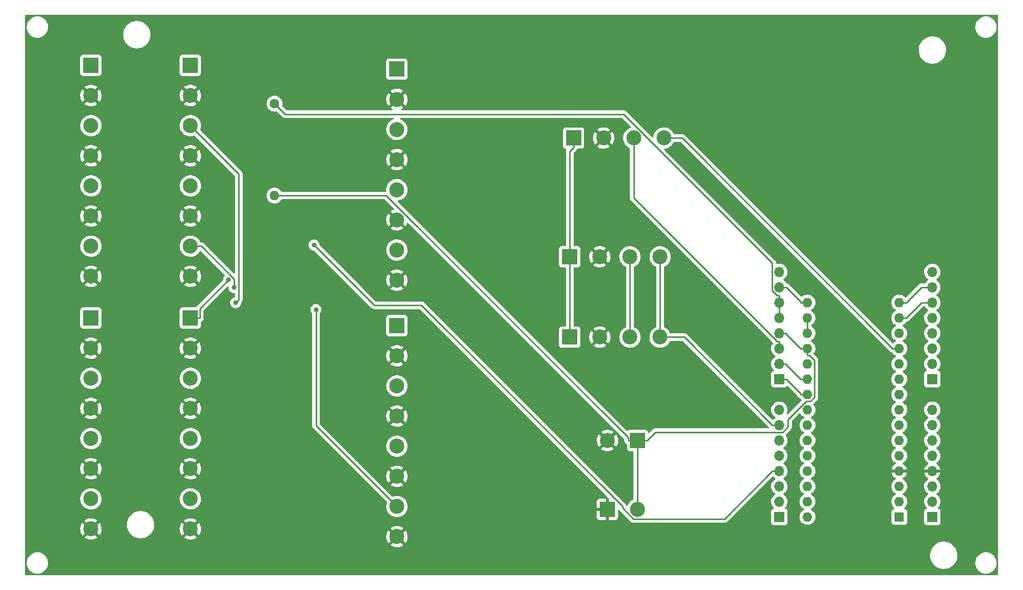
<source format=gbr>
%TF.GenerationSoftware,KiCad,Pcbnew,(6.0.2)*%
%TF.CreationDate,2022-07-12T14:07:49-04:00*%
%TF.ProjectId,RDL_revD6,52444c5f-7265-4764-9436-2e6b69636164,Rev D6*%
%TF.SameCoordinates,Original*%
%TF.FileFunction,Copper,L2,Bot*%
%TF.FilePolarity,Positive*%
%FSLAX46Y46*%
G04 Gerber Fmt 4.6, Leading zero omitted, Abs format (unit mm)*
G04 Created by KiCad (PCBNEW (6.0.2)) date 2022-07-12 14:07:49*
%MOMM*%
%LPD*%
G01*
G04 APERTURE LIST*
%TA.AperFunction,ComponentPad*%
%ADD10C,1.600000*%
%TD*%
%TA.AperFunction,ComponentPad*%
%ADD11O,1.600000X1.600000*%
%TD*%
%TA.AperFunction,ComponentPad*%
%ADD12R,2.500000X2.500000*%
%TD*%
%TA.AperFunction,ComponentPad*%
%ADD13C,2.500000*%
%TD*%
%TA.AperFunction,ComponentPad*%
%ADD14R,1.700000X1.700000*%
%TD*%
%TA.AperFunction,ComponentPad*%
%ADD15O,1.700000X1.700000*%
%TD*%
%TA.AperFunction,ComponentPad*%
%ADD16R,1.600000X1.600000*%
%TD*%
%TA.AperFunction,ViaPad*%
%ADD17C,0.800000*%
%TD*%
%TA.AperFunction,Conductor*%
%ADD18C,0.250000*%
%TD*%
G04 APERTURE END LIST*
D10*
%TO.P,R4,1*%
%TO.N,/pin17*%
X110490000Y-58420000D03*
D11*
%TO.P,R4,2*%
%TO.N,/pin19*%
X110490000Y-73660000D03*
%TD*%
D12*
%TO.P,J9,1,Pin_1*%
%TO.N,/VCC15*%
X160140000Y-64135000D03*
D13*
%TO.P,J9,2,Pin_2*%
%TO.N,/GND*%
X165140000Y-64135000D03*
%TO.P,J9,3,Pin_3*%
%TO.N,/pin20*%
X170140000Y-64135000D03*
%TO.P,J9,4,Pin_4*%
%TO.N,/pin12*%
X175140000Y-64135000D03*
%TD*%
D14*
%TO.P,J11,1,Pin_1*%
%TO.N,/pin22*%
X194310000Y-104110000D03*
D15*
%TO.P,J11,2,Pin_2*%
%TO.N,/pin21*%
X194310000Y-101570000D03*
%TO.P,J11,3,Pin_3*%
%TO.N,/pin20*%
X194310000Y-99030000D03*
%TO.P,J11,4,Pin_4*%
%TO.N,/pin19*%
X194310000Y-96490000D03*
%TO.P,J11,5,Pin_5*%
%TO.N,/pin17*%
X194310000Y-93950000D03*
%TO.P,J11,6,Pin_6*%
X194310000Y-91410000D03*
%TO.P,J11,7,Pin_7*%
%TO.N,/pin16*%
X194310000Y-88870000D03*
%TO.P,J11,8,Pin_8*%
%TO.N,unconnected-(J11-Pad8)*%
X194310000Y-86330000D03*
%TD*%
D14*
%TO.P,J8,1,Pin_1*%
%TO.N,/pin9*%
X219710000Y-104110000D03*
D15*
%TO.P,J8,2,Pin_2*%
%TO.N,/pin10*%
X219710000Y-101570000D03*
%TO.P,J8,3,Pin_3*%
%TO.N,/pin11*%
X219710000Y-99030000D03*
%TO.P,J8,4,Pin_4*%
%TO.N,/pin12*%
X219710000Y-96490000D03*
%TO.P,J8,5,Pin_5*%
%TO.N,/pin13*%
X219710000Y-93950000D03*
%TO.P,J8,6,Pin_6*%
%TO.N,/pin14*%
X219710000Y-91410000D03*
%TO.P,J8,7,Pin_7*%
%TO.N,/VCC15*%
X219710000Y-88870000D03*
%TO.P,J8,8,Pin_8*%
%TO.N,unconnected-(J8-Pad8)*%
X219710000Y-86330000D03*
%TD*%
D12*
%TO.P,J15,1*%
%TO.N,/GND*%
X165735000Y-125730000D03*
D13*
%TO.P,J15,2*%
%TO.N,/pin19*%
X170735000Y-125730000D03*
%TD*%
D14*
%TO.P,J7,1,Pin_1*%
%TO.N,/pin1*%
X219710000Y-126985000D03*
D15*
%TO.P,J7,2,Pin_2*%
%TO.N,/pin2*%
X219710000Y-124445000D03*
%TO.P,J7,3,Pin_3*%
%TO.N,/pin3*%
X219710000Y-121905000D03*
%TO.P,J7,4,Pin_4*%
%TO.N,/GND*%
X219710000Y-119365000D03*
%TO.P,J7,5,Pin_5*%
%TO.N,/pin5*%
X219710000Y-116825000D03*
%TO.P,J7,6,Pin_6*%
%TO.N,/pin6*%
X219710000Y-114285000D03*
%TO.P,J7,7,Pin_7*%
%TO.N,/pin7*%
X219710000Y-111745000D03*
%TO.P,J7,8,Pin_8*%
%TO.N,/pin8*%
X219710000Y-109205000D03*
%TD*%
D12*
%TO.P,J5,1,Pin_1*%
%TO.N,/CH9*%
X130810000Y-52705000D03*
D13*
%TO.P,J5,2,Pin_2*%
%TO.N,/GND*%
X130810000Y-57705000D03*
%TO.P,J5,3,Pin_3*%
%TO.N,/CH10*%
X130810000Y-62705000D03*
%TO.P,J5,4,Pin_4*%
%TO.N,/GND*%
X130810000Y-67705000D03*
%TO.P,J5,5,Pin_5*%
%TO.N,/CH11*%
X130810000Y-72705000D03*
%TO.P,J5,6,Pin_6*%
%TO.N,/GND*%
X130810000Y-77705000D03*
%TO.P,J5,7,Pin_7*%
%TO.N,/CH12*%
X130810000Y-82705000D03*
%TO.P,J5,8,Pin_8*%
%TO.N,/GND*%
X130810000Y-87705000D03*
%TD*%
D12*
%TO.P,J13,1,Pin_1*%
%TO.N,/VCC15*%
X159505000Y-97155000D03*
D13*
%TO.P,J13,2,Pin_2*%
%TO.N,/GND*%
X164505000Y-97155000D03*
%TO.P,J13,3,Pin_3*%
%TO.N,/SDA*%
X169505000Y-97155000D03*
%TO.P,J13,4,Pin_4*%
%TO.N,/SCL*%
X174505000Y-97155000D03*
%TD*%
D12*
%TO.P,J1,1,Pin_1*%
%TO.N,/CH1*%
X96520000Y-52070000D03*
D13*
%TO.P,J1,2,Pin_2*%
%TO.N,/GND*%
X96520000Y-57070000D03*
%TO.P,J1,3,Pin_3*%
%TO.N,/CH2*%
X96520000Y-62070000D03*
%TO.P,J1,4,Pin_4*%
%TO.N,/GND*%
X96520000Y-67070000D03*
%TO.P,J1,5,Pin_5*%
%TO.N,/CH3*%
X96520000Y-72070000D03*
%TO.P,J1,6,Pin_6*%
%TO.N,/GND*%
X96520000Y-77070000D03*
%TO.P,J1,7,Pin_7*%
%TO.N,/CH4*%
X96520000Y-82070000D03*
%TO.P,J1,8,Pin_8*%
%TO.N,/GND*%
X96520000Y-87070000D03*
%TD*%
D12*
%TO.P,J14,1*%
%TO.N,/pin19*%
X170775000Y-114300000D03*
D13*
%TO.P,J14,2*%
%TO.N,/GND*%
X165775000Y-114300000D03*
%TD*%
D12*
%TO.P,J2,1,Pin_1*%
%TO.N,/CH5*%
X96520000Y-93980000D03*
D13*
%TO.P,J2,2,Pin_2*%
%TO.N,/GND*%
X96520000Y-98980000D03*
%TO.P,J2,3,Pin_3*%
%TO.N,/CH6*%
X96520000Y-103980000D03*
%TO.P,J2,4,Pin_4*%
%TO.N,/GND*%
X96520000Y-108980000D03*
%TO.P,J2,5,Pin_5*%
%TO.N,/CH7*%
X96520000Y-113980000D03*
%TO.P,J2,6,Pin_6*%
%TO.N,/GND*%
X96520000Y-118980000D03*
%TO.P,J2,7,Pin_7*%
%TO.N,/CH8*%
X96520000Y-123980000D03*
%TO.P,J2,8,Pin_8*%
%TO.N,/GND*%
X96520000Y-128980000D03*
%TD*%
D12*
%TO.P,J12,1,Pin_1*%
%TO.N,/VCC15*%
X159505000Y-83820000D03*
D13*
%TO.P,J12,2,Pin_2*%
%TO.N,/GND*%
X164505000Y-83820000D03*
%TO.P,J12,3,Pin_3*%
%TO.N,/SDA*%
X169505000Y-83820000D03*
%TO.P,J12,4,Pin_4*%
%TO.N,/SCL*%
X174505000Y-83820000D03*
%TD*%
D16*
%TO.P,A1,1,D1/TX*%
%TO.N,/pin1*%
X214210000Y-126985000D03*
D11*
%TO.P,A1,2,D0/RX*%
%TO.N,/pin2*%
X214210000Y-124445000D03*
%TO.P,A1,3,~{RESET}*%
%TO.N,/pin3*%
X214210000Y-121905000D03*
%TO.P,A1,4,GND*%
%TO.N,/GND*%
X214210000Y-119365000D03*
%TO.P,A1,5,D2*%
%TO.N,/pin5*%
X214210000Y-116825000D03*
%TO.P,A1,6,D3*%
%TO.N,/pin6*%
X214210000Y-114285000D03*
%TO.P,A1,7,D4*%
%TO.N,/pin7*%
X214210000Y-111745000D03*
%TO.P,A1,8,D5*%
%TO.N,/pin8*%
X214210000Y-109205000D03*
%TO.P,A1,9,D6*%
%TO.N,/pin9*%
X214210000Y-106665000D03*
%TO.P,A1,10,D7*%
%TO.N,/pin10*%
X214210000Y-104125000D03*
%TO.P,A1,11,D8*%
%TO.N,/pin11*%
X214210000Y-101585000D03*
%TO.P,A1,12,D9*%
%TO.N,/pin12*%
X214210000Y-99045000D03*
%TO.P,A1,13,D10*%
%TO.N,/pin13*%
X214210000Y-96505000D03*
%TO.P,A1,14,D11*%
%TO.N,/pin14*%
X214210000Y-93965000D03*
%TO.P,A1,15,D12*%
%TO.N,/VCC15*%
X214210000Y-91425000D03*
%TO.P,A1,16,D13*%
%TO.N,/pin16*%
X198970000Y-91425000D03*
%TO.P,A1,17,3V3*%
%TO.N,/pin17*%
X198970000Y-93965000D03*
%TO.P,A1,18,AREF*%
X198970000Y-96505000D03*
%TO.P,A1,19,A0*%
%TO.N,/pin19*%
X198970000Y-99045000D03*
%TO.P,A1,20,A1*%
%TO.N,/pin20*%
X198970000Y-101585000D03*
%TO.P,A1,21,A2*%
%TO.N,/pin21*%
X198970000Y-104125000D03*
%TO.P,A1,22,A3*%
%TO.N,/pin22*%
X198970000Y-106665000D03*
%TO.P,A1,23,A4*%
%TO.N,/SDA*%
X198970000Y-109205000D03*
%TO.P,A1,24,A5*%
%TO.N,/SCL*%
X198970000Y-111745000D03*
%TO.P,A1,25,A6*%
%TO.N,/pin25*%
X198970000Y-114285000D03*
%TO.P,A1,26,A7*%
%TO.N,/pin26*%
X198970000Y-116825000D03*
%TO.P,A1,27,+5V*%
%TO.N,/pin27*%
X198970000Y-119365000D03*
%TO.P,A1,28,~{RESET}*%
%TO.N,/pin28*%
X198970000Y-121905000D03*
%TO.P,A1,29,GND*%
%TO.N,/pin29*%
X198970000Y-124445000D03*
%TO.P,A1,30,VIN*%
%TO.N,/pin30*%
X198970000Y-126985000D03*
%TD*%
D14*
%TO.P,J10,1,Pin_1*%
%TO.N,/pin30*%
X194310000Y-126985000D03*
D15*
%TO.P,J10,2,Pin_2*%
%TO.N,/pin29*%
X194310000Y-124445000D03*
%TO.P,J10,3,Pin_3*%
%TO.N,/pin28*%
X194310000Y-121905000D03*
%TO.P,J10,4,Pin_4*%
%TO.N,/pin27*%
X194310000Y-119365000D03*
%TO.P,J10,5,Pin_5*%
%TO.N,/pin26*%
X194310000Y-116825000D03*
%TO.P,J10,6,Pin_6*%
%TO.N,/pin25*%
X194310000Y-114285000D03*
%TO.P,J10,7,Pin_7*%
%TO.N,/SCL*%
X194310000Y-111745000D03*
%TO.P,J10,8,Pin_8*%
%TO.N,/SDA*%
X194310000Y-109205000D03*
%TD*%
D12*
%TO.P,J3,1,Pin_1*%
%TO.N,/CH1*%
X80010000Y-52070000D03*
D13*
%TO.P,J3,2,Pin_2*%
%TO.N,/GND*%
X80010000Y-57070000D03*
%TO.P,J3,3,Pin_3*%
%TO.N,/CH2*%
X80010000Y-62070000D03*
%TO.P,J3,4,Pin_4*%
%TO.N,/GND*%
X80010000Y-67070000D03*
%TO.P,J3,5,Pin_5*%
%TO.N,/CH3*%
X80010000Y-72070000D03*
%TO.P,J3,6,Pin_6*%
%TO.N,/GND*%
X80010000Y-77070000D03*
%TO.P,J3,7,Pin_7*%
%TO.N,/CH4*%
X80010000Y-82070000D03*
%TO.P,J3,8,Pin_8*%
%TO.N,/GND*%
X80010000Y-87070000D03*
%TD*%
D12*
%TO.P,J4,1,Pin_1*%
%TO.N,/CH5*%
X80010000Y-93980000D03*
D13*
%TO.P,J4,2,Pin_2*%
%TO.N,/GND*%
X80010000Y-98980000D03*
%TO.P,J4,3,Pin_3*%
%TO.N,/CH6*%
X80010000Y-103980000D03*
%TO.P,J4,4,Pin_4*%
%TO.N,/GND*%
X80010000Y-108980000D03*
%TO.P,J4,5,Pin_5*%
%TO.N,/CH7*%
X80010000Y-113980000D03*
%TO.P,J4,6,Pin_6*%
%TO.N,/GND*%
X80010000Y-118980000D03*
%TO.P,J4,7,Pin_7*%
%TO.N,/CH8*%
X80010000Y-123980000D03*
%TO.P,J4,8,Pin_8*%
%TO.N,/GND*%
X80010000Y-128980000D03*
%TD*%
D12*
%TO.P,J6,1,Pin_1*%
%TO.N,/CH13*%
X130810000Y-95250000D03*
D13*
%TO.P,J6,2,Pin_2*%
%TO.N,/GND*%
X130810000Y-100250000D03*
%TO.P,J6,3,Pin_3*%
%TO.N,/CH14*%
X130810000Y-105250000D03*
%TO.P,J6,4,Pin_4*%
%TO.N,/GND*%
X130810000Y-110250000D03*
%TO.P,J6,5,Pin_5*%
%TO.N,/CH15*%
X130810000Y-115250000D03*
%TO.P,J6,6,Pin_6*%
%TO.N,/GND*%
X130810000Y-120250000D03*
%TO.P,J6,7,Pin_7*%
%TO.N,/CH16*%
X130810000Y-125250000D03*
%TO.P,J6,8,Pin_8*%
%TO.N,/GND*%
X130810000Y-130250000D03*
%TD*%
D17*
%TO.N,/GND*%
X215265000Y-72390000D03*
X212090000Y-72390000D03*
X104775000Y-100330000D03*
X106045000Y-97790000D03*
%TO.N,/CH16*%
X117369000Y-92592700D03*
%TO.N,/CH5*%
X102866600Y-87645300D03*
%TO.N,/CH4*%
X103775900Y-88937300D03*
%TO.N,/CH2*%
X104038500Y-91441300D03*
%TO.N,/pin27*%
X117049600Y-81879800D03*
%TD*%
D18*
%TO.N,/GND*%
X212090000Y-72390000D02*
X215265000Y-72390000D01*
X104775000Y-99060000D02*
X104775000Y-100330000D01*
X106045000Y-97790000D02*
X104775000Y-99060000D01*
%TO.N,/SCL*%
X178544700Y-97155000D02*
X174505000Y-97155000D01*
X193134700Y-111745000D02*
X178544700Y-97155000D01*
X194310000Y-111745000D02*
X193134700Y-111745000D01*
X174505000Y-83820000D02*
X174505000Y-97155000D01*
%TO.N,/SDA*%
X169505000Y-97155000D02*
X169505000Y-83820000D01*
%TO.N,/CH16*%
X117369100Y-92592700D02*
X117369000Y-92592700D01*
X117369100Y-111809100D02*
X117369100Y-92592700D01*
X130810000Y-125250000D02*
X117369100Y-111809100D01*
%TO.N,/CH5*%
X98095300Y-92416600D02*
X102866600Y-87645300D01*
X98095300Y-93980000D02*
X98095300Y-92416600D01*
X96520000Y-93980000D02*
X98095300Y-93980000D01*
%TO.N,/VCC15*%
X217890300Y-88870000D02*
X219710000Y-88870000D01*
X215335300Y-91425000D02*
X217890300Y-88870000D01*
X214210000Y-91425000D02*
X215335300Y-91425000D01*
X159505000Y-97155000D02*
X159505000Y-83820000D01*
X159505000Y-66345300D02*
X160140000Y-65710300D01*
X159505000Y-83820000D02*
X159505000Y-66345300D01*
X160140000Y-64135000D02*
X160140000Y-65710300D01*
%TO.N,/CH4*%
X103775900Y-87510200D02*
X103775900Y-88937300D01*
X98335700Y-82070000D02*
X103775900Y-87510200D01*
X96520000Y-82070000D02*
X98335700Y-82070000D01*
%TO.N,/CH2*%
X104550400Y-90929400D02*
X104038500Y-91441300D01*
X104550400Y-70100400D02*
X104550400Y-90929400D01*
X96520000Y-62070000D02*
X104550400Y-70100400D01*
%TO.N,/pin27*%
X127037100Y-91867300D02*
X117049600Y-81879800D01*
X134894500Y-91867300D02*
X127037100Y-91867300D01*
X168271000Y-125243800D02*
X134894500Y-91867300D01*
X168271000Y-125495200D02*
X168271000Y-125243800D01*
X170081200Y-127305400D02*
X168271000Y-125495200D01*
X185194300Y-127305400D02*
X170081200Y-127305400D01*
X193134700Y-119365000D02*
X185194300Y-127305400D01*
X194310000Y-119365000D02*
X193134700Y-119365000D01*
%TO.N,/pin22*%
X197844700Y-106469400D02*
X195485300Y-104110000D01*
X197844700Y-106665000D02*
X197844700Y-106469400D01*
X194310000Y-104110000D02*
X195485300Y-104110000D01*
X198970000Y-106665000D02*
X197844700Y-106665000D01*
%TO.N,/pin21*%
X195485300Y-101765600D02*
X195485300Y-101570000D01*
X197844700Y-104125000D02*
X195485300Y-101765600D01*
X198970000Y-104125000D02*
X197844700Y-104125000D01*
X194310000Y-101570000D02*
X195485300Y-101570000D01*
%TO.N,/pin20*%
X170140000Y-74052000D02*
X170140000Y-64135000D01*
X193942700Y-97854700D02*
X170140000Y-74052000D01*
X194310000Y-97854700D02*
X193942700Y-97854700D01*
X194310000Y-99030000D02*
X194310000Y-97854700D01*
%TO.N,/pin19*%
X194310000Y-96490000D02*
X195485300Y-96490000D01*
X195485300Y-96685600D02*
X195485300Y-96490000D01*
X197844700Y-99045000D02*
X195485300Y-96685600D01*
X198407400Y-99045000D02*
X197844700Y-99045000D01*
X169199700Y-113807700D02*
X169199700Y-114300000D01*
X129052000Y-73660000D02*
X169199700Y-113807700D01*
X111615300Y-73660000D02*
X129052000Y-73660000D01*
X110490000Y-73660000D02*
X111615300Y-73660000D01*
X198407400Y-99045000D02*
X198970000Y-99045000D01*
X173719500Y-112930800D02*
X172350300Y-114300000D01*
X194840200Y-112930800D02*
X173719500Y-112930800D01*
X195732500Y-112038500D02*
X194840200Y-112930800D01*
X195732500Y-110832600D02*
X195732500Y-112038500D01*
X198774700Y-107790400D02*
X195732500Y-110832600D01*
X199474800Y-107790400D02*
X198774700Y-107790400D01*
X200096100Y-107169100D02*
X199474800Y-107790400D01*
X200096100Y-101015100D02*
X200096100Y-107169100D01*
X199251300Y-100170300D02*
X200096100Y-101015100D01*
X198970000Y-100170300D02*
X199251300Y-100170300D01*
X198970000Y-99045000D02*
X198970000Y-100170300D01*
X170775000Y-114300000D02*
X172350300Y-114300000D01*
X170775000Y-114300000D02*
X169987400Y-114300000D01*
X169987400Y-114300000D02*
X169199700Y-114300000D01*
X170735000Y-115047600D02*
X170735000Y-125730000D01*
X169987400Y-114300000D02*
X170735000Y-115047600D01*
%TO.N,/pin17*%
X198970000Y-96505000D02*
X198970000Y-93965000D01*
X194310000Y-93950000D02*
X194310000Y-91410000D01*
X112239000Y-60169000D02*
X110490000Y-58420000D01*
X168443500Y-60169000D02*
X112239000Y-60169000D01*
X193134700Y-84860200D02*
X168443500Y-60169000D01*
X193134700Y-89426800D02*
X193134700Y-84860200D01*
X193942600Y-90234700D02*
X193134700Y-89426800D01*
X194310000Y-90234700D02*
X193942600Y-90234700D01*
X194310000Y-91410000D02*
X194310000Y-90234700D01*
%TO.N,/pin16*%
X197844700Y-91229400D02*
X195485300Y-88870000D01*
X197844700Y-91425000D02*
X197844700Y-91229400D01*
X194310000Y-88870000D02*
X195485300Y-88870000D01*
X198970000Y-91425000D02*
X197844700Y-91425000D01*
%TO.N,/pin14*%
X217890300Y-91410000D02*
X219710000Y-91410000D01*
X215335300Y-93965000D02*
X217890300Y-91410000D01*
X214210000Y-93965000D02*
X215335300Y-93965000D01*
%TO.N,/pin12*%
X178174700Y-64135000D02*
X175140000Y-64135000D01*
X213084700Y-99045000D02*
X178174700Y-64135000D01*
X214210000Y-99045000D02*
X213084700Y-99045000D01*
%TD*%
%TA.AperFunction,Conductor*%
%TO.N,/GND*%
G36*
X230574121Y-43708002D02*
G01*
X230620614Y-43761658D01*
X230632000Y-43814000D01*
X230632000Y-136526000D01*
X230611998Y-136594121D01*
X230558342Y-136640614D01*
X230506000Y-136652000D01*
X69214000Y-136652000D01*
X69145879Y-136631998D01*
X69099386Y-136578342D01*
X69088000Y-136526000D01*
X69088000Y-134727655D01*
X69359858Y-134727655D01*
X69395104Y-134986638D01*
X69396412Y-134991124D01*
X69396412Y-134991126D01*
X69416098Y-135058664D01*
X69468243Y-135237567D01*
X69577668Y-135474928D01*
X69580231Y-135478837D01*
X69718410Y-135689596D01*
X69718414Y-135689601D01*
X69720976Y-135693509D01*
X69895018Y-135888506D01*
X70095970Y-136055637D01*
X70099973Y-136058066D01*
X70315422Y-136188804D01*
X70315426Y-136188806D01*
X70319419Y-136191229D01*
X70560455Y-136292303D01*
X70813783Y-136356641D01*
X70818434Y-136357109D01*
X70818438Y-136357110D01*
X71011308Y-136376531D01*
X71030867Y-136378500D01*
X71186354Y-136378500D01*
X71188679Y-136378327D01*
X71188685Y-136378327D01*
X71376000Y-136364407D01*
X71376004Y-136364406D01*
X71380652Y-136364061D01*
X71385200Y-136363032D01*
X71385206Y-136363031D01*
X71571601Y-136320853D01*
X71635577Y-136306377D01*
X71671769Y-136292303D01*
X71874824Y-136213340D01*
X71874827Y-136213339D01*
X71879177Y-136211647D01*
X72106098Y-136081951D01*
X72311357Y-135920138D01*
X72490443Y-135729763D01*
X72610910Y-135556112D01*
X72636759Y-135518851D01*
X72636761Y-135518848D01*
X72639424Y-135515009D01*
X72660248Y-135472783D01*
X72752960Y-135284781D01*
X72752961Y-135284778D01*
X72755025Y-135280593D01*
X72783865Y-135190498D01*
X72833280Y-135036123D01*
X72834707Y-135031665D01*
X72876721Y-134773693D01*
X72879787Y-134539483D01*
X72880081Y-134517022D01*
X72880081Y-134517019D01*
X72880142Y-134512345D01*
X72844896Y-134253362D01*
X72830473Y-134203877D01*
X72773068Y-134006932D01*
X72771757Y-134002433D01*
X72662332Y-133765072D01*
X72614509Y-133692130D01*
X72521590Y-133550404D01*
X72521586Y-133550399D01*
X72519024Y-133546491D01*
X72385958Y-133397404D01*
X219351941Y-133397404D01*
X219378091Y-133696292D01*
X219379001Y-133700364D01*
X219379002Y-133700369D01*
X219442628Y-133985016D01*
X219443540Y-133989095D01*
X219547140Y-134270671D01*
X219549084Y-134274359D01*
X219549088Y-134274367D01*
X219685116Y-134532367D01*
X219687069Y-134536071D01*
X219860871Y-134780633D01*
X220065490Y-135000061D01*
X220297333Y-135190498D01*
X220552325Y-135348600D01*
X220825988Y-135471589D01*
X220984525Y-135518851D01*
X221109514Y-135556112D01*
X221109516Y-135556112D01*
X221113513Y-135557304D01*
X221117633Y-135557957D01*
X221117635Y-135557957D01*
X221236509Y-135576785D01*
X221409848Y-135604239D01*
X221452577Y-135606179D01*
X221502262Y-135608436D01*
X221502281Y-135608436D01*
X221503681Y-135608500D01*
X221691107Y-135608500D01*
X221914370Y-135593671D01*
X221918464Y-135592846D01*
X221918468Y-135592845D01*
X222059513Y-135564405D01*
X222208480Y-135534368D01*
X222492163Y-135436688D01*
X222495896Y-135434819D01*
X222495900Y-135434817D01*
X222756691Y-135304222D01*
X222756693Y-135304221D01*
X222760435Y-135302347D01*
X223008584Y-135133706D01*
X223232248Y-134933726D01*
X223234966Y-134930555D01*
X223408873Y-134727655D01*
X226839858Y-134727655D01*
X226875104Y-134986638D01*
X226876412Y-134991124D01*
X226876412Y-134991126D01*
X226896098Y-135058664D01*
X226948243Y-135237567D01*
X227057668Y-135474928D01*
X227060231Y-135478837D01*
X227198410Y-135689596D01*
X227198414Y-135689601D01*
X227200976Y-135693509D01*
X227375018Y-135888506D01*
X227575970Y-136055637D01*
X227579973Y-136058066D01*
X227795422Y-136188804D01*
X227795426Y-136188806D01*
X227799419Y-136191229D01*
X228040455Y-136292303D01*
X228293783Y-136356641D01*
X228298434Y-136357109D01*
X228298438Y-136357110D01*
X228491308Y-136376531D01*
X228510867Y-136378500D01*
X228666354Y-136378500D01*
X228668679Y-136378327D01*
X228668685Y-136378327D01*
X228856000Y-136364407D01*
X228856004Y-136364406D01*
X228860652Y-136364061D01*
X228865200Y-136363032D01*
X228865206Y-136363031D01*
X229051601Y-136320853D01*
X229115577Y-136306377D01*
X229151769Y-136292303D01*
X229354824Y-136213340D01*
X229354827Y-136213339D01*
X229359177Y-136211647D01*
X229586098Y-136081951D01*
X229791357Y-135920138D01*
X229970443Y-135729763D01*
X230090910Y-135556112D01*
X230116759Y-135518851D01*
X230116761Y-135518848D01*
X230119424Y-135515009D01*
X230140248Y-135472783D01*
X230232960Y-135284781D01*
X230232961Y-135284778D01*
X230235025Y-135280593D01*
X230263865Y-135190498D01*
X230313280Y-135036123D01*
X230314707Y-135031665D01*
X230356721Y-134773693D01*
X230359787Y-134539483D01*
X230360081Y-134517022D01*
X230360081Y-134517019D01*
X230360142Y-134512345D01*
X230324896Y-134253362D01*
X230310473Y-134203877D01*
X230253068Y-134006932D01*
X230251757Y-134002433D01*
X230142332Y-133765072D01*
X230094509Y-133692130D01*
X230001590Y-133550404D01*
X230001586Y-133550399D01*
X229999024Y-133546491D01*
X229824982Y-133351494D01*
X229624030Y-133184363D01*
X229488066Y-133101858D01*
X229404578Y-133051196D01*
X229404574Y-133051194D01*
X229400581Y-133048771D01*
X229159545Y-132947697D01*
X228906217Y-132883359D01*
X228901566Y-132882891D01*
X228901562Y-132882890D01*
X228692271Y-132861816D01*
X228689133Y-132861500D01*
X228533646Y-132861500D01*
X228531321Y-132861673D01*
X228531315Y-132861673D01*
X228344000Y-132875593D01*
X228343996Y-132875594D01*
X228339348Y-132875939D01*
X228334800Y-132876968D01*
X228334794Y-132876969D01*
X228148399Y-132919147D01*
X228084423Y-132933623D01*
X228080071Y-132935315D01*
X228080069Y-132935316D01*
X227845176Y-133026660D01*
X227845173Y-133026661D01*
X227840823Y-133028353D01*
X227613902Y-133158049D01*
X227408643Y-133319862D01*
X227229557Y-133510237D01*
X227168575Y-133598142D01*
X227103373Y-133692130D01*
X227080576Y-133724991D01*
X227078510Y-133729181D01*
X227078508Y-133729184D01*
X226993487Y-133901591D01*
X226964975Y-133959407D01*
X226963553Y-133963850D01*
X226963552Y-133963852D01*
X226955472Y-133989095D01*
X226885293Y-134208335D01*
X226843279Y-134466307D01*
X226839858Y-134727655D01*
X223408873Y-134727655D01*
X223424779Y-134709097D01*
X223424782Y-134709093D01*
X223427499Y-134705923D01*
X223429773Y-134702421D01*
X223429777Y-134702416D01*
X223588628Y-134457807D01*
X223588631Y-134457802D01*
X223590907Y-134454297D01*
X223719600Y-134183270D01*
X223776217Y-134006932D01*
X223810038Y-133901591D01*
X223810038Y-133901590D01*
X223811318Y-133897604D01*
X223864448Y-133602316D01*
X223866806Y-133550404D01*
X223877870Y-133306766D01*
X223877870Y-133306760D01*
X223878059Y-133302596D01*
X223867977Y-133187355D01*
X223852273Y-133007870D01*
X223851909Y-133003708D01*
X223839133Y-132946548D01*
X223787372Y-132714984D01*
X223787371Y-132714981D01*
X223786460Y-132710905D01*
X223682860Y-132429329D01*
X223680916Y-132425641D01*
X223680912Y-132425633D01*
X223544884Y-132167633D01*
X223544883Y-132167632D01*
X223542931Y-132163929D01*
X223369129Y-131919367D01*
X223164510Y-131699939D01*
X222932667Y-131509502D01*
X222677675Y-131351400D01*
X222404012Y-131228411D01*
X222190650Y-131164805D01*
X222120486Y-131143888D01*
X222120484Y-131143888D01*
X222116487Y-131142696D01*
X222112367Y-131142043D01*
X222112365Y-131142043D01*
X221993491Y-131123215D01*
X221820152Y-131095761D01*
X221777423Y-131093821D01*
X221727738Y-131091564D01*
X221727719Y-131091564D01*
X221726319Y-131091500D01*
X221538893Y-131091500D01*
X221315630Y-131106329D01*
X221311536Y-131107154D01*
X221311532Y-131107155D01*
X221170487Y-131135595D01*
X221021520Y-131165632D01*
X220737837Y-131263312D01*
X220734104Y-131265181D01*
X220734100Y-131265183D01*
X220473309Y-131395778D01*
X220469565Y-131397653D01*
X220221416Y-131566294D01*
X219997752Y-131766274D01*
X219995035Y-131769444D01*
X219995034Y-131769445D01*
X219811207Y-131983920D01*
X219802501Y-131994077D01*
X219800227Y-131997579D01*
X219800223Y-131997584D01*
X219689792Y-132167633D01*
X219639093Y-132245703D01*
X219510400Y-132516730D01*
X219418682Y-132802396D01*
X219417941Y-132806515D01*
X219374353Y-133048771D01*
X219365552Y-133097684D01*
X219365363Y-133101851D01*
X219365362Y-133101858D01*
X219354026Y-133351494D01*
X219351941Y-133397404D01*
X72385958Y-133397404D01*
X72344982Y-133351494D01*
X72144030Y-133184363D01*
X72008066Y-133101858D01*
X71924578Y-133051196D01*
X71924574Y-133051194D01*
X71920581Y-133048771D01*
X71679545Y-132947697D01*
X71426217Y-132883359D01*
X71421566Y-132882891D01*
X71421562Y-132882890D01*
X71212271Y-132861816D01*
X71209133Y-132861500D01*
X71053646Y-132861500D01*
X71051321Y-132861673D01*
X71051315Y-132861673D01*
X70864000Y-132875593D01*
X70863996Y-132875594D01*
X70859348Y-132875939D01*
X70854800Y-132876968D01*
X70854794Y-132876969D01*
X70668399Y-132919147D01*
X70604423Y-132933623D01*
X70600071Y-132935315D01*
X70600069Y-132935316D01*
X70365176Y-133026660D01*
X70365173Y-133026661D01*
X70360823Y-133028353D01*
X70133902Y-133158049D01*
X69928643Y-133319862D01*
X69749557Y-133510237D01*
X69688575Y-133598142D01*
X69623373Y-133692130D01*
X69600576Y-133724991D01*
X69598510Y-133729181D01*
X69598508Y-133729184D01*
X69513487Y-133901591D01*
X69484975Y-133959407D01*
X69483553Y-133963850D01*
X69483552Y-133963852D01*
X69475472Y-133989095D01*
X69405293Y-134208335D01*
X69363279Y-134466307D01*
X69359858Y-134727655D01*
X69088000Y-134727655D01*
X69088000Y-131659133D01*
X129765612Y-131659133D01*
X129774325Y-131670653D01*
X129872018Y-131742284D01*
X129879928Y-131747227D01*
X130102890Y-131864533D01*
X130111453Y-131868256D01*
X130349304Y-131951318D01*
X130358313Y-131953732D01*
X130605842Y-132000727D01*
X130615098Y-132001781D01*
X130866857Y-132011673D01*
X130876171Y-132011347D01*
X131126615Y-131983920D01*
X131135792Y-131982219D01*
X131379431Y-131918074D01*
X131388251Y-131915037D01*
X131619736Y-131815583D01*
X131628008Y-131811276D01*
X131842249Y-131678700D01*
X131849188Y-131673658D01*
X131857518Y-131661019D01*
X131851456Y-131650666D01*
X130822812Y-130622022D01*
X130808868Y-130614408D01*
X130807035Y-130614539D01*
X130800420Y-130618790D01*
X129772270Y-131646940D01*
X129765612Y-131659133D01*
X69088000Y-131659133D01*
X69088000Y-130389133D01*
X78965612Y-130389133D01*
X78974325Y-130400653D01*
X79072018Y-130472284D01*
X79079928Y-130477227D01*
X79302890Y-130594533D01*
X79311453Y-130598256D01*
X79549304Y-130681318D01*
X79558313Y-130683732D01*
X79805842Y-130730727D01*
X79815098Y-130731781D01*
X80066857Y-130741673D01*
X80076171Y-130741347D01*
X80326615Y-130713920D01*
X80335792Y-130712219D01*
X80579431Y-130648074D01*
X80588251Y-130645037D01*
X80819736Y-130545583D01*
X80828008Y-130541276D01*
X81042249Y-130408700D01*
X81049188Y-130403658D01*
X81057518Y-130391019D01*
X81051456Y-130380666D01*
X80022812Y-129352022D01*
X80008868Y-129344408D01*
X80007035Y-129344539D01*
X80000420Y-129348790D01*
X78972270Y-130376940D01*
X78965612Y-130389133D01*
X69088000Y-130389133D01*
X69088000Y-128938523D01*
X78247898Y-128938523D01*
X78259987Y-129190175D01*
X78261124Y-129199435D01*
X78310274Y-129446535D01*
X78312768Y-129455528D01*
X78397900Y-129692639D01*
X78401700Y-129701174D01*
X78520946Y-129923101D01*
X78525957Y-129930968D01*
X78589446Y-130015990D01*
X78600704Y-130024439D01*
X78613123Y-130017667D01*
X79637978Y-128992812D01*
X79644356Y-128981132D01*
X80374408Y-128981132D01*
X80374539Y-128982965D01*
X80378790Y-128989580D01*
X81409913Y-130020703D01*
X81422293Y-130027463D01*
X81430634Y-130021219D01*
X81556765Y-129825127D01*
X81561212Y-129816936D01*
X81664691Y-129587222D01*
X81667882Y-129578455D01*
X81736269Y-129335976D01*
X81738129Y-129326834D01*
X81770116Y-129075396D01*
X81770597Y-129069108D01*
X81772847Y-128983160D01*
X81772696Y-128976851D01*
X81753912Y-128724074D01*
X81752536Y-128714868D01*
X81696929Y-128469126D01*
X81694205Y-128460215D01*
X81638669Y-128317404D01*
X86001941Y-128317404D01*
X86028091Y-128616292D01*
X86029001Y-128620364D01*
X86029002Y-128620369D01*
X86092628Y-128905016D01*
X86093540Y-128909095D01*
X86094984Y-128913018D01*
X86094984Y-128913020D01*
X86120719Y-128982965D01*
X86197140Y-129190671D01*
X86199084Y-129194359D01*
X86199088Y-129194367D01*
X86332041Y-129446535D01*
X86337069Y-129456071D01*
X86510871Y-129700633D01*
X86715490Y-129920061D01*
X86947333Y-130110498D01*
X87202325Y-130268600D01*
X87475988Y-130391589D01*
X87506393Y-130400653D01*
X87759514Y-130476112D01*
X87759516Y-130476112D01*
X87763513Y-130477304D01*
X87767633Y-130477957D01*
X87767635Y-130477957D01*
X87886509Y-130496785D01*
X88059848Y-130524239D01*
X88102577Y-130526179D01*
X88152262Y-130528436D01*
X88152281Y-130528436D01*
X88153681Y-130528500D01*
X88341107Y-130528500D01*
X88564370Y-130513671D01*
X88568464Y-130512846D01*
X88568468Y-130512845D01*
X88709513Y-130484405D01*
X88858480Y-130454368D01*
X89047936Y-130389133D01*
X95475612Y-130389133D01*
X95484325Y-130400653D01*
X95582018Y-130472284D01*
X95589928Y-130477227D01*
X95812890Y-130594533D01*
X95821453Y-130598256D01*
X96059304Y-130681318D01*
X96068313Y-130683732D01*
X96315842Y-130730727D01*
X96325098Y-130731781D01*
X96576857Y-130741673D01*
X96586171Y-130741347D01*
X96836615Y-130713920D01*
X96845792Y-130712219D01*
X97089431Y-130648074D01*
X97098251Y-130645037D01*
X97329736Y-130545583D01*
X97338008Y-130541276D01*
X97552249Y-130408700D01*
X97559188Y-130403658D01*
X97567518Y-130391019D01*
X97561456Y-130380666D01*
X97389313Y-130208523D01*
X129047898Y-130208523D01*
X129059987Y-130460175D01*
X129061124Y-130469435D01*
X129110274Y-130716535D01*
X129112768Y-130725528D01*
X129197900Y-130962639D01*
X129201700Y-130971174D01*
X129320946Y-131193101D01*
X129325957Y-131200968D01*
X129389446Y-131285990D01*
X129400704Y-131294439D01*
X129413123Y-131287667D01*
X130437978Y-130262812D01*
X130444356Y-130251132D01*
X131174408Y-130251132D01*
X131174539Y-130252965D01*
X131178790Y-130259580D01*
X132209913Y-131290703D01*
X132222293Y-131297463D01*
X132230634Y-131291219D01*
X132356765Y-131095127D01*
X132361212Y-131086936D01*
X132464691Y-130857222D01*
X132467882Y-130848455D01*
X132536269Y-130605976D01*
X132538129Y-130596834D01*
X132570116Y-130345396D01*
X132570597Y-130339108D01*
X132572847Y-130253160D01*
X132572696Y-130246851D01*
X132553912Y-129994074D01*
X132552536Y-129984868D01*
X132496929Y-129739126D01*
X132494205Y-129730215D01*
X132402888Y-129495392D01*
X132398877Y-129486983D01*
X132273854Y-129268240D01*
X132268643Y-129260514D01*
X132231391Y-129213261D01*
X132219466Y-129204790D01*
X132207934Y-129211276D01*
X131182022Y-130237188D01*
X131174408Y-130251132D01*
X130444356Y-130251132D01*
X130445592Y-130248868D01*
X130445461Y-130247035D01*
X130441210Y-130240420D01*
X129411321Y-129210531D01*
X129398013Y-129203264D01*
X129387974Y-129210386D01*
X129377761Y-129222666D01*
X129372346Y-129230258D01*
X129241646Y-129445646D01*
X129237408Y-129453963D01*
X129139981Y-129686299D01*
X129137020Y-129695149D01*
X129075006Y-129939331D01*
X129073384Y-129948528D01*
X129048143Y-130199198D01*
X129047898Y-130208523D01*
X97389313Y-130208523D01*
X96532812Y-129352022D01*
X96518868Y-129344408D01*
X96517035Y-129344539D01*
X96510420Y-129348790D01*
X95482270Y-130376940D01*
X95475612Y-130389133D01*
X89047936Y-130389133D01*
X89142163Y-130356688D01*
X89145896Y-130354819D01*
X89145900Y-130354817D01*
X89406691Y-130224222D01*
X89406693Y-130224221D01*
X89410435Y-130222347D01*
X89658584Y-130053706D01*
X89694919Y-130021219D01*
X89846608Y-129885592D01*
X89882248Y-129853726D01*
X89988110Y-129730215D01*
X90074779Y-129629097D01*
X90074782Y-129629093D01*
X90077499Y-129625923D01*
X90079773Y-129622421D01*
X90079777Y-129622416D01*
X90238628Y-129377807D01*
X90238631Y-129377802D01*
X90240907Y-129374297D01*
X90369600Y-129103270D01*
X90378550Y-129075396D01*
X90422495Y-128938523D01*
X94757898Y-128938523D01*
X94769987Y-129190175D01*
X94771124Y-129199435D01*
X94820274Y-129446535D01*
X94822768Y-129455528D01*
X94907900Y-129692639D01*
X94911700Y-129701174D01*
X95030946Y-129923101D01*
X95035957Y-129930968D01*
X95099446Y-130015990D01*
X95110704Y-130024439D01*
X95123123Y-130017667D01*
X96147978Y-128992812D01*
X96154356Y-128981132D01*
X96884408Y-128981132D01*
X96884539Y-128982965D01*
X96888790Y-128989580D01*
X97919913Y-130020703D01*
X97932293Y-130027463D01*
X97940634Y-130021219D01*
X98066765Y-129825127D01*
X98071212Y-129816936D01*
X98174691Y-129587222D01*
X98177882Y-129578455D01*
X98246269Y-129335976D01*
X98248129Y-129326834D01*
X98280116Y-129075396D01*
X98280597Y-129069108D01*
X98282847Y-128983160D01*
X98282696Y-128976851D01*
X98272438Y-128838803D01*
X129763216Y-128838803D01*
X129767789Y-128848579D01*
X130797188Y-129877978D01*
X130811132Y-129885592D01*
X130812965Y-129885461D01*
X130819580Y-129881210D01*
X131848419Y-128852371D01*
X131854803Y-128840681D01*
X131845391Y-128828570D01*
X131708593Y-128733670D01*
X131700565Y-128728942D01*
X131474593Y-128617505D01*
X131465960Y-128614017D01*
X131225998Y-128537205D01*
X131216938Y-128535029D01*
X130968260Y-128494529D01*
X130958973Y-128493717D01*
X130707053Y-128490419D01*
X130697742Y-128490989D01*
X130448097Y-128524964D01*
X130438978Y-128526902D01*
X130197098Y-128597404D01*
X130188367Y-128600667D01*
X129959558Y-128706151D01*
X129951406Y-128710670D01*
X129772353Y-128828062D01*
X129763216Y-128838803D01*
X98272438Y-128838803D01*
X98263912Y-128724074D01*
X98262536Y-128714868D01*
X98206929Y-128469126D01*
X98204205Y-128460215D01*
X98112888Y-128225392D01*
X98108877Y-128216983D01*
X97983854Y-127998240D01*
X97978643Y-127990514D01*
X97941391Y-127943261D01*
X97929466Y-127934790D01*
X97917934Y-127941276D01*
X96892022Y-128967188D01*
X96884408Y-128981132D01*
X96154356Y-128981132D01*
X96155592Y-128978868D01*
X96155461Y-128977035D01*
X96151210Y-128970420D01*
X95121321Y-127940531D01*
X95108013Y-127933264D01*
X95097974Y-127940386D01*
X95087761Y-127952666D01*
X95082346Y-127960258D01*
X94951646Y-128175646D01*
X94947408Y-128183963D01*
X94849981Y-128416299D01*
X94847020Y-128425149D01*
X94785006Y-128669331D01*
X94783384Y-128678528D01*
X94758143Y-128929198D01*
X94757898Y-128938523D01*
X90422495Y-128938523D01*
X90460038Y-128821591D01*
X90460038Y-128821590D01*
X90461318Y-128817604D01*
X90477271Y-128728942D01*
X90513709Y-128526425D01*
X90513710Y-128526420D01*
X90514448Y-128522316D01*
X90516864Y-128469126D01*
X90527870Y-128226766D01*
X90527870Y-128226760D01*
X90528059Y-128222596D01*
X90523952Y-128175646D01*
X90504447Y-127952715D01*
X90501909Y-127923708D01*
X90497534Y-127904132D01*
X90437372Y-127634984D01*
X90437371Y-127634981D01*
X90436460Y-127630905D01*
X90413611Y-127568803D01*
X95473216Y-127568803D01*
X95477789Y-127578579D01*
X96507188Y-128607978D01*
X96521132Y-128615592D01*
X96522965Y-128615461D01*
X96529580Y-128611210D01*
X97558419Y-127582371D01*
X97564803Y-127570681D01*
X97555391Y-127558570D01*
X97418593Y-127463670D01*
X97410565Y-127458942D01*
X97184593Y-127347505D01*
X97175960Y-127344017D01*
X96935998Y-127267205D01*
X96926938Y-127265029D01*
X96678260Y-127224529D01*
X96668973Y-127223717D01*
X96417053Y-127220419D01*
X96407742Y-127220989D01*
X96158097Y-127254964D01*
X96148978Y-127256902D01*
X95907098Y-127327404D01*
X95898367Y-127330667D01*
X95669558Y-127436151D01*
X95661406Y-127440670D01*
X95482353Y-127558062D01*
X95473216Y-127568803D01*
X90413611Y-127568803D01*
X90332860Y-127349329D01*
X90330916Y-127345641D01*
X90330912Y-127345633D01*
X90194884Y-127087633D01*
X90194883Y-127087632D01*
X90192931Y-127083929D01*
X90150817Y-127024669D01*
X163977001Y-127024669D01*
X163977371Y-127031490D01*
X163982895Y-127082352D01*
X163986521Y-127097604D01*
X164031676Y-127218054D01*
X164040214Y-127233649D01*
X164116715Y-127335724D01*
X164129276Y-127348285D01*
X164231351Y-127424786D01*
X164246946Y-127433324D01*
X164367394Y-127478478D01*
X164382649Y-127482105D01*
X164433514Y-127487631D01*
X164440328Y-127488000D01*
X165462885Y-127488000D01*
X165478124Y-127483525D01*
X165479329Y-127482135D01*
X165481000Y-127474452D01*
X165481000Y-126002115D01*
X165476525Y-125986876D01*
X165475135Y-125985671D01*
X165467452Y-125984000D01*
X163995116Y-125984000D01*
X163979877Y-125988475D01*
X163978672Y-125989865D01*
X163977001Y-125997548D01*
X163977001Y-127024669D01*
X90150817Y-127024669D01*
X90019129Y-126839367D01*
X89814510Y-126619939D01*
X89582667Y-126429502D01*
X89327675Y-126271400D01*
X89054012Y-126148411D01*
X88859026Y-126090283D01*
X88770486Y-126063888D01*
X88770484Y-126063888D01*
X88766487Y-126062696D01*
X88762367Y-126062043D01*
X88762365Y-126062043D01*
X88576090Y-126032540D01*
X88470152Y-126015761D01*
X88427423Y-126013821D01*
X88377738Y-126011564D01*
X88377719Y-126011564D01*
X88376319Y-126011500D01*
X88188893Y-126011500D01*
X87965630Y-126026329D01*
X87961536Y-126027154D01*
X87961532Y-126027155D01*
X87820487Y-126055595D01*
X87671520Y-126085632D01*
X87387837Y-126183312D01*
X87384104Y-126185181D01*
X87384100Y-126185183D01*
X87140187Y-126307326D01*
X87119565Y-126317653D01*
X86871416Y-126486294D01*
X86647752Y-126686274D01*
X86645035Y-126689444D01*
X86645034Y-126689445D01*
X86494575Y-126864989D01*
X86452501Y-126914077D01*
X86450227Y-126917579D01*
X86450223Y-126917584D01*
X86291372Y-127162193D01*
X86289093Y-127165703D01*
X86287299Y-127169482D01*
X86287298Y-127169483D01*
X86266593Y-127213087D01*
X86160400Y-127436730D01*
X86159121Y-127440713D01*
X86159120Y-127440716D01*
X86144476Y-127486328D01*
X86068682Y-127722396D01*
X86067941Y-127726515D01*
X86020318Y-127991198D01*
X86015552Y-128017684D01*
X86015363Y-128021851D01*
X86015362Y-128021858D01*
X86002130Y-128313234D01*
X86001941Y-128317404D01*
X81638669Y-128317404D01*
X81602888Y-128225392D01*
X81598877Y-128216983D01*
X81473854Y-127998240D01*
X81468643Y-127990514D01*
X81431391Y-127943261D01*
X81419466Y-127934790D01*
X81407934Y-127941276D01*
X80382022Y-128967188D01*
X80374408Y-128981132D01*
X79644356Y-128981132D01*
X79645592Y-128978868D01*
X79645461Y-128977035D01*
X79641210Y-128970420D01*
X78611321Y-127940531D01*
X78598013Y-127933264D01*
X78587974Y-127940386D01*
X78577761Y-127952666D01*
X78572346Y-127960258D01*
X78441646Y-128175646D01*
X78437408Y-128183963D01*
X78339981Y-128416299D01*
X78337020Y-128425149D01*
X78275006Y-128669331D01*
X78273384Y-128678528D01*
X78248143Y-128929198D01*
X78247898Y-128938523D01*
X69088000Y-128938523D01*
X69088000Y-127568803D01*
X78963216Y-127568803D01*
X78967789Y-127578579D01*
X79997188Y-128607978D01*
X80011132Y-128615592D01*
X80012965Y-128615461D01*
X80019580Y-128611210D01*
X81048419Y-127582371D01*
X81054803Y-127570681D01*
X81045391Y-127558570D01*
X80908593Y-127463670D01*
X80900565Y-127458942D01*
X80674593Y-127347505D01*
X80665960Y-127344017D01*
X80425998Y-127267205D01*
X80416938Y-127265029D01*
X80168260Y-127224529D01*
X80158973Y-127223717D01*
X79907053Y-127220419D01*
X79897742Y-127220989D01*
X79648097Y-127254964D01*
X79638978Y-127256902D01*
X79397098Y-127327404D01*
X79388367Y-127330667D01*
X79159558Y-127436151D01*
X79151406Y-127440670D01*
X78972353Y-127558062D01*
X78963216Y-127568803D01*
X69088000Y-127568803D01*
X69088000Y-123933839D01*
X78247173Y-123933839D01*
X78247397Y-123938505D01*
X78247397Y-123938511D01*
X78250588Y-124004930D01*
X78259713Y-124194908D01*
X78310704Y-124451256D01*
X78399026Y-124697252D01*
X78401242Y-124701376D01*
X78508188Y-124900413D01*
X78522737Y-124927491D01*
X78525532Y-124931234D01*
X78525534Y-124931237D01*
X78676330Y-125133177D01*
X78676335Y-125133183D01*
X78679122Y-125136915D01*
X78682431Y-125140195D01*
X78682436Y-125140201D01*
X78793198Y-125250000D01*
X78864743Y-125320923D01*
X78868505Y-125323681D01*
X78868508Y-125323684D01*
X79070138Y-125471525D01*
X79075524Y-125475474D01*
X79079667Y-125477654D01*
X79079669Y-125477655D01*
X79302684Y-125594989D01*
X79302689Y-125594991D01*
X79306834Y-125597172D01*
X79438204Y-125643049D01*
X79545661Y-125680575D01*
X79553590Y-125683344D01*
X79558183Y-125684216D01*
X79805785Y-125731224D01*
X79805788Y-125731224D01*
X79810374Y-125732095D01*
X79940959Y-125737226D01*
X80066875Y-125742174D01*
X80066881Y-125742174D01*
X80071543Y-125742357D01*
X80155519Y-125733160D01*
X80326707Y-125714412D01*
X80326712Y-125714411D01*
X80331360Y-125713902D01*
X80381767Y-125700631D01*
X80579594Y-125648548D01*
X80579596Y-125648547D01*
X80584117Y-125647357D01*
X80824262Y-125544182D01*
X80969419Y-125454357D01*
X81042547Y-125409104D01*
X81042548Y-125409104D01*
X81046519Y-125406646D01*
X81050082Y-125403629D01*
X81050087Y-125403626D01*
X81242439Y-125240787D01*
X81242440Y-125240786D01*
X81246005Y-125237768D01*
X81325539Y-125147077D01*
X81415257Y-125044774D01*
X81415261Y-125044769D01*
X81418339Y-125041259D01*
X81454659Y-124984794D01*
X81539663Y-124852639D01*
X81559733Y-124821437D01*
X81667083Y-124583129D01*
X81679199Y-124540169D01*
X81736760Y-124336076D01*
X81736761Y-124336073D01*
X81738030Y-124331572D01*
X81754832Y-124199496D01*
X81770616Y-124075421D01*
X81770616Y-124075417D01*
X81771014Y-124072291D01*
X81771122Y-124068199D01*
X81773348Y-123983160D01*
X81773431Y-123980000D01*
X81770001Y-123933839D01*
X94757173Y-123933839D01*
X94757397Y-123938505D01*
X94757397Y-123938511D01*
X94760588Y-124004930D01*
X94769713Y-124194908D01*
X94820704Y-124451256D01*
X94909026Y-124697252D01*
X94911242Y-124701376D01*
X95018188Y-124900413D01*
X95032737Y-124927491D01*
X95035532Y-124931234D01*
X95035534Y-124931237D01*
X95186330Y-125133177D01*
X95186335Y-125133183D01*
X95189122Y-125136915D01*
X95192431Y-125140195D01*
X95192436Y-125140201D01*
X95303198Y-125250000D01*
X95374743Y-125320923D01*
X95378505Y-125323681D01*
X95378508Y-125323684D01*
X95580138Y-125471525D01*
X95585524Y-125475474D01*
X95589667Y-125477654D01*
X95589669Y-125477655D01*
X95812684Y-125594989D01*
X95812689Y-125594991D01*
X95816834Y-125597172D01*
X95948204Y-125643049D01*
X96055661Y-125680575D01*
X96063590Y-125683344D01*
X96068183Y-125684216D01*
X96315785Y-125731224D01*
X96315788Y-125731224D01*
X96320374Y-125732095D01*
X96450959Y-125737226D01*
X96576875Y-125742174D01*
X96576881Y-125742174D01*
X96581543Y-125742357D01*
X96665519Y-125733160D01*
X96836707Y-125714412D01*
X96836712Y-125714411D01*
X96841360Y-125713902D01*
X96891767Y-125700631D01*
X97089594Y-125648548D01*
X97089596Y-125648547D01*
X97094117Y-125647357D01*
X97334262Y-125544182D01*
X97479419Y-125454357D01*
X97552547Y-125409104D01*
X97552548Y-125409104D01*
X97556519Y-125406646D01*
X97560082Y-125403629D01*
X97560087Y-125403626D01*
X97752439Y-125240787D01*
X97752440Y-125240786D01*
X97756005Y-125237768D01*
X97835539Y-125147077D01*
X97925257Y-125044774D01*
X97925261Y-125044769D01*
X97928339Y-125041259D01*
X97964659Y-124984794D01*
X98049663Y-124852639D01*
X98069733Y-124821437D01*
X98177083Y-124583129D01*
X98189199Y-124540169D01*
X98246760Y-124336076D01*
X98246761Y-124336073D01*
X98248030Y-124331572D01*
X98264832Y-124199496D01*
X98280616Y-124075421D01*
X98280616Y-124075417D01*
X98281014Y-124072291D01*
X98281122Y-124068199D01*
X98283348Y-123983160D01*
X98283431Y-123980000D01*
X98279655Y-123929185D01*
X98264407Y-123724000D01*
X98264406Y-123723996D01*
X98264061Y-123719348D01*
X98252725Y-123669248D01*
X98207408Y-123468980D01*
X98206377Y-123464423D01*
X98204684Y-123460069D01*
X98113340Y-123225176D01*
X98113339Y-123225173D01*
X98111647Y-123220823D01*
X98105871Y-123210716D01*
X98020189Y-123060805D01*
X97981951Y-122993902D01*
X97820138Y-122788643D01*
X97629763Y-122609557D01*
X97415009Y-122460576D01*
X97410816Y-122458508D01*
X97184781Y-122347040D01*
X97184778Y-122347039D01*
X97180593Y-122344975D01*
X97134449Y-122330204D01*
X96936123Y-122266720D01*
X96931665Y-122265293D01*
X96673693Y-122223279D01*
X96559942Y-122221790D01*
X96417022Y-122219919D01*
X96417019Y-122219919D01*
X96412345Y-122219858D01*
X96153362Y-122255104D01*
X95902433Y-122328243D01*
X95898180Y-122330203D01*
X95898179Y-122330204D01*
X95861659Y-122347040D01*
X95665072Y-122437668D01*
X95626067Y-122463241D01*
X95450404Y-122578410D01*
X95450399Y-122578414D01*
X95446491Y-122580976D01*
X95251494Y-122755018D01*
X95084363Y-122955970D01*
X95081934Y-122959973D01*
X94951453Y-123175000D01*
X94948771Y-123179419D01*
X94847697Y-123420455D01*
X94783359Y-123673783D01*
X94782891Y-123678434D01*
X94782890Y-123678438D01*
X94777640Y-123730576D01*
X94757173Y-123933839D01*
X81770001Y-123933839D01*
X81769655Y-123929185D01*
X81754407Y-123724000D01*
X81754406Y-123723996D01*
X81754061Y-123719348D01*
X81742725Y-123669248D01*
X81697408Y-123468980D01*
X81696377Y-123464423D01*
X81694684Y-123460069D01*
X81603340Y-123225176D01*
X81603339Y-123225173D01*
X81601647Y-123220823D01*
X81595871Y-123210716D01*
X81510189Y-123060805D01*
X81471951Y-122993902D01*
X81310138Y-122788643D01*
X81119763Y-122609557D01*
X80905009Y-122460576D01*
X80900816Y-122458508D01*
X80674781Y-122347040D01*
X80674778Y-122347039D01*
X80670593Y-122344975D01*
X80624449Y-122330204D01*
X80426123Y-122266720D01*
X80421665Y-122265293D01*
X80163693Y-122223279D01*
X80049942Y-122221790D01*
X79907022Y-122219919D01*
X79907019Y-122219919D01*
X79902345Y-122219858D01*
X79643362Y-122255104D01*
X79392433Y-122328243D01*
X79388180Y-122330203D01*
X79388179Y-122330204D01*
X79351659Y-122347040D01*
X79155072Y-122437668D01*
X79116067Y-122463241D01*
X78940404Y-122578410D01*
X78940399Y-122578414D01*
X78936491Y-122580976D01*
X78741494Y-122755018D01*
X78574363Y-122955970D01*
X78571934Y-122959973D01*
X78441453Y-123175000D01*
X78438771Y-123179419D01*
X78337697Y-123420455D01*
X78273359Y-123673783D01*
X78272891Y-123678434D01*
X78272890Y-123678438D01*
X78267640Y-123730576D01*
X78247173Y-123933839D01*
X69088000Y-123933839D01*
X69088000Y-120389133D01*
X78965612Y-120389133D01*
X78974325Y-120400653D01*
X79072018Y-120472284D01*
X79079928Y-120477227D01*
X79302890Y-120594533D01*
X79311453Y-120598256D01*
X79549304Y-120681318D01*
X79558313Y-120683732D01*
X79805842Y-120730727D01*
X79815098Y-120731781D01*
X80066857Y-120741673D01*
X80076171Y-120741347D01*
X80326615Y-120713920D01*
X80335792Y-120712219D01*
X80579431Y-120648074D01*
X80588251Y-120645037D01*
X80819736Y-120545583D01*
X80828008Y-120541276D01*
X81042249Y-120408700D01*
X81049188Y-120403658D01*
X81057518Y-120391019D01*
X81056414Y-120389133D01*
X95475612Y-120389133D01*
X95484325Y-120400653D01*
X95582018Y-120472284D01*
X95589928Y-120477227D01*
X95812890Y-120594533D01*
X95821453Y-120598256D01*
X96059304Y-120681318D01*
X96068313Y-120683732D01*
X96315842Y-120730727D01*
X96325098Y-120731781D01*
X96576857Y-120741673D01*
X96586171Y-120741347D01*
X96836615Y-120713920D01*
X96845792Y-120712219D01*
X97089431Y-120648074D01*
X97098251Y-120645037D01*
X97329736Y-120545583D01*
X97338008Y-120541276D01*
X97552249Y-120408700D01*
X97559188Y-120403658D01*
X97567518Y-120391019D01*
X97561456Y-120380666D01*
X96532812Y-119352022D01*
X96518868Y-119344408D01*
X96517035Y-119344539D01*
X96510420Y-119348790D01*
X95482270Y-120376940D01*
X95475612Y-120389133D01*
X81056414Y-120389133D01*
X81051456Y-120380666D01*
X80022812Y-119352022D01*
X80008868Y-119344408D01*
X80007035Y-119344539D01*
X80000420Y-119348790D01*
X78972270Y-120376940D01*
X78965612Y-120389133D01*
X69088000Y-120389133D01*
X69088000Y-118938523D01*
X78247898Y-118938523D01*
X78259987Y-119190175D01*
X78261124Y-119199435D01*
X78310274Y-119446535D01*
X78312768Y-119455528D01*
X78397900Y-119692639D01*
X78401700Y-119701174D01*
X78520946Y-119923101D01*
X78525957Y-119930968D01*
X78589446Y-120015990D01*
X78600704Y-120024439D01*
X78613123Y-120017667D01*
X79637978Y-118992812D01*
X79644356Y-118981132D01*
X80374408Y-118981132D01*
X80374539Y-118982965D01*
X80378790Y-118989580D01*
X81409913Y-120020703D01*
X81422293Y-120027463D01*
X81430634Y-120021219D01*
X81556765Y-119825127D01*
X81561212Y-119816936D01*
X81664691Y-119587222D01*
X81667882Y-119578455D01*
X81736269Y-119335976D01*
X81738129Y-119326834D01*
X81770116Y-119075390D01*
X81770597Y-119069108D01*
X81772847Y-118983160D01*
X81772696Y-118976851D01*
X81769848Y-118938523D01*
X94757898Y-118938523D01*
X94769987Y-119190175D01*
X94771124Y-119199435D01*
X94820274Y-119446535D01*
X94822768Y-119455528D01*
X94907900Y-119692639D01*
X94911700Y-119701174D01*
X95030946Y-119923101D01*
X95035957Y-119930968D01*
X95099446Y-120015990D01*
X95110704Y-120024439D01*
X95123123Y-120017667D01*
X96147978Y-118992812D01*
X96154356Y-118981132D01*
X96884408Y-118981132D01*
X96884539Y-118982965D01*
X96888790Y-118989580D01*
X97919913Y-120020703D01*
X97932293Y-120027463D01*
X97940634Y-120021219D01*
X98066765Y-119825127D01*
X98071212Y-119816936D01*
X98174691Y-119587222D01*
X98177882Y-119578455D01*
X98246269Y-119335976D01*
X98248129Y-119326834D01*
X98280116Y-119075390D01*
X98280597Y-119069108D01*
X98282847Y-118983160D01*
X98282696Y-118976851D01*
X98263912Y-118724074D01*
X98262536Y-118714868D01*
X98206929Y-118469126D01*
X98204205Y-118460215D01*
X98112888Y-118225392D01*
X98108877Y-118216983D01*
X97983854Y-117998240D01*
X97978643Y-117990514D01*
X97941391Y-117943261D01*
X97929466Y-117934790D01*
X97917934Y-117941276D01*
X96892022Y-118967188D01*
X96884408Y-118981132D01*
X96154356Y-118981132D01*
X96155592Y-118978868D01*
X96155461Y-118977035D01*
X96151210Y-118970420D01*
X95121321Y-117940531D01*
X95108013Y-117933264D01*
X95097974Y-117940386D01*
X95087761Y-117952666D01*
X95082346Y-117960258D01*
X94951646Y-118175646D01*
X94947408Y-118183963D01*
X94849981Y-118416299D01*
X94847020Y-118425149D01*
X94785006Y-118669331D01*
X94783384Y-118678528D01*
X94758143Y-118929198D01*
X94757898Y-118938523D01*
X81769848Y-118938523D01*
X81753912Y-118724074D01*
X81752536Y-118714868D01*
X81696929Y-118469126D01*
X81694205Y-118460215D01*
X81602888Y-118225392D01*
X81598877Y-118216983D01*
X81473854Y-117998240D01*
X81468643Y-117990514D01*
X81431391Y-117943261D01*
X81419466Y-117934790D01*
X81407934Y-117941276D01*
X80382022Y-118967188D01*
X80374408Y-118981132D01*
X79644356Y-118981132D01*
X79645592Y-118978868D01*
X79645461Y-118977035D01*
X79641210Y-118970420D01*
X78611321Y-117940531D01*
X78598013Y-117933264D01*
X78587974Y-117940386D01*
X78577761Y-117952666D01*
X78572346Y-117960258D01*
X78441646Y-118175646D01*
X78437408Y-118183963D01*
X78339981Y-118416299D01*
X78337020Y-118425149D01*
X78275006Y-118669331D01*
X78273384Y-118678528D01*
X78248143Y-118929198D01*
X78247898Y-118938523D01*
X69088000Y-118938523D01*
X69088000Y-117568803D01*
X78963216Y-117568803D01*
X78967789Y-117578579D01*
X79997188Y-118607978D01*
X80011132Y-118615592D01*
X80012965Y-118615461D01*
X80019580Y-118611210D01*
X81048419Y-117582371D01*
X81054803Y-117570681D01*
X81053344Y-117568803D01*
X95473216Y-117568803D01*
X95477789Y-117578579D01*
X96507188Y-118607978D01*
X96521132Y-118615592D01*
X96522965Y-118615461D01*
X96529580Y-118611210D01*
X97558419Y-117582371D01*
X97564803Y-117570681D01*
X97555391Y-117558570D01*
X97418593Y-117463670D01*
X97410565Y-117458942D01*
X97184593Y-117347505D01*
X97175960Y-117344017D01*
X96935998Y-117267205D01*
X96926938Y-117265029D01*
X96678260Y-117224529D01*
X96668973Y-117223717D01*
X96417053Y-117220419D01*
X96407742Y-117220989D01*
X96158097Y-117254964D01*
X96148978Y-117256902D01*
X95907098Y-117327404D01*
X95898367Y-117330667D01*
X95669558Y-117436151D01*
X95661406Y-117440670D01*
X95482353Y-117558062D01*
X95473216Y-117568803D01*
X81053344Y-117568803D01*
X81045391Y-117558570D01*
X80908593Y-117463670D01*
X80900565Y-117458942D01*
X80674593Y-117347505D01*
X80665960Y-117344017D01*
X80425998Y-117267205D01*
X80416938Y-117265029D01*
X80168260Y-117224529D01*
X80158973Y-117223717D01*
X79907053Y-117220419D01*
X79897742Y-117220989D01*
X79648097Y-117254964D01*
X79638978Y-117256902D01*
X79397098Y-117327404D01*
X79388367Y-117330667D01*
X79159558Y-117436151D01*
X79151406Y-117440670D01*
X78972353Y-117558062D01*
X78963216Y-117568803D01*
X69088000Y-117568803D01*
X69088000Y-113933839D01*
X78247173Y-113933839D01*
X78247397Y-113938505D01*
X78247397Y-113938511D01*
X78251725Y-114028611D01*
X78259713Y-114194908D01*
X78310704Y-114451256D01*
X78399026Y-114697252D01*
X78414917Y-114726827D01*
X78510126Y-114904020D01*
X78522737Y-114927491D01*
X78525532Y-114931234D01*
X78525534Y-114931237D01*
X78676330Y-115133177D01*
X78676335Y-115133183D01*
X78679122Y-115136915D01*
X78682431Y-115140195D01*
X78682436Y-115140201D01*
X78830826Y-115287301D01*
X78864743Y-115320923D01*
X78868505Y-115323681D01*
X78868508Y-115323684D01*
X79067371Y-115469496D01*
X79075524Y-115475474D01*
X79079667Y-115477654D01*
X79079669Y-115477655D01*
X79302684Y-115594989D01*
X79302689Y-115594991D01*
X79306834Y-115597172D01*
X79405617Y-115631669D01*
X79528586Y-115674612D01*
X79553590Y-115683344D01*
X79558183Y-115684216D01*
X79805785Y-115731224D01*
X79805788Y-115731224D01*
X79810374Y-115732095D01*
X79940959Y-115737226D01*
X80066875Y-115742174D01*
X80066881Y-115742174D01*
X80071543Y-115742357D01*
X80150977Y-115733657D01*
X80326707Y-115714412D01*
X80326712Y-115714411D01*
X80331360Y-115713902D01*
X80335884Y-115712711D01*
X80579594Y-115648548D01*
X80579596Y-115648547D01*
X80584117Y-115647357D01*
X80824262Y-115544182D01*
X80901940Y-115496114D01*
X81042547Y-115409104D01*
X81042548Y-115409104D01*
X81046519Y-115406646D01*
X81050082Y-115403629D01*
X81050087Y-115403626D01*
X81242439Y-115240787D01*
X81242440Y-115240786D01*
X81246005Y-115237768D01*
X81331569Y-115140201D01*
X81415257Y-115044774D01*
X81415261Y-115044769D01*
X81418339Y-115041259D01*
X81450489Y-114991277D01*
X81518007Y-114886307D01*
X81559733Y-114821437D01*
X81667083Y-114583129D01*
X81704452Y-114450631D01*
X81736760Y-114336076D01*
X81736761Y-114336073D01*
X81738030Y-114331572D01*
X81746122Y-114267960D01*
X81770616Y-114075421D01*
X81770616Y-114075417D01*
X81771014Y-114072291D01*
X81771274Y-114062393D01*
X81772946Y-113998528D01*
X81773431Y-113980000D01*
X81770001Y-113933839D01*
X94757173Y-113933839D01*
X94757397Y-113938505D01*
X94757397Y-113938511D01*
X94761725Y-114028611D01*
X94769713Y-114194908D01*
X94820704Y-114451256D01*
X94909026Y-114697252D01*
X94924917Y-114726827D01*
X95020126Y-114904020D01*
X95032737Y-114927491D01*
X95035532Y-114931234D01*
X95035534Y-114931237D01*
X95186330Y-115133177D01*
X95186335Y-115133183D01*
X95189122Y-115136915D01*
X95192431Y-115140195D01*
X95192436Y-115140201D01*
X95340826Y-115287301D01*
X95374743Y-115320923D01*
X95378505Y-115323681D01*
X95378508Y-115323684D01*
X95577371Y-115469496D01*
X95585524Y-115475474D01*
X95589667Y-115477654D01*
X95589669Y-115477655D01*
X95812684Y-115594989D01*
X95812689Y-115594991D01*
X95816834Y-115597172D01*
X95915617Y-115631669D01*
X96038586Y-115674612D01*
X96063590Y-115683344D01*
X96068183Y-115684216D01*
X96315785Y-115731224D01*
X96315788Y-115731224D01*
X96320374Y-115732095D01*
X96450959Y-115737226D01*
X96576875Y-115742174D01*
X96576881Y-115742174D01*
X96581543Y-115742357D01*
X96660977Y-115733657D01*
X96836707Y-115714412D01*
X96836712Y-115714411D01*
X96841360Y-115713902D01*
X96845884Y-115712711D01*
X97089594Y-115648548D01*
X97089596Y-115648547D01*
X97094117Y-115647357D01*
X97334262Y-115544182D01*
X97411940Y-115496114D01*
X97552547Y-115409104D01*
X97552548Y-115409104D01*
X97556519Y-115406646D01*
X97560082Y-115403629D01*
X97560087Y-115403626D01*
X97752439Y-115240787D01*
X97752440Y-115240786D01*
X97756005Y-115237768D01*
X97841569Y-115140201D01*
X97925257Y-115044774D01*
X97925261Y-115044769D01*
X97928339Y-115041259D01*
X97960489Y-114991277D01*
X98028007Y-114886307D01*
X98069733Y-114821437D01*
X98177083Y-114583129D01*
X98214452Y-114450631D01*
X98246760Y-114336076D01*
X98246761Y-114336073D01*
X98248030Y-114331572D01*
X98256122Y-114267960D01*
X98280616Y-114075421D01*
X98280616Y-114075417D01*
X98281014Y-114072291D01*
X98281274Y-114062393D01*
X98282946Y-113998528D01*
X98283431Y-113980000D01*
X98275967Y-113879557D01*
X98264407Y-113724000D01*
X98264406Y-113723996D01*
X98264061Y-113719348D01*
X98261419Y-113707668D01*
X98207408Y-113468980D01*
X98206377Y-113464423D01*
X98195636Y-113436803D01*
X98113340Y-113225176D01*
X98113339Y-113225173D01*
X98111647Y-113220823D01*
X97981951Y-112993902D01*
X97820138Y-112788643D01*
X97629763Y-112609557D01*
X97415009Y-112460576D01*
X97403994Y-112455144D01*
X97184781Y-112347040D01*
X97184778Y-112347039D01*
X97180593Y-112344975D01*
X97134449Y-112330204D01*
X96936123Y-112266720D01*
X96931665Y-112265293D01*
X96673693Y-112223279D01*
X96559942Y-112221790D01*
X96417022Y-112219919D01*
X96417019Y-112219919D01*
X96412345Y-112219858D01*
X96153362Y-112255104D01*
X95902433Y-112328243D01*
X95898180Y-112330203D01*
X95898179Y-112330204D01*
X95861659Y-112347040D01*
X95665072Y-112437668D01*
X95615024Y-112470481D01*
X95450404Y-112578410D01*
X95450399Y-112578414D01*
X95446491Y-112580976D01*
X95251494Y-112755018D01*
X95084363Y-112955970D01*
X95081934Y-112959973D01*
X94964924Y-113152800D01*
X94948771Y-113179419D01*
X94847697Y-113420455D01*
X94783359Y-113673783D01*
X94782891Y-113678434D01*
X94782890Y-113678438D01*
X94777640Y-113730576D01*
X94757173Y-113933839D01*
X81770001Y-113933839D01*
X81765967Y-113879557D01*
X81754407Y-113724000D01*
X81754406Y-113723996D01*
X81754061Y-113719348D01*
X81751419Y-113707668D01*
X81697408Y-113468980D01*
X81696377Y-113464423D01*
X81685636Y-113436803D01*
X81603340Y-113225176D01*
X81603339Y-113225173D01*
X81601647Y-113220823D01*
X81471951Y-112993902D01*
X81310138Y-112788643D01*
X81119763Y-112609557D01*
X80905009Y-112460576D01*
X80893994Y-112455144D01*
X80674781Y-112347040D01*
X80674778Y-112347039D01*
X80670593Y-112344975D01*
X80624449Y-112330204D01*
X80426123Y-112266720D01*
X80421665Y-112265293D01*
X80163693Y-112223279D01*
X80049942Y-112221790D01*
X79907022Y-112219919D01*
X79907019Y-112219919D01*
X79902345Y-112219858D01*
X79643362Y-112255104D01*
X79392433Y-112328243D01*
X79388180Y-112330203D01*
X79388179Y-112330204D01*
X79351659Y-112347040D01*
X79155072Y-112437668D01*
X79105024Y-112470481D01*
X78940404Y-112578410D01*
X78940399Y-112578414D01*
X78936491Y-112580976D01*
X78741494Y-112755018D01*
X78574363Y-112955970D01*
X78571934Y-112959973D01*
X78454924Y-113152800D01*
X78438771Y-113179419D01*
X78337697Y-113420455D01*
X78273359Y-113673783D01*
X78272891Y-113678434D01*
X78272890Y-113678438D01*
X78267640Y-113730576D01*
X78247173Y-113933839D01*
X69088000Y-113933839D01*
X69088000Y-110389133D01*
X78965612Y-110389133D01*
X78974325Y-110400653D01*
X79072018Y-110472284D01*
X79079928Y-110477227D01*
X79302890Y-110594533D01*
X79311453Y-110598256D01*
X79549304Y-110681318D01*
X79558313Y-110683732D01*
X79805842Y-110730727D01*
X79815098Y-110731781D01*
X80066857Y-110741673D01*
X80076171Y-110741347D01*
X80326615Y-110713920D01*
X80335792Y-110712219D01*
X80579431Y-110648074D01*
X80588251Y-110645037D01*
X80819736Y-110545583D01*
X80828008Y-110541276D01*
X81042249Y-110408700D01*
X81049188Y-110403658D01*
X81057518Y-110391019D01*
X81056414Y-110389133D01*
X95475612Y-110389133D01*
X95484325Y-110400653D01*
X95582018Y-110472284D01*
X95589928Y-110477227D01*
X95812890Y-110594533D01*
X95821453Y-110598256D01*
X96059304Y-110681318D01*
X96068313Y-110683732D01*
X96315842Y-110730727D01*
X96325098Y-110731781D01*
X96576857Y-110741673D01*
X96586171Y-110741347D01*
X96836615Y-110713920D01*
X96845792Y-110712219D01*
X97089431Y-110648074D01*
X97098251Y-110645037D01*
X97329736Y-110545583D01*
X97338008Y-110541276D01*
X97552249Y-110408700D01*
X97559188Y-110403658D01*
X97567518Y-110391019D01*
X97561456Y-110380666D01*
X96532812Y-109352022D01*
X96518868Y-109344408D01*
X96517035Y-109344539D01*
X96510420Y-109348790D01*
X95482270Y-110376940D01*
X95475612Y-110389133D01*
X81056414Y-110389133D01*
X81051456Y-110380666D01*
X80022812Y-109352022D01*
X80008868Y-109344408D01*
X80007035Y-109344539D01*
X80000420Y-109348790D01*
X78972270Y-110376940D01*
X78965612Y-110389133D01*
X69088000Y-110389133D01*
X69088000Y-108938523D01*
X78247898Y-108938523D01*
X78259987Y-109190175D01*
X78261124Y-109199435D01*
X78310274Y-109446535D01*
X78312768Y-109455528D01*
X78397900Y-109692639D01*
X78401700Y-109701174D01*
X78520946Y-109923101D01*
X78525957Y-109930968D01*
X78589446Y-110015990D01*
X78600704Y-110024439D01*
X78613123Y-110017667D01*
X79637978Y-108992812D01*
X79644356Y-108981132D01*
X80374408Y-108981132D01*
X80374539Y-108982965D01*
X80378790Y-108989580D01*
X81409913Y-110020703D01*
X81422293Y-110027463D01*
X81430634Y-110021219D01*
X81556765Y-109825127D01*
X81561212Y-109816936D01*
X81664691Y-109587222D01*
X81667882Y-109578455D01*
X81736269Y-109335976D01*
X81738129Y-109326834D01*
X81770116Y-109075396D01*
X81770597Y-109069108D01*
X81772847Y-108983160D01*
X81772696Y-108976851D01*
X81769848Y-108938523D01*
X94757898Y-108938523D01*
X94769987Y-109190175D01*
X94771124Y-109199435D01*
X94820274Y-109446535D01*
X94822768Y-109455528D01*
X94907900Y-109692639D01*
X94911700Y-109701174D01*
X95030946Y-109923101D01*
X95035957Y-109930968D01*
X95099446Y-110015990D01*
X95110704Y-110024439D01*
X95123123Y-110017667D01*
X96147978Y-108992812D01*
X96154356Y-108981132D01*
X96884408Y-108981132D01*
X96884539Y-108982965D01*
X96888790Y-108989580D01*
X97919913Y-110020703D01*
X97932293Y-110027463D01*
X97940634Y-110021219D01*
X98066765Y-109825127D01*
X98071212Y-109816936D01*
X98174691Y-109587222D01*
X98177882Y-109578455D01*
X98246269Y-109335976D01*
X98248129Y-109326834D01*
X98280116Y-109075396D01*
X98280597Y-109069108D01*
X98282847Y-108983160D01*
X98282696Y-108976851D01*
X98263912Y-108724074D01*
X98262536Y-108714868D01*
X98206929Y-108469126D01*
X98204205Y-108460215D01*
X98112888Y-108225392D01*
X98108877Y-108216983D01*
X97983854Y-107998240D01*
X97978643Y-107990514D01*
X97941391Y-107943261D01*
X97929466Y-107934790D01*
X97917934Y-107941276D01*
X96892022Y-108967188D01*
X96884408Y-108981132D01*
X96154356Y-108981132D01*
X96155592Y-108978868D01*
X96155461Y-108977035D01*
X96151210Y-108970420D01*
X95121321Y-107940531D01*
X95108013Y-107933264D01*
X95097974Y-107940386D01*
X95087761Y-107952666D01*
X95082346Y-107960258D01*
X94951646Y-108175646D01*
X94947408Y-108183963D01*
X94849981Y-108416299D01*
X94847020Y-108425149D01*
X94785006Y-108669331D01*
X94783384Y-108678528D01*
X94758143Y-108929198D01*
X94757898Y-108938523D01*
X81769848Y-108938523D01*
X81753912Y-108724074D01*
X81752536Y-108714868D01*
X81696929Y-108469126D01*
X81694205Y-108460215D01*
X81602888Y-108225392D01*
X81598877Y-108216983D01*
X81473854Y-107998240D01*
X81468643Y-107990514D01*
X81431391Y-107943261D01*
X81419466Y-107934790D01*
X81407934Y-107941276D01*
X80382022Y-108967188D01*
X80374408Y-108981132D01*
X79644356Y-108981132D01*
X79645592Y-108978868D01*
X79645461Y-108977035D01*
X79641210Y-108970420D01*
X78611321Y-107940531D01*
X78598013Y-107933264D01*
X78587974Y-107940386D01*
X78577761Y-107952666D01*
X78572346Y-107960258D01*
X78441646Y-108175646D01*
X78437408Y-108183963D01*
X78339981Y-108416299D01*
X78337020Y-108425149D01*
X78275006Y-108669331D01*
X78273384Y-108678528D01*
X78248143Y-108929198D01*
X78247898Y-108938523D01*
X69088000Y-108938523D01*
X69088000Y-107568803D01*
X78963216Y-107568803D01*
X78967789Y-107578579D01*
X79997188Y-108607978D01*
X80011132Y-108615592D01*
X80012965Y-108615461D01*
X80019580Y-108611210D01*
X81048419Y-107582371D01*
X81054803Y-107570681D01*
X81053344Y-107568803D01*
X95473216Y-107568803D01*
X95477789Y-107578579D01*
X96507188Y-108607978D01*
X96521132Y-108615592D01*
X96522965Y-108615461D01*
X96529580Y-108611210D01*
X97558419Y-107582371D01*
X97564803Y-107570681D01*
X97555391Y-107558570D01*
X97418593Y-107463670D01*
X97410565Y-107458942D01*
X97184593Y-107347505D01*
X97175960Y-107344017D01*
X96935998Y-107267205D01*
X96926938Y-107265029D01*
X96678260Y-107224529D01*
X96668973Y-107223717D01*
X96417053Y-107220419D01*
X96407742Y-107220989D01*
X96158097Y-107254964D01*
X96148978Y-107256902D01*
X95907098Y-107327404D01*
X95898367Y-107330667D01*
X95669558Y-107436151D01*
X95661406Y-107440670D01*
X95482353Y-107558062D01*
X95473216Y-107568803D01*
X81053344Y-107568803D01*
X81045391Y-107558570D01*
X80908593Y-107463670D01*
X80900565Y-107458942D01*
X80674593Y-107347505D01*
X80665960Y-107344017D01*
X80425998Y-107267205D01*
X80416938Y-107265029D01*
X80168260Y-107224529D01*
X80158973Y-107223717D01*
X79907053Y-107220419D01*
X79897742Y-107220989D01*
X79648097Y-107254964D01*
X79638978Y-107256902D01*
X79397098Y-107327404D01*
X79388367Y-107330667D01*
X79159558Y-107436151D01*
X79151406Y-107440670D01*
X78972353Y-107558062D01*
X78963216Y-107568803D01*
X69088000Y-107568803D01*
X69088000Y-103933839D01*
X78247173Y-103933839D01*
X78247397Y-103938505D01*
X78247397Y-103938511D01*
X78251725Y-104028611D01*
X78259713Y-104194908D01*
X78310704Y-104451256D01*
X78399026Y-104697252D01*
X78401242Y-104701376D01*
X78465753Y-104821437D01*
X78522737Y-104927491D01*
X78525532Y-104931234D01*
X78525534Y-104931237D01*
X78676330Y-105133177D01*
X78676335Y-105133183D01*
X78679122Y-105136915D01*
X78682431Y-105140195D01*
X78682436Y-105140201D01*
X78861426Y-105317635D01*
X78864743Y-105320923D01*
X78868505Y-105323681D01*
X78868508Y-105323684D01*
X79067371Y-105469496D01*
X79075524Y-105475474D01*
X79079667Y-105477654D01*
X79079669Y-105477655D01*
X79302684Y-105594989D01*
X79302689Y-105594991D01*
X79306834Y-105597172D01*
X79553590Y-105683344D01*
X79558183Y-105684216D01*
X79805785Y-105731224D01*
X79805788Y-105731224D01*
X79810374Y-105732095D01*
X79940958Y-105737226D01*
X80066875Y-105742174D01*
X80066881Y-105742174D01*
X80071543Y-105742357D01*
X80150977Y-105733657D01*
X80326707Y-105714412D01*
X80326712Y-105714411D01*
X80331360Y-105713902D01*
X80335884Y-105712711D01*
X80579594Y-105648548D01*
X80579596Y-105648547D01*
X80584117Y-105647357D01*
X80824262Y-105544182D01*
X80846156Y-105530634D01*
X81042547Y-105409104D01*
X81042548Y-105409104D01*
X81046519Y-105406646D01*
X81050082Y-105403629D01*
X81050087Y-105403626D01*
X81242439Y-105240787D01*
X81242440Y-105240786D01*
X81246005Y-105237768D01*
X81392857Y-105070316D01*
X81415257Y-105044774D01*
X81415261Y-105044769D01*
X81418339Y-105041259D01*
X81454659Y-104984794D01*
X81557205Y-104825367D01*
X81559733Y-104821437D01*
X81667083Y-104583129D01*
X81704275Y-104451256D01*
X81736760Y-104336076D01*
X81736761Y-104336073D01*
X81738030Y-104331572D01*
X81754832Y-104199496D01*
X81770616Y-104075421D01*
X81770616Y-104075417D01*
X81771014Y-104072291D01*
X81771276Y-104062311D01*
X81773348Y-103983160D01*
X81773431Y-103980000D01*
X81770001Y-103933839D01*
X94757173Y-103933839D01*
X94757397Y-103938505D01*
X94757397Y-103938511D01*
X94761725Y-104028611D01*
X94769713Y-104194908D01*
X94820704Y-104451256D01*
X94909026Y-104697252D01*
X94911242Y-104701376D01*
X94975753Y-104821437D01*
X95032737Y-104927491D01*
X95035532Y-104931234D01*
X95035534Y-104931237D01*
X95186330Y-105133177D01*
X95186335Y-105133183D01*
X95189122Y-105136915D01*
X95192431Y-105140195D01*
X95192436Y-105140201D01*
X95371426Y-105317635D01*
X95374743Y-105320923D01*
X95378505Y-105323681D01*
X95378508Y-105323684D01*
X95577371Y-105469496D01*
X95585524Y-105475474D01*
X95589667Y-105477654D01*
X95589669Y-105477655D01*
X95812684Y-105594989D01*
X95812689Y-105594991D01*
X95816834Y-105597172D01*
X96063590Y-105683344D01*
X96068183Y-105684216D01*
X96315785Y-105731224D01*
X96315788Y-105731224D01*
X96320374Y-105732095D01*
X96450958Y-105737226D01*
X96576875Y-105742174D01*
X96576881Y-105742174D01*
X96581543Y-105742357D01*
X96660977Y-105733657D01*
X96836707Y-105714412D01*
X96836712Y-105714411D01*
X96841360Y-105713902D01*
X96845884Y-105712711D01*
X97089594Y-105648548D01*
X97089596Y-105648547D01*
X97094117Y-105647357D01*
X97334262Y-105544182D01*
X97356156Y-105530634D01*
X97552547Y-105409104D01*
X97552548Y-105409104D01*
X97556519Y-105406646D01*
X97560082Y-105403629D01*
X97560087Y-105403626D01*
X97752439Y-105240787D01*
X97752440Y-105240786D01*
X97756005Y-105237768D01*
X97902857Y-105070316D01*
X97925257Y-105044774D01*
X97925261Y-105044769D01*
X97928339Y-105041259D01*
X97964659Y-104984794D01*
X98067205Y-104825367D01*
X98069733Y-104821437D01*
X98177083Y-104583129D01*
X98214275Y-104451256D01*
X98246760Y-104336076D01*
X98246761Y-104336073D01*
X98248030Y-104331572D01*
X98264832Y-104199496D01*
X98280616Y-104075421D01*
X98280616Y-104075417D01*
X98281014Y-104072291D01*
X98281276Y-104062311D01*
X98283348Y-103983160D01*
X98283431Y-103980000D01*
X98275967Y-103879557D01*
X98264407Y-103724000D01*
X98264406Y-103723996D01*
X98264061Y-103719348D01*
X98261713Y-103708968D01*
X98207408Y-103468980D01*
X98206377Y-103464423D01*
X98187603Y-103416146D01*
X98113340Y-103225176D01*
X98113339Y-103225173D01*
X98111647Y-103220823D01*
X97981951Y-102993902D01*
X97820138Y-102788643D01*
X97629763Y-102609557D01*
X97415009Y-102460576D01*
X97410816Y-102458508D01*
X97184781Y-102347040D01*
X97184778Y-102347039D01*
X97180593Y-102344975D01*
X97134449Y-102330204D01*
X96936123Y-102266720D01*
X96931665Y-102265293D01*
X96673693Y-102223279D01*
X96559942Y-102221790D01*
X96417022Y-102219919D01*
X96417019Y-102219919D01*
X96412345Y-102219858D01*
X96153362Y-102255104D01*
X95902433Y-102328243D01*
X95898180Y-102330203D01*
X95898179Y-102330204D01*
X95861659Y-102347040D01*
X95665072Y-102437668D01*
X95626067Y-102463241D01*
X95450404Y-102578410D01*
X95450399Y-102578414D01*
X95446491Y-102580976D01*
X95251494Y-102755018D01*
X95084363Y-102955970D01*
X95081934Y-102959973D01*
X94966815Y-103149684D01*
X94948771Y-103179419D01*
X94847697Y-103420455D01*
X94783359Y-103673783D01*
X94782891Y-103678434D01*
X94782890Y-103678438D01*
X94777640Y-103730576D01*
X94757173Y-103933839D01*
X81770001Y-103933839D01*
X81765967Y-103879557D01*
X81754407Y-103724000D01*
X81754406Y-103723996D01*
X81754061Y-103719348D01*
X81751713Y-103708968D01*
X81697408Y-103468980D01*
X81696377Y-103464423D01*
X81677603Y-103416146D01*
X81603340Y-103225176D01*
X81603339Y-103225173D01*
X81601647Y-103220823D01*
X81471951Y-102993902D01*
X81310138Y-102788643D01*
X81119763Y-102609557D01*
X80905009Y-102460576D01*
X80900816Y-102458508D01*
X80674781Y-102347040D01*
X80674778Y-102347039D01*
X80670593Y-102344975D01*
X80624449Y-102330204D01*
X80426123Y-102266720D01*
X80421665Y-102265293D01*
X80163693Y-102223279D01*
X80049942Y-102221790D01*
X79907022Y-102219919D01*
X79907019Y-102219919D01*
X79902345Y-102219858D01*
X79643362Y-102255104D01*
X79392433Y-102328243D01*
X79388180Y-102330203D01*
X79388179Y-102330204D01*
X79351659Y-102347040D01*
X79155072Y-102437668D01*
X79116067Y-102463241D01*
X78940404Y-102578410D01*
X78940399Y-102578414D01*
X78936491Y-102580976D01*
X78741494Y-102755018D01*
X78574363Y-102955970D01*
X78571934Y-102959973D01*
X78456815Y-103149684D01*
X78438771Y-103179419D01*
X78337697Y-103420455D01*
X78273359Y-103673783D01*
X78272891Y-103678434D01*
X78272890Y-103678438D01*
X78267640Y-103730576D01*
X78247173Y-103933839D01*
X69088000Y-103933839D01*
X69088000Y-100389133D01*
X78965612Y-100389133D01*
X78974325Y-100400653D01*
X79072018Y-100472284D01*
X79079928Y-100477227D01*
X79302890Y-100594533D01*
X79311453Y-100598256D01*
X79549304Y-100681318D01*
X79558313Y-100683732D01*
X79805842Y-100730727D01*
X79815098Y-100731781D01*
X80066857Y-100741673D01*
X80076171Y-100741347D01*
X80326615Y-100713920D01*
X80335792Y-100712219D01*
X80579431Y-100648074D01*
X80588251Y-100645037D01*
X80819736Y-100545583D01*
X80828008Y-100541276D01*
X81042249Y-100408700D01*
X81049188Y-100403658D01*
X81057518Y-100391019D01*
X81056414Y-100389133D01*
X95475612Y-100389133D01*
X95484325Y-100400653D01*
X95582018Y-100472284D01*
X95589928Y-100477227D01*
X95812890Y-100594533D01*
X95821453Y-100598256D01*
X96059304Y-100681318D01*
X96068313Y-100683732D01*
X96315842Y-100730727D01*
X96325098Y-100731781D01*
X96576857Y-100741673D01*
X96586171Y-100741347D01*
X96836615Y-100713920D01*
X96845792Y-100712219D01*
X97089431Y-100648074D01*
X97098251Y-100645037D01*
X97329736Y-100545583D01*
X97338008Y-100541276D01*
X97552249Y-100408700D01*
X97559188Y-100403658D01*
X97567518Y-100391019D01*
X97561456Y-100380666D01*
X96532812Y-99352022D01*
X96518868Y-99344408D01*
X96517035Y-99344539D01*
X96510420Y-99348790D01*
X95482270Y-100376940D01*
X95475612Y-100389133D01*
X81056414Y-100389133D01*
X81051456Y-100380666D01*
X80022812Y-99352022D01*
X80008868Y-99344408D01*
X80007035Y-99344539D01*
X80000420Y-99348790D01*
X78972270Y-100376940D01*
X78965612Y-100389133D01*
X69088000Y-100389133D01*
X69088000Y-98938523D01*
X78247898Y-98938523D01*
X78259987Y-99190175D01*
X78261124Y-99199435D01*
X78310274Y-99446535D01*
X78312768Y-99455528D01*
X78397900Y-99692639D01*
X78401700Y-99701174D01*
X78520946Y-99923101D01*
X78525957Y-99930968D01*
X78589446Y-100015990D01*
X78600704Y-100024439D01*
X78613123Y-100017667D01*
X79637978Y-98992812D01*
X79644356Y-98981132D01*
X80374408Y-98981132D01*
X80374539Y-98982965D01*
X80378790Y-98989580D01*
X81409913Y-100020703D01*
X81422293Y-100027463D01*
X81430634Y-100021219D01*
X81556765Y-99825127D01*
X81561212Y-99816936D01*
X81664691Y-99587222D01*
X81667882Y-99578455D01*
X81736269Y-99335976D01*
X81738129Y-99326834D01*
X81770116Y-99075396D01*
X81770597Y-99069108D01*
X81772847Y-98983160D01*
X81772696Y-98976851D01*
X81769848Y-98938523D01*
X94757898Y-98938523D01*
X94769987Y-99190175D01*
X94771124Y-99199435D01*
X94820274Y-99446535D01*
X94822768Y-99455528D01*
X94907900Y-99692639D01*
X94911700Y-99701174D01*
X95030946Y-99923101D01*
X95035957Y-99930968D01*
X95099446Y-100015990D01*
X95110704Y-100024439D01*
X95123123Y-100017667D01*
X96147978Y-98992812D01*
X96154356Y-98981132D01*
X96884408Y-98981132D01*
X96884539Y-98982965D01*
X96888790Y-98989580D01*
X97919913Y-100020703D01*
X97932293Y-100027463D01*
X97940634Y-100021219D01*
X98066765Y-99825127D01*
X98071212Y-99816936D01*
X98174691Y-99587222D01*
X98177882Y-99578455D01*
X98246269Y-99335976D01*
X98248129Y-99326834D01*
X98280116Y-99075396D01*
X98280597Y-99069108D01*
X98282847Y-98983160D01*
X98282696Y-98976851D01*
X98263912Y-98724074D01*
X98262536Y-98714868D01*
X98206929Y-98469126D01*
X98204205Y-98460215D01*
X98112888Y-98225392D01*
X98108877Y-98216983D01*
X97983854Y-97998240D01*
X97978643Y-97990514D01*
X97941391Y-97943261D01*
X97929466Y-97934790D01*
X97917934Y-97941276D01*
X96892022Y-98967188D01*
X96884408Y-98981132D01*
X96154356Y-98981132D01*
X96155592Y-98978868D01*
X96155461Y-98977035D01*
X96151210Y-98970420D01*
X95121321Y-97940531D01*
X95108013Y-97933264D01*
X95097974Y-97940386D01*
X95087761Y-97952666D01*
X95082346Y-97960258D01*
X94951646Y-98175646D01*
X94947408Y-98183963D01*
X94849981Y-98416299D01*
X94847020Y-98425149D01*
X94785006Y-98669331D01*
X94783384Y-98678528D01*
X94758143Y-98929198D01*
X94757898Y-98938523D01*
X81769848Y-98938523D01*
X81753912Y-98724074D01*
X81752536Y-98714868D01*
X81696929Y-98469126D01*
X81694205Y-98460215D01*
X81602888Y-98225392D01*
X81598877Y-98216983D01*
X81473854Y-97998240D01*
X81468643Y-97990514D01*
X81431391Y-97943261D01*
X81419466Y-97934790D01*
X81407934Y-97941276D01*
X80382022Y-98967188D01*
X80374408Y-98981132D01*
X79644356Y-98981132D01*
X79645592Y-98978868D01*
X79645461Y-98977035D01*
X79641210Y-98970420D01*
X78611321Y-97940531D01*
X78598013Y-97933264D01*
X78587974Y-97940386D01*
X78577761Y-97952666D01*
X78572346Y-97960258D01*
X78441646Y-98175646D01*
X78437408Y-98183963D01*
X78339981Y-98416299D01*
X78337020Y-98425149D01*
X78275006Y-98669331D01*
X78273384Y-98678528D01*
X78248143Y-98929198D01*
X78247898Y-98938523D01*
X69088000Y-98938523D01*
X69088000Y-97568803D01*
X78963216Y-97568803D01*
X78967789Y-97578579D01*
X79997188Y-98607978D01*
X80011132Y-98615592D01*
X80012965Y-98615461D01*
X80019580Y-98611210D01*
X81048419Y-97582371D01*
X81054803Y-97570681D01*
X81053344Y-97568803D01*
X95473216Y-97568803D01*
X95477789Y-97578579D01*
X96507188Y-98607978D01*
X96521132Y-98615592D01*
X96522965Y-98615461D01*
X96529580Y-98611210D01*
X97558419Y-97582371D01*
X97564803Y-97570681D01*
X97555391Y-97558570D01*
X97418593Y-97463670D01*
X97410565Y-97458942D01*
X97184593Y-97347505D01*
X97175960Y-97344017D01*
X96935998Y-97267205D01*
X96926938Y-97265029D01*
X96678260Y-97224529D01*
X96668973Y-97223717D01*
X96417053Y-97220419D01*
X96407742Y-97220989D01*
X96158097Y-97254964D01*
X96148978Y-97256902D01*
X95907098Y-97327404D01*
X95898367Y-97330667D01*
X95669558Y-97436151D01*
X95661406Y-97440670D01*
X95482353Y-97558062D01*
X95473216Y-97568803D01*
X81053344Y-97568803D01*
X81045391Y-97558570D01*
X80908593Y-97463670D01*
X80900565Y-97458942D01*
X80674593Y-97347505D01*
X80665960Y-97344017D01*
X80425998Y-97267205D01*
X80416938Y-97265029D01*
X80168260Y-97224529D01*
X80158973Y-97223717D01*
X79907053Y-97220419D01*
X79897742Y-97220989D01*
X79648097Y-97254964D01*
X79638978Y-97256902D01*
X79397098Y-97327404D01*
X79388367Y-97330667D01*
X79159558Y-97436151D01*
X79151406Y-97440670D01*
X78972353Y-97558062D01*
X78963216Y-97568803D01*
X69088000Y-97568803D01*
X69088000Y-95278134D01*
X78251500Y-95278134D01*
X78258255Y-95340316D01*
X78309385Y-95476705D01*
X78396739Y-95593261D01*
X78513295Y-95680615D01*
X78649684Y-95731745D01*
X78711866Y-95738500D01*
X81308134Y-95738500D01*
X81370316Y-95731745D01*
X81506705Y-95680615D01*
X81623261Y-95593261D01*
X81710615Y-95476705D01*
X81761745Y-95340316D01*
X81768500Y-95278134D01*
X81768500Y-92681866D01*
X81761745Y-92619684D01*
X81710615Y-92483295D01*
X81623261Y-92366739D01*
X81506705Y-92279385D01*
X81370316Y-92228255D01*
X81308134Y-92221500D01*
X78711866Y-92221500D01*
X78649684Y-92228255D01*
X78513295Y-92279385D01*
X78396739Y-92366739D01*
X78309385Y-92483295D01*
X78258255Y-92619684D01*
X78251500Y-92681866D01*
X78251500Y-95278134D01*
X69088000Y-95278134D01*
X69088000Y-88479133D01*
X78965612Y-88479133D01*
X78974325Y-88490653D01*
X79072018Y-88562284D01*
X79079928Y-88567227D01*
X79302890Y-88684533D01*
X79311453Y-88688256D01*
X79549304Y-88771318D01*
X79558313Y-88773732D01*
X79805842Y-88820727D01*
X79815098Y-88821781D01*
X80066857Y-88831673D01*
X80076171Y-88831347D01*
X80326615Y-88803920D01*
X80335792Y-88802219D01*
X80579431Y-88738074D01*
X80588251Y-88735037D01*
X80819736Y-88635583D01*
X80828008Y-88631276D01*
X81042249Y-88498700D01*
X81049188Y-88493658D01*
X81057518Y-88481019D01*
X81056414Y-88479133D01*
X95475612Y-88479133D01*
X95484325Y-88490653D01*
X95582018Y-88562284D01*
X95589928Y-88567227D01*
X95812890Y-88684533D01*
X95821453Y-88688256D01*
X96059304Y-88771318D01*
X96068313Y-88773732D01*
X96315842Y-88820727D01*
X96325098Y-88821781D01*
X96576857Y-88831673D01*
X96586171Y-88831347D01*
X96836615Y-88803920D01*
X96845792Y-88802219D01*
X97089431Y-88738074D01*
X97098251Y-88735037D01*
X97329736Y-88635583D01*
X97338008Y-88631276D01*
X97552249Y-88498700D01*
X97559188Y-88493658D01*
X97567518Y-88481019D01*
X97561456Y-88470666D01*
X96532812Y-87442022D01*
X96518868Y-87434408D01*
X96517035Y-87434539D01*
X96510420Y-87438790D01*
X95482270Y-88466940D01*
X95475612Y-88479133D01*
X81056414Y-88479133D01*
X81051456Y-88470666D01*
X80022812Y-87442022D01*
X80008868Y-87434408D01*
X80007035Y-87434539D01*
X80000420Y-87438790D01*
X78972270Y-88466940D01*
X78965612Y-88479133D01*
X69088000Y-88479133D01*
X69088000Y-87028523D01*
X78247898Y-87028523D01*
X78259987Y-87280175D01*
X78261124Y-87289435D01*
X78310274Y-87536535D01*
X78312768Y-87545528D01*
X78397900Y-87782639D01*
X78401700Y-87791174D01*
X78520946Y-88013101D01*
X78525957Y-88020968D01*
X78589446Y-88105990D01*
X78600704Y-88114439D01*
X78613123Y-88107667D01*
X79637978Y-87082812D01*
X79644356Y-87071132D01*
X80374408Y-87071132D01*
X80374539Y-87072965D01*
X80378790Y-87079580D01*
X81409913Y-88110703D01*
X81422293Y-88117463D01*
X81430634Y-88111219D01*
X81556765Y-87915127D01*
X81561212Y-87906936D01*
X81664691Y-87677222D01*
X81667882Y-87668455D01*
X81736269Y-87425976D01*
X81738129Y-87416834D01*
X81770116Y-87165396D01*
X81770597Y-87159108D01*
X81772847Y-87073160D01*
X81772696Y-87066851D01*
X81769848Y-87028523D01*
X94757898Y-87028523D01*
X94769987Y-87280175D01*
X94771124Y-87289435D01*
X94820274Y-87536535D01*
X94822768Y-87545528D01*
X94907900Y-87782639D01*
X94911700Y-87791174D01*
X95030946Y-88013101D01*
X95035957Y-88020968D01*
X95099446Y-88105990D01*
X95110704Y-88114439D01*
X95123123Y-88107667D01*
X96147978Y-87082812D01*
X96154356Y-87071132D01*
X96884408Y-87071132D01*
X96884539Y-87072965D01*
X96888790Y-87079580D01*
X97919913Y-88110703D01*
X97932293Y-88117463D01*
X97940634Y-88111219D01*
X98066765Y-87915127D01*
X98071212Y-87906936D01*
X98174691Y-87677222D01*
X98177882Y-87668455D01*
X98246269Y-87425976D01*
X98248129Y-87416834D01*
X98280116Y-87165396D01*
X98280597Y-87159108D01*
X98282847Y-87073160D01*
X98282696Y-87066851D01*
X98263912Y-86814074D01*
X98262536Y-86804868D01*
X98206929Y-86559126D01*
X98204205Y-86550215D01*
X98112888Y-86315392D01*
X98108877Y-86306983D01*
X97983854Y-86088240D01*
X97978643Y-86080514D01*
X97941391Y-86033261D01*
X97929466Y-86024790D01*
X97917934Y-86031276D01*
X96892022Y-87057188D01*
X96884408Y-87071132D01*
X96154356Y-87071132D01*
X96155592Y-87068868D01*
X96155461Y-87067035D01*
X96151210Y-87060420D01*
X95121321Y-86030531D01*
X95108013Y-86023264D01*
X95097974Y-86030386D01*
X95087761Y-86042666D01*
X95082346Y-86050258D01*
X94951646Y-86265646D01*
X94947408Y-86273963D01*
X94849981Y-86506299D01*
X94847020Y-86515149D01*
X94785006Y-86759331D01*
X94783384Y-86768528D01*
X94758143Y-87019198D01*
X94757898Y-87028523D01*
X81769848Y-87028523D01*
X81753912Y-86814074D01*
X81752536Y-86804868D01*
X81696929Y-86559126D01*
X81694205Y-86550215D01*
X81602888Y-86315392D01*
X81598877Y-86306983D01*
X81473854Y-86088240D01*
X81468643Y-86080514D01*
X81431391Y-86033261D01*
X81419466Y-86024790D01*
X81407934Y-86031276D01*
X80382022Y-87057188D01*
X80374408Y-87071132D01*
X79644356Y-87071132D01*
X79645592Y-87068868D01*
X79645461Y-87067035D01*
X79641210Y-87060420D01*
X78611321Y-86030531D01*
X78598013Y-86023264D01*
X78587974Y-86030386D01*
X78577761Y-86042666D01*
X78572346Y-86050258D01*
X78441646Y-86265646D01*
X78437408Y-86273963D01*
X78339981Y-86506299D01*
X78337020Y-86515149D01*
X78275006Y-86759331D01*
X78273384Y-86768528D01*
X78248143Y-87019198D01*
X78247898Y-87028523D01*
X69088000Y-87028523D01*
X69088000Y-85658803D01*
X78963216Y-85658803D01*
X78967789Y-85668579D01*
X79997188Y-86697978D01*
X80011132Y-86705592D01*
X80012965Y-86705461D01*
X80019580Y-86701210D01*
X81048419Y-85672371D01*
X81054803Y-85660681D01*
X81053344Y-85658803D01*
X95473216Y-85658803D01*
X95477789Y-85668579D01*
X96507188Y-86697978D01*
X96521132Y-86705592D01*
X96522965Y-86705461D01*
X96529580Y-86701210D01*
X97558419Y-85672371D01*
X97564803Y-85660681D01*
X97555391Y-85648570D01*
X97418593Y-85553670D01*
X97410565Y-85548942D01*
X97184593Y-85437505D01*
X97175960Y-85434017D01*
X96935998Y-85357205D01*
X96926938Y-85355029D01*
X96678260Y-85314529D01*
X96668973Y-85313717D01*
X96417053Y-85310419D01*
X96407742Y-85310989D01*
X96158097Y-85344964D01*
X96148978Y-85346902D01*
X95907098Y-85417404D01*
X95898367Y-85420667D01*
X95669558Y-85526151D01*
X95661406Y-85530670D01*
X95482353Y-85648062D01*
X95473216Y-85658803D01*
X81053344Y-85658803D01*
X81045391Y-85648570D01*
X80908593Y-85553670D01*
X80900565Y-85548942D01*
X80674593Y-85437505D01*
X80665960Y-85434017D01*
X80425998Y-85357205D01*
X80416938Y-85355029D01*
X80168260Y-85314529D01*
X80158973Y-85313717D01*
X79907053Y-85310419D01*
X79897742Y-85310989D01*
X79648097Y-85344964D01*
X79638978Y-85346902D01*
X79397098Y-85417404D01*
X79388367Y-85420667D01*
X79159558Y-85526151D01*
X79151406Y-85530670D01*
X78972353Y-85648062D01*
X78963216Y-85658803D01*
X69088000Y-85658803D01*
X69088000Y-82023839D01*
X78247173Y-82023839D01*
X78247397Y-82028505D01*
X78247397Y-82028511D01*
X78251154Y-82106720D01*
X78259713Y-82284908D01*
X78310704Y-82541256D01*
X78399026Y-82787252D01*
X78419419Y-82825205D01*
X78465753Y-82911437D01*
X78522737Y-83017491D01*
X78525532Y-83021234D01*
X78525534Y-83021237D01*
X78676330Y-83223177D01*
X78676335Y-83223183D01*
X78679122Y-83226915D01*
X78682431Y-83230195D01*
X78682436Y-83230201D01*
X78861426Y-83407635D01*
X78864743Y-83410923D01*
X78868505Y-83413681D01*
X78868508Y-83413684D01*
X79060958Y-83554794D01*
X79075524Y-83565474D01*
X79079667Y-83567654D01*
X79079669Y-83567655D01*
X79302684Y-83684989D01*
X79302689Y-83684991D01*
X79306834Y-83687172D01*
X79445254Y-83735511D01*
X79541718Y-83769198D01*
X79553590Y-83773344D01*
X79558183Y-83774216D01*
X79805785Y-83821224D01*
X79805788Y-83821224D01*
X79810374Y-83822095D01*
X79940958Y-83827226D01*
X80066875Y-83832174D01*
X80066881Y-83832174D01*
X80071543Y-83832357D01*
X80157300Y-83822965D01*
X80326707Y-83804412D01*
X80326712Y-83804411D01*
X80331360Y-83803902D01*
X80427757Y-83778523D01*
X80579594Y-83738548D01*
X80579596Y-83738547D01*
X80584117Y-83737357D01*
X80824262Y-83634182D01*
X81046519Y-83496646D01*
X81050082Y-83493629D01*
X81050087Y-83493626D01*
X81242439Y-83330787D01*
X81242440Y-83330786D01*
X81246005Y-83327768D01*
X81270296Y-83300069D01*
X81415257Y-83134774D01*
X81415261Y-83134769D01*
X81418339Y-83131259D01*
X81469363Y-83051934D01*
X81557205Y-82915367D01*
X81559733Y-82911437D01*
X81667083Y-82673129D01*
X81678595Y-82632311D01*
X81736760Y-82426076D01*
X81736761Y-82426073D01*
X81738030Y-82421572D01*
X81754832Y-82289496D01*
X81770616Y-82165421D01*
X81770616Y-82165417D01*
X81771014Y-82162291D01*
X81771337Y-82149980D01*
X81772739Y-82096412D01*
X81773431Y-82070000D01*
X81770001Y-82023839D01*
X94757173Y-82023839D01*
X94757397Y-82028505D01*
X94757397Y-82028511D01*
X94761154Y-82106720D01*
X94769713Y-82284908D01*
X94820704Y-82541256D01*
X94909026Y-82787252D01*
X94929419Y-82825205D01*
X94975753Y-82911437D01*
X95032737Y-83017491D01*
X95035532Y-83021234D01*
X95035534Y-83021237D01*
X95186330Y-83223177D01*
X95186335Y-83223183D01*
X95189122Y-83226915D01*
X95192431Y-83230195D01*
X95192436Y-83230201D01*
X95371426Y-83407635D01*
X95374743Y-83410923D01*
X95378505Y-83413681D01*
X95378508Y-83413684D01*
X95570958Y-83554794D01*
X95585524Y-83565474D01*
X95589667Y-83567654D01*
X95589669Y-83567655D01*
X95812684Y-83684989D01*
X95812689Y-83684991D01*
X95816834Y-83687172D01*
X95955254Y-83735511D01*
X96051718Y-83769198D01*
X96063590Y-83773344D01*
X96068183Y-83774216D01*
X96315785Y-83821224D01*
X96315788Y-83821224D01*
X96320374Y-83822095D01*
X96450958Y-83827226D01*
X96576875Y-83832174D01*
X96576881Y-83832174D01*
X96581543Y-83832357D01*
X96667300Y-83822965D01*
X96836707Y-83804412D01*
X96836712Y-83804411D01*
X96841360Y-83803902D01*
X96937757Y-83778523D01*
X97089594Y-83738548D01*
X97089596Y-83738547D01*
X97094117Y-83737357D01*
X97334262Y-83634182D01*
X97556519Y-83496646D01*
X97560082Y-83493629D01*
X97560087Y-83493626D01*
X97752439Y-83330787D01*
X97752440Y-83330786D01*
X97756005Y-83327768D01*
X97780296Y-83300069D01*
X97925257Y-83134774D01*
X97925261Y-83134769D01*
X97928339Y-83131259D01*
X98067973Y-82914173D01*
X98121646Y-82867703D01*
X98191924Y-82857627D01*
X98256493Y-82887145D01*
X98263038Y-82893242D01*
X102209121Y-86839325D01*
X102243147Y-86901637D01*
X102238082Y-86972452D01*
X102213662Y-87012730D01*
X102159251Y-87073160D01*
X102127560Y-87108356D01*
X102032073Y-87273744D01*
X101973058Y-87455372D01*
X101972368Y-87461933D01*
X101972368Y-87461935D01*
X101964046Y-87541114D01*
X101960237Y-87577362D01*
X101955693Y-87620592D01*
X101928680Y-87686249D01*
X101919478Y-87696517D01*
X97703047Y-91912948D01*
X97694761Y-91920488D01*
X97688282Y-91924600D01*
X97682857Y-91930377D01*
X97641657Y-91974251D01*
X97638902Y-91977093D01*
X97619165Y-91996830D01*
X97616685Y-92000027D01*
X97608982Y-92009047D01*
X97578714Y-92041279D01*
X97574895Y-92048225D01*
X97574893Y-92048228D01*
X97568952Y-92059034D01*
X97558101Y-92075553D01*
X97545686Y-92091559D01*
X97542541Y-92098828D01*
X97542538Y-92098832D01*
X97528126Y-92132137D01*
X97522909Y-92142787D01*
X97515535Y-92156201D01*
X97465193Y-92206258D01*
X97405121Y-92221500D01*
X95221866Y-92221500D01*
X95159684Y-92228255D01*
X95023295Y-92279385D01*
X94906739Y-92366739D01*
X94819385Y-92483295D01*
X94768255Y-92619684D01*
X94761500Y-92681866D01*
X94761500Y-95278134D01*
X94768255Y-95340316D01*
X94819385Y-95476705D01*
X94906739Y-95593261D01*
X95023295Y-95680615D01*
X95159684Y-95731745D01*
X95221866Y-95738500D01*
X97818134Y-95738500D01*
X97880316Y-95731745D01*
X98016705Y-95680615D01*
X98133261Y-95593261D01*
X98220615Y-95476705D01*
X98271745Y-95340316D01*
X98278500Y-95278134D01*
X98278500Y-94678120D01*
X98298502Y-94609999D01*
X98352158Y-94563506D01*
X98354935Y-94562425D01*
X98359632Y-94560215D01*
X98367175Y-94557764D01*
X98373872Y-94553514D01*
X98374131Y-94553350D01*
X98395258Y-94542585D01*
X98395546Y-94542471D01*
X98395551Y-94542468D01*
X98402917Y-94539552D01*
X98409325Y-94534896D01*
X98409331Y-94534893D01*
X98448352Y-94506542D01*
X98454889Y-94502099D01*
X98502318Y-94472000D01*
X98507959Y-94465993D01*
X98525746Y-94450312D01*
X98525991Y-94450134D01*
X98525993Y-94450132D01*
X98532407Y-94445472D01*
X98540962Y-94435131D01*
X98568203Y-94402204D01*
X98573434Y-94396270D01*
X98606458Y-94361102D01*
X98606460Y-94361099D01*
X98611886Y-94355321D01*
X98615858Y-94348097D01*
X98629181Y-94328494D01*
X98629380Y-94328254D01*
X98629384Y-94328247D01*
X98634433Y-94322144D01*
X98658347Y-94271324D01*
X98661929Y-94264292D01*
X98688995Y-94215060D01*
X98690965Y-94207385D01*
X98690968Y-94207379D01*
X98691044Y-94207081D01*
X98699076Y-94184772D01*
X98699206Y-94184497D01*
X98699209Y-94184489D01*
X98702583Y-94177318D01*
X98713106Y-94122151D01*
X98714832Y-94114429D01*
X98726829Y-94067707D01*
X98726829Y-94067706D01*
X98728800Y-94060030D01*
X98728800Y-94051793D01*
X98731032Y-94028184D01*
X98731090Y-94027881D01*
X98731090Y-94027877D01*
X98732575Y-94020094D01*
X98729049Y-93964049D01*
X98728800Y-93956138D01*
X98728800Y-92731194D01*
X98748802Y-92663073D01*
X98765705Y-92642099D01*
X98815104Y-92592700D01*
X116455496Y-92592700D01*
X116456186Y-92599265D01*
X116472730Y-92756669D01*
X116475458Y-92782628D01*
X116534473Y-92964256D01*
X116629960Y-93129644D01*
X116703237Y-93211027D01*
X116733953Y-93275032D01*
X116735600Y-93295335D01*
X116735600Y-111730333D01*
X116735073Y-111741516D01*
X116733398Y-111749009D01*
X116733647Y-111756935D01*
X116733647Y-111756936D01*
X116735538Y-111817086D01*
X116735600Y-111821045D01*
X116735600Y-111848956D01*
X116736097Y-111852890D01*
X116736097Y-111852891D01*
X116736105Y-111852956D01*
X116737038Y-111864793D01*
X116738427Y-111908989D01*
X116744078Y-111928439D01*
X116748087Y-111947800D01*
X116750626Y-111967897D01*
X116753545Y-111975268D01*
X116753545Y-111975270D01*
X116766904Y-112009012D01*
X116770749Y-112020242D01*
X116780871Y-112055083D01*
X116783082Y-112062693D01*
X116787115Y-112069512D01*
X116787117Y-112069517D01*
X116793393Y-112080128D01*
X116802088Y-112097876D01*
X116809548Y-112116717D01*
X116814210Y-112123133D01*
X116814210Y-112123134D01*
X116835536Y-112152487D01*
X116842052Y-112162407D01*
X116857740Y-112188933D01*
X116864558Y-112200462D01*
X116878879Y-112214783D01*
X116891719Y-112229816D01*
X116903628Y-112246207D01*
X116928424Y-112266720D01*
X116937705Y-112274398D01*
X116946484Y-112282388D01*
X129141952Y-124477857D01*
X129175978Y-124540169D01*
X129169054Y-124615677D01*
X129137697Y-124690455D01*
X129073359Y-124943783D01*
X129072891Y-124948434D01*
X129072890Y-124948438D01*
X129064409Y-125032665D01*
X129047173Y-125203839D01*
X129047397Y-125208505D01*
X129047397Y-125208511D01*
X129049183Y-125245689D01*
X129059713Y-125464908D01*
X129110704Y-125721256D01*
X129199026Y-125967252D01*
X129211176Y-125989865D01*
X129316124Y-126185183D01*
X129322737Y-126197491D01*
X129325532Y-126201234D01*
X129325534Y-126201237D01*
X129476330Y-126403177D01*
X129476335Y-126403183D01*
X129479122Y-126406915D01*
X129482431Y-126410195D01*
X129482436Y-126410201D01*
X129609093Y-126535757D01*
X129664743Y-126590923D01*
X129668505Y-126593681D01*
X129668508Y-126593684D01*
X129790987Y-126683489D01*
X129875524Y-126745474D01*
X129879667Y-126747654D01*
X129879669Y-126747655D01*
X130102684Y-126864989D01*
X130102689Y-126864991D01*
X130106834Y-126867172D01*
X130353590Y-126953344D01*
X130358183Y-126954216D01*
X130605785Y-127001224D01*
X130605788Y-127001224D01*
X130610374Y-127002095D01*
X130740958Y-127007226D01*
X130866875Y-127012174D01*
X130866881Y-127012174D01*
X130871543Y-127012357D01*
X130950977Y-127003657D01*
X131126707Y-126984412D01*
X131126712Y-126984411D01*
X131131360Y-126983902D01*
X131244116Y-126954216D01*
X131379594Y-126918548D01*
X131379596Y-126918547D01*
X131384117Y-126917357D01*
X131391752Y-126914077D01*
X131557713Y-126842774D01*
X131624262Y-126814182D01*
X131846519Y-126676646D01*
X131850082Y-126673629D01*
X131850087Y-126673626D01*
X132042439Y-126510787D01*
X132042440Y-126510786D01*
X132046005Y-126507768D01*
X132066899Y-126483943D01*
X132215257Y-126314774D01*
X132215261Y-126314769D01*
X132218339Y-126311259D01*
X132359733Y-126091437D01*
X132467083Y-125853129D01*
X132481273Y-125802817D01*
X132536760Y-125606076D01*
X132536761Y-125606073D01*
X132538030Y-125601572D01*
X132553794Y-125477655D01*
X132556309Y-125457885D01*
X163977000Y-125457885D01*
X163981475Y-125473124D01*
X163982865Y-125474329D01*
X163990548Y-125476000D01*
X165462885Y-125476000D01*
X165478124Y-125471525D01*
X165479329Y-125470135D01*
X165481000Y-125462452D01*
X165481000Y-123990116D01*
X165476525Y-123974877D01*
X165475135Y-123973672D01*
X165467452Y-123972001D01*
X164440331Y-123972001D01*
X164433510Y-123972371D01*
X164382648Y-123977895D01*
X164367396Y-123981521D01*
X164246946Y-124026676D01*
X164231351Y-124035214D01*
X164129276Y-124111715D01*
X164116715Y-124124276D01*
X164040214Y-124226351D01*
X164031676Y-124241946D01*
X163986522Y-124362394D01*
X163982895Y-124377649D01*
X163977369Y-124428514D01*
X163977000Y-124435328D01*
X163977000Y-125457885D01*
X132556309Y-125457885D01*
X132570616Y-125345421D01*
X132570616Y-125345417D01*
X132571014Y-125342291D01*
X132571376Y-125328489D01*
X132572520Y-125284789D01*
X132573431Y-125250000D01*
X132566095Y-125151277D01*
X132554407Y-124994000D01*
X132554406Y-124993996D01*
X132554061Y-124989348D01*
X132550855Y-124975176D01*
X132497408Y-124738980D01*
X132496377Y-124734423D01*
X132486869Y-124709973D01*
X132403340Y-124495176D01*
X132403339Y-124495173D01*
X132401647Y-124490823D01*
X132366035Y-124428514D01*
X132312068Y-124334093D01*
X132271951Y-124263902D01*
X132110138Y-124058643D01*
X131919763Y-123879557D01*
X131705009Y-123730576D01*
X131700816Y-123728508D01*
X131474781Y-123617040D01*
X131474778Y-123617039D01*
X131470593Y-123614975D01*
X131465289Y-123613277D01*
X131226123Y-123536720D01*
X131221665Y-123535293D01*
X130963693Y-123493279D01*
X130849942Y-123491790D01*
X130707022Y-123489919D01*
X130707019Y-123489919D01*
X130702345Y-123489858D01*
X130443362Y-123525104D01*
X130192433Y-123598243D01*
X130177535Y-123605111D01*
X130107298Y-123615468D01*
X130042612Y-123586208D01*
X130035686Y-123579782D01*
X128115038Y-121659133D01*
X129765612Y-121659133D01*
X129774325Y-121670653D01*
X129872018Y-121742284D01*
X129879928Y-121747227D01*
X130102890Y-121864533D01*
X130111453Y-121868256D01*
X130349304Y-121951318D01*
X130358313Y-121953732D01*
X130605842Y-122000727D01*
X130615098Y-122001781D01*
X130866857Y-122011673D01*
X130876171Y-122011347D01*
X131126615Y-121983920D01*
X131135792Y-121982219D01*
X131379431Y-121918074D01*
X131388251Y-121915037D01*
X131619736Y-121815583D01*
X131628008Y-121811276D01*
X131842249Y-121678700D01*
X131849188Y-121673658D01*
X131857518Y-121661019D01*
X131851456Y-121650666D01*
X130822812Y-120622022D01*
X130808868Y-120614408D01*
X130807035Y-120614539D01*
X130800420Y-120618790D01*
X129772270Y-121646940D01*
X129765612Y-121659133D01*
X128115038Y-121659133D01*
X126664428Y-120208523D01*
X129047898Y-120208523D01*
X129059987Y-120460175D01*
X129061124Y-120469435D01*
X129110274Y-120716535D01*
X129112768Y-120725528D01*
X129197900Y-120962639D01*
X129201700Y-120971174D01*
X129320946Y-121193101D01*
X129325957Y-121200968D01*
X129389446Y-121285990D01*
X129400704Y-121294439D01*
X129413123Y-121287667D01*
X130437978Y-120262812D01*
X130444356Y-120251132D01*
X131174408Y-120251132D01*
X131174539Y-120252965D01*
X131178790Y-120259580D01*
X132209913Y-121290703D01*
X132222293Y-121297463D01*
X132230634Y-121291219D01*
X132356765Y-121095127D01*
X132361212Y-121086936D01*
X132464691Y-120857222D01*
X132467882Y-120848455D01*
X132536269Y-120605976D01*
X132538129Y-120596834D01*
X132570116Y-120345396D01*
X132570597Y-120339108D01*
X132572847Y-120253160D01*
X132572696Y-120246851D01*
X132553912Y-119994074D01*
X132552536Y-119984868D01*
X132496929Y-119739126D01*
X132494205Y-119730215D01*
X132402888Y-119495392D01*
X132398877Y-119486983D01*
X132273854Y-119268240D01*
X132268643Y-119260514D01*
X132231391Y-119213261D01*
X132219466Y-119204790D01*
X132207934Y-119211276D01*
X131182022Y-120237188D01*
X131174408Y-120251132D01*
X130444356Y-120251132D01*
X130445592Y-120248868D01*
X130445461Y-120247035D01*
X130441210Y-120240420D01*
X129411321Y-119210531D01*
X129398013Y-119203264D01*
X129387974Y-119210386D01*
X129377761Y-119222666D01*
X129372346Y-119230258D01*
X129241646Y-119445646D01*
X129237408Y-119453963D01*
X129139981Y-119686299D01*
X129137020Y-119695149D01*
X129075006Y-119939331D01*
X129073384Y-119948528D01*
X129048143Y-120199198D01*
X129047898Y-120208523D01*
X126664428Y-120208523D01*
X125294708Y-118838803D01*
X129763216Y-118838803D01*
X129767789Y-118848579D01*
X130797188Y-119877978D01*
X130811132Y-119885592D01*
X130812965Y-119885461D01*
X130819580Y-119881210D01*
X131848419Y-118852371D01*
X131854803Y-118840681D01*
X131845391Y-118828570D01*
X131708593Y-118733670D01*
X131700565Y-118728942D01*
X131474593Y-118617505D01*
X131465960Y-118614017D01*
X131225998Y-118537205D01*
X131216938Y-118535029D01*
X130968260Y-118494529D01*
X130958973Y-118493717D01*
X130707053Y-118490419D01*
X130697742Y-118490989D01*
X130448097Y-118524964D01*
X130438978Y-118526902D01*
X130197098Y-118597404D01*
X130188367Y-118600667D01*
X129959558Y-118706151D01*
X129951406Y-118710670D01*
X129772353Y-118828062D01*
X129763216Y-118838803D01*
X125294708Y-118838803D01*
X124038276Y-117582371D01*
X121659744Y-115203839D01*
X129047173Y-115203839D01*
X129047397Y-115208505D01*
X129047397Y-115208511D01*
X129049978Y-115262240D01*
X129059713Y-115464908D01*
X129110704Y-115721256D01*
X129199026Y-115967252D01*
X129217330Y-116001318D01*
X129315757Y-116184500D01*
X129322737Y-116197491D01*
X129325532Y-116201234D01*
X129325534Y-116201237D01*
X129476330Y-116403177D01*
X129476335Y-116403183D01*
X129479122Y-116406915D01*
X129482431Y-116410195D01*
X129482436Y-116410201D01*
X129638177Y-116564588D01*
X129664743Y-116590923D01*
X129668505Y-116593681D01*
X129668508Y-116593684D01*
X129871750Y-116742707D01*
X129875524Y-116745474D01*
X129879667Y-116747654D01*
X129879669Y-116747655D01*
X130102684Y-116864989D01*
X130102689Y-116864991D01*
X130106834Y-116867172D01*
X130353590Y-116953344D01*
X130358183Y-116954216D01*
X130605785Y-117001224D01*
X130605788Y-117001224D01*
X130610374Y-117002095D01*
X130740959Y-117007226D01*
X130866875Y-117012174D01*
X130866881Y-117012174D01*
X130871543Y-117012357D01*
X130950977Y-117003657D01*
X131126707Y-116984412D01*
X131126712Y-116984411D01*
X131131360Y-116983902D01*
X131244116Y-116954216D01*
X131379594Y-116918548D01*
X131379596Y-116918547D01*
X131384117Y-116917357D01*
X131624262Y-116814182D01*
X131846519Y-116676646D01*
X131850082Y-116673629D01*
X131850087Y-116673626D01*
X132042439Y-116510787D01*
X132042440Y-116510786D01*
X132046005Y-116507768D01*
X132137729Y-116403177D01*
X132215257Y-116314774D01*
X132215261Y-116314769D01*
X132218339Y-116311259D01*
X132359733Y-116091437D01*
X132467083Y-115853129D01*
X132501167Y-115732278D01*
X132536760Y-115606076D01*
X132536761Y-115606073D01*
X132538030Y-115601572D01*
X132543726Y-115556797D01*
X132570616Y-115345421D01*
X132570616Y-115345417D01*
X132571014Y-115342291D01*
X132571502Y-115323684D01*
X132573348Y-115253160D01*
X132573431Y-115250000D01*
X132565638Y-115145127D01*
X132554407Y-114994000D01*
X132554406Y-114993996D01*
X132554061Y-114989348D01*
X132552498Y-114982438D01*
X132498128Y-114742162D01*
X132496377Y-114734423D01*
X132483118Y-114700327D01*
X132403340Y-114495176D01*
X132403339Y-114495173D01*
X132401647Y-114490823D01*
X132387555Y-114466166D01*
X132320154Y-114348240D01*
X132271951Y-114263902D01*
X132110138Y-114058643D01*
X131919763Y-113879557D01*
X131705009Y-113730576D01*
X131700816Y-113728508D01*
X131474781Y-113617040D01*
X131474778Y-113617039D01*
X131470593Y-113614975D01*
X131460300Y-113611680D01*
X131226123Y-113536720D01*
X131221665Y-113535293D01*
X130963693Y-113493279D01*
X130849942Y-113491790D01*
X130707022Y-113489919D01*
X130707019Y-113489919D01*
X130702345Y-113489858D01*
X130443362Y-113525104D01*
X130192433Y-113598243D01*
X130188180Y-113600203D01*
X130188179Y-113600204D01*
X130153102Y-113616375D01*
X129955072Y-113707668D01*
X129905024Y-113740481D01*
X129740404Y-113848410D01*
X129740399Y-113848414D01*
X129736491Y-113850976D01*
X129541494Y-114025018D01*
X129374363Y-114225970D01*
X129360268Y-114249198D01*
X129245207Y-114438813D01*
X129238771Y-114449419D01*
X129137697Y-114690455D01*
X129073359Y-114943783D01*
X129072891Y-114948434D01*
X129072890Y-114948438D01*
X129068302Y-114994000D01*
X129047173Y-115203839D01*
X121659744Y-115203839D01*
X118115038Y-111659133D01*
X129765612Y-111659133D01*
X129774325Y-111670653D01*
X129872018Y-111742284D01*
X129879928Y-111747227D01*
X130102890Y-111864533D01*
X130111453Y-111868256D01*
X130349304Y-111951318D01*
X130358313Y-111953732D01*
X130605842Y-112000727D01*
X130615098Y-112001781D01*
X130866857Y-112011673D01*
X130876171Y-112011347D01*
X131126615Y-111983920D01*
X131135792Y-111982219D01*
X131379431Y-111918074D01*
X131388251Y-111915037D01*
X131619736Y-111815583D01*
X131628008Y-111811276D01*
X131842249Y-111678700D01*
X131849188Y-111673658D01*
X131857518Y-111661019D01*
X131851456Y-111650666D01*
X130822812Y-110622022D01*
X130808868Y-110614408D01*
X130807035Y-110614539D01*
X130800420Y-110618790D01*
X129772270Y-111646940D01*
X129765612Y-111659133D01*
X118115038Y-111659133D01*
X118039505Y-111583600D01*
X118005479Y-111521288D01*
X118002600Y-111494505D01*
X118002600Y-110208523D01*
X129047898Y-110208523D01*
X129059987Y-110460175D01*
X129061124Y-110469435D01*
X129110274Y-110716535D01*
X129112768Y-110725528D01*
X129197900Y-110962639D01*
X129201700Y-110971174D01*
X129320946Y-111193101D01*
X129325957Y-111200968D01*
X129389446Y-111285990D01*
X129400704Y-111294439D01*
X129413123Y-111287667D01*
X130437978Y-110262812D01*
X130444356Y-110251132D01*
X131174408Y-110251132D01*
X131174539Y-110252965D01*
X131178790Y-110259580D01*
X132209913Y-111290703D01*
X132222293Y-111297463D01*
X132230634Y-111291219D01*
X132356765Y-111095127D01*
X132361212Y-111086936D01*
X132464691Y-110857222D01*
X132467882Y-110848455D01*
X132536269Y-110605976D01*
X132538129Y-110596834D01*
X132570116Y-110345396D01*
X132570597Y-110339108D01*
X132572847Y-110253160D01*
X132572696Y-110246851D01*
X132553912Y-109994074D01*
X132552536Y-109984868D01*
X132496929Y-109739126D01*
X132494205Y-109730215D01*
X132402888Y-109495392D01*
X132398877Y-109486983D01*
X132273854Y-109268240D01*
X132268643Y-109260514D01*
X132231391Y-109213261D01*
X132219466Y-109204790D01*
X132207934Y-109211276D01*
X131182022Y-110237188D01*
X131174408Y-110251132D01*
X130444356Y-110251132D01*
X130445592Y-110248868D01*
X130445461Y-110247035D01*
X130441210Y-110240420D01*
X129411321Y-109210531D01*
X129398013Y-109203264D01*
X129387974Y-109210386D01*
X129377761Y-109222666D01*
X129372346Y-109230258D01*
X129241646Y-109445646D01*
X129237408Y-109453963D01*
X129139981Y-109686299D01*
X129137020Y-109695149D01*
X129075006Y-109939331D01*
X129073384Y-109948528D01*
X129048143Y-110199198D01*
X129047898Y-110208523D01*
X118002600Y-110208523D01*
X118002600Y-108838803D01*
X129763216Y-108838803D01*
X129767789Y-108848579D01*
X130797188Y-109877978D01*
X130811132Y-109885592D01*
X130812965Y-109885461D01*
X130819580Y-109881210D01*
X131848419Y-108852371D01*
X131854803Y-108840681D01*
X131845391Y-108828570D01*
X131708593Y-108733670D01*
X131700565Y-108728942D01*
X131474593Y-108617505D01*
X131465960Y-108614017D01*
X131225998Y-108537205D01*
X131216938Y-108535029D01*
X130968260Y-108494529D01*
X130958973Y-108493717D01*
X130707053Y-108490419D01*
X130697742Y-108490989D01*
X130448097Y-108524964D01*
X130438978Y-108526902D01*
X130197098Y-108597404D01*
X130188367Y-108600667D01*
X129959558Y-108706151D01*
X129951406Y-108710670D01*
X129772353Y-108828062D01*
X129763216Y-108838803D01*
X118002600Y-108838803D01*
X118002600Y-105203839D01*
X129047173Y-105203839D01*
X129047397Y-105208505D01*
X129047397Y-105208511D01*
X129053168Y-105328642D01*
X129059713Y-105464908D01*
X129110704Y-105721256D01*
X129199026Y-105967252D01*
X129201242Y-105971376D01*
X129265753Y-106091437D01*
X129322737Y-106197491D01*
X129325532Y-106201234D01*
X129325534Y-106201237D01*
X129476330Y-106403177D01*
X129476335Y-106403183D01*
X129479122Y-106406915D01*
X129482431Y-106410195D01*
X129482436Y-106410201D01*
X129661426Y-106587635D01*
X129664743Y-106590923D01*
X129668505Y-106593681D01*
X129668508Y-106593684D01*
X129815259Y-106701286D01*
X129875524Y-106745474D01*
X129879667Y-106747654D01*
X129879669Y-106747655D01*
X130102684Y-106864989D01*
X130102689Y-106864991D01*
X130106834Y-106867172D01*
X130196262Y-106898402D01*
X130325608Y-106943572D01*
X130353590Y-106953344D01*
X130358183Y-106954216D01*
X130605785Y-107001224D01*
X130605788Y-107001224D01*
X130610374Y-107002095D01*
X130740959Y-107007226D01*
X130866875Y-107012174D01*
X130866881Y-107012174D01*
X130871543Y-107012357D01*
X130950977Y-107003657D01*
X131126707Y-106984412D01*
X131126712Y-106984411D01*
X131131360Y-106983902D01*
X131135884Y-106982711D01*
X131379594Y-106918548D01*
X131379596Y-106918547D01*
X131384117Y-106917357D01*
X131471794Y-106879688D01*
X131584731Y-106831166D01*
X131624262Y-106814182D01*
X131671986Y-106784650D01*
X131842547Y-106679104D01*
X131842548Y-106679104D01*
X131846519Y-106676646D01*
X131850082Y-106673629D01*
X131850087Y-106673626D01*
X132042439Y-106510787D01*
X132042440Y-106510786D01*
X132046005Y-106507768D01*
X132066736Y-106484128D01*
X132215257Y-106314774D01*
X132215261Y-106314769D01*
X132218339Y-106311259D01*
X132359733Y-106091437D01*
X132467083Y-105853129D01*
X132477328Y-105816803D01*
X132536760Y-105606076D01*
X132536761Y-105606073D01*
X132538030Y-105601572D01*
X132554959Y-105468500D01*
X132570616Y-105345421D01*
X132570616Y-105345417D01*
X132571014Y-105342291D01*
X132571099Y-105339066D01*
X132572649Y-105279851D01*
X132573431Y-105250000D01*
X132569589Y-105198297D01*
X132554407Y-104994000D01*
X132554406Y-104993996D01*
X132554061Y-104989348D01*
X132550407Y-104973197D01*
X132499337Y-104747504D01*
X132496377Y-104734423D01*
X132474343Y-104677761D01*
X132403340Y-104495176D01*
X132403339Y-104495173D01*
X132401647Y-104490823D01*
X132271951Y-104263902D01*
X132110138Y-104058643D01*
X131919763Y-103879557D01*
X131705009Y-103730576D01*
X131700816Y-103728508D01*
X131474781Y-103617040D01*
X131474778Y-103617039D01*
X131470593Y-103614975D01*
X131424449Y-103600204D01*
X131226123Y-103536720D01*
X131221665Y-103535293D01*
X130963693Y-103493279D01*
X130849942Y-103491790D01*
X130707022Y-103489919D01*
X130707019Y-103489919D01*
X130702345Y-103489858D01*
X130443362Y-103525104D01*
X130192433Y-103598243D01*
X130188180Y-103600203D01*
X130188179Y-103600204D01*
X130151659Y-103617040D01*
X129955072Y-103707668D01*
X129916067Y-103733241D01*
X129740404Y-103848410D01*
X129740399Y-103848414D01*
X129736491Y-103850976D01*
X129541494Y-104025018D01*
X129374363Y-104225970D01*
X129371934Y-104229973D01*
X129297227Y-104353087D01*
X129238771Y-104449419D01*
X129137697Y-104690455D01*
X129073359Y-104943783D01*
X129072891Y-104948434D01*
X129072890Y-104948438D01*
X129070397Y-104973197D01*
X129047173Y-105203839D01*
X118002600Y-105203839D01*
X118002600Y-101659133D01*
X129765612Y-101659133D01*
X129774325Y-101670653D01*
X129872018Y-101742284D01*
X129879928Y-101747227D01*
X130102890Y-101864533D01*
X130111453Y-101868256D01*
X130349304Y-101951318D01*
X130358313Y-101953732D01*
X130605842Y-102000727D01*
X130615098Y-102001781D01*
X130866857Y-102011673D01*
X130876171Y-102011347D01*
X131126615Y-101983920D01*
X131135792Y-101982219D01*
X131379431Y-101918074D01*
X131388251Y-101915037D01*
X131619736Y-101815583D01*
X131628008Y-101811276D01*
X131842249Y-101678700D01*
X131849188Y-101673658D01*
X131857518Y-101661019D01*
X131851456Y-101650666D01*
X130822812Y-100622022D01*
X130808868Y-100614408D01*
X130807035Y-100614539D01*
X130800420Y-100618790D01*
X129772270Y-101646940D01*
X129765612Y-101659133D01*
X118002600Y-101659133D01*
X118002600Y-100208523D01*
X129047898Y-100208523D01*
X129059987Y-100460175D01*
X129061124Y-100469435D01*
X129110274Y-100716535D01*
X129112768Y-100725528D01*
X129197900Y-100962639D01*
X129201700Y-100971174D01*
X129320946Y-101193101D01*
X129325957Y-101200968D01*
X129389446Y-101285990D01*
X129400704Y-101294439D01*
X129413123Y-101287667D01*
X130437978Y-100262812D01*
X130444356Y-100251132D01*
X131174408Y-100251132D01*
X131174539Y-100252965D01*
X131178790Y-100259580D01*
X132209913Y-101290703D01*
X132222293Y-101297463D01*
X132230634Y-101291219D01*
X132356765Y-101095127D01*
X132361212Y-101086936D01*
X132464691Y-100857222D01*
X132467882Y-100848455D01*
X132536269Y-100605976D01*
X132538129Y-100596834D01*
X132570116Y-100345396D01*
X132570597Y-100339108D01*
X132572847Y-100253160D01*
X132572696Y-100246851D01*
X132553912Y-99994074D01*
X132552536Y-99984868D01*
X132496929Y-99739126D01*
X132494205Y-99730215D01*
X132402888Y-99495392D01*
X132398877Y-99486983D01*
X132273854Y-99268240D01*
X132268643Y-99260514D01*
X132231391Y-99213261D01*
X132219466Y-99204790D01*
X132207934Y-99211276D01*
X131182022Y-100237188D01*
X131174408Y-100251132D01*
X130444356Y-100251132D01*
X130445592Y-100248868D01*
X130445461Y-100247035D01*
X130441210Y-100240420D01*
X129411321Y-99210531D01*
X129398013Y-99203264D01*
X129387974Y-99210386D01*
X129377761Y-99222666D01*
X129372346Y-99230258D01*
X129241646Y-99445646D01*
X129237408Y-99453963D01*
X129139981Y-99686299D01*
X129137020Y-99695149D01*
X129075006Y-99939331D01*
X129073384Y-99948528D01*
X129048143Y-100199198D01*
X129047898Y-100208523D01*
X118002600Y-100208523D01*
X118002600Y-98838803D01*
X129763216Y-98838803D01*
X129767789Y-98848579D01*
X130797188Y-99877978D01*
X130811132Y-99885592D01*
X130812965Y-99885461D01*
X130819580Y-99881210D01*
X131848419Y-98852371D01*
X131854803Y-98840681D01*
X131845391Y-98828570D01*
X131708593Y-98733670D01*
X131700565Y-98728942D01*
X131474593Y-98617505D01*
X131465960Y-98614017D01*
X131225998Y-98537205D01*
X131216938Y-98535029D01*
X130968260Y-98494529D01*
X130958973Y-98493717D01*
X130707053Y-98490419D01*
X130697742Y-98490989D01*
X130448097Y-98524964D01*
X130438978Y-98526902D01*
X130197098Y-98597404D01*
X130188367Y-98600667D01*
X129959558Y-98706151D01*
X129951406Y-98710670D01*
X129772353Y-98828062D01*
X129763216Y-98838803D01*
X118002600Y-98838803D01*
X118002600Y-96548134D01*
X129051500Y-96548134D01*
X129058255Y-96610316D01*
X129109385Y-96746705D01*
X129196739Y-96863261D01*
X129313295Y-96950615D01*
X129449684Y-97001745D01*
X129511866Y-97008500D01*
X132108134Y-97008500D01*
X132170316Y-97001745D01*
X132306705Y-96950615D01*
X132423261Y-96863261D01*
X132510615Y-96746705D01*
X132561745Y-96610316D01*
X132568500Y-96548134D01*
X132568500Y-93951866D01*
X132561745Y-93889684D01*
X132510615Y-93753295D01*
X132423261Y-93636739D01*
X132306705Y-93549385D01*
X132170316Y-93498255D01*
X132108134Y-93491500D01*
X129511866Y-93491500D01*
X129449684Y-93498255D01*
X129313295Y-93549385D01*
X129196739Y-93636739D01*
X129109385Y-93753295D01*
X129058255Y-93889684D01*
X129051500Y-93951866D01*
X129051500Y-96548134D01*
X118002600Y-96548134D01*
X118002600Y-93295113D01*
X118022602Y-93226992D01*
X118034958Y-93210809D01*
X118108040Y-93129644D01*
X118203527Y-92964256D01*
X118262542Y-92782628D01*
X118265271Y-92756669D01*
X118281814Y-92599265D01*
X118282504Y-92592700D01*
X118279332Y-92562523D01*
X118263232Y-92409335D01*
X118263232Y-92409333D01*
X118262542Y-92402772D01*
X118203527Y-92221144D01*
X118108040Y-92055756D01*
X118099268Y-92046013D01*
X117984675Y-91918745D01*
X117984674Y-91918744D01*
X117980253Y-91913834D01*
X117849146Y-91818579D01*
X117831094Y-91805463D01*
X117831093Y-91805462D01*
X117825752Y-91801582D01*
X117819724Y-91798898D01*
X117819722Y-91798897D01*
X117657319Y-91726591D01*
X117657318Y-91726591D01*
X117651288Y-91723906D01*
X117553042Y-91703023D01*
X117470944Y-91685572D01*
X117470939Y-91685572D01*
X117464487Y-91684200D01*
X117273513Y-91684200D01*
X117267061Y-91685572D01*
X117267056Y-91685572D01*
X117184958Y-91703023D01*
X117086712Y-91723906D01*
X117080682Y-91726591D01*
X117080681Y-91726591D01*
X116918278Y-91798897D01*
X116918276Y-91798898D01*
X116912248Y-91801582D01*
X116906907Y-91805462D01*
X116906906Y-91805463D01*
X116888854Y-91818579D01*
X116757747Y-91913834D01*
X116753326Y-91918744D01*
X116753325Y-91918745D01*
X116638733Y-92046013D01*
X116629960Y-92055756D01*
X116534473Y-92221144D01*
X116475458Y-92402772D01*
X116474768Y-92409333D01*
X116474768Y-92409335D01*
X116458668Y-92562523D01*
X116455496Y-92592700D01*
X98815104Y-92592700D01*
X102656826Y-88750978D01*
X102719138Y-88716952D01*
X102789953Y-88722017D01*
X102846789Y-88764564D01*
X102871600Y-88831084D01*
X102871231Y-88853239D01*
X102862396Y-88937300D01*
X102863086Y-88943865D01*
X102880982Y-89114133D01*
X102882358Y-89127228D01*
X102941373Y-89308856D01*
X102944676Y-89314578D01*
X102944677Y-89314579D01*
X102974860Y-89366857D01*
X103036860Y-89474244D01*
X103041278Y-89479151D01*
X103041279Y-89479152D01*
X103143761Y-89592970D01*
X103164647Y-89616166D01*
X103319148Y-89728418D01*
X103325176Y-89731102D01*
X103325178Y-89731103D01*
X103435244Y-89780107D01*
X103493612Y-89806094D01*
X103576785Y-89823773D01*
X103673956Y-89844428D01*
X103673961Y-89844428D01*
X103680413Y-89845800D01*
X103790900Y-89845800D01*
X103859021Y-89865802D01*
X103905514Y-89919458D01*
X103916900Y-89971800D01*
X103916900Y-90436318D01*
X103896898Y-90504439D01*
X103843242Y-90550932D01*
X103817098Y-90559564D01*
X103797259Y-90563781D01*
X103762670Y-90571133D01*
X103762667Y-90571134D01*
X103756212Y-90572506D01*
X103750182Y-90575191D01*
X103750181Y-90575191D01*
X103587778Y-90647497D01*
X103587776Y-90647498D01*
X103581748Y-90650182D01*
X103427247Y-90762434D01*
X103422826Y-90767344D01*
X103422825Y-90767345D01*
X103401947Y-90790533D01*
X103299460Y-90904356D01*
X103203973Y-91069744D01*
X103144958Y-91251372D01*
X103144268Y-91257933D01*
X103144268Y-91257935D01*
X103135963Y-91336951D01*
X103124996Y-91441300D01*
X103125686Y-91447865D01*
X103139147Y-91575935D01*
X103144958Y-91631228D01*
X103203973Y-91812856D01*
X103299460Y-91978244D01*
X103303878Y-91983151D01*
X103303879Y-91983152D01*
X103419964Y-92112077D01*
X103427247Y-92120166D01*
X103476842Y-92156199D01*
X103567229Y-92221869D01*
X103581748Y-92232418D01*
X103587776Y-92235102D01*
X103587778Y-92235103D01*
X103718916Y-92293489D01*
X103756212Y-92310094D01*
X103849612Y-92329947D01*
X103936556Y-92348428D01*
X103936561Y-92348428D01*
X103943013Y-92349800D01*
X104133987Y-92349800D01*
X104140439Y-92348428D01*
X104140444Y-92348428D01*
X104227388Y-92329947D01*
X104320788Y-92310094D01*
X104358084Y-92293489D01*
X104489222Y-92235103D01*
X104489224Y-92235102D01*
X104495252Y-92232418D01*
X104509772Y-92221869D01*
X104600158Y-92156199D01*
X104649753Y-92120166D01*
X104657036Y-92112077D01*
X104773121Y-91983152D01*
X104773122Y-91983151D01*
X104777540Y-91978244D01*
X104873027Y-91812856D01*
X104932042Y-91631228D01*
X104949245Y-91467553D01*
X104976257Y-91401898D01*
X104982695Y-91394483D01*
X105004044Y-91371748D01*
X105006798Y-91368907D01*
X105026535Y-91349170D01*
X105029015Y-91345973D01*
X105036720Y-91336951D01*
X105061559Y-91310500D01*
X105066986Y-91304721D01*
X105070805Y-91297775D01*
X105070807Y-91297772D01*
X105076748Y-91286966D01*
X105087599Y-91270447D01*
X105095158Y-91260701D01*
X105100014Y-91254441D01*
X105103159Y-91247172D01*
X105103162Y-91247168D01*
X105117574Y-91213863D01*
X105122791Y-91203213D01*
X105144095Y-91164460D01*
X105149133Y-91144837D01*
X105155537Y-91126134D01*
X105160433Y-91114820D01*
X105160433Y-91114819D01*
X105163581Y-91107545D01*
X105164820Y-91099722D01*
X105164823Y-91099712D01*
X105170499Y-91063876D01*
X105172905Y-91052256D01*
X105181928Y-91017111D01*
X105181928Y-91017110D01*
X105183900Y-91009430D01*
X105183900Y-90989176D01*
X105185451Y-90969465D01*
X105187380Y-90957286D01*
X105188620Y-90949457D01*
X105184459Y-90905438D01*
X105183900Y-90893581D01*
X105183900Y-79114133D01*
X129765612Y-79114133D01*
X129774325Y-79125653D01*
X129872018Y-79197284D01*
X129879928Y-79202227D01*
X130102890Y-79319533D01*
X130111453Y-79323256D01*
X130349304Y-79406318D01*
X130358313Y-79408732D01*
X130605842Y-79455727D01*
X130615098Y-79456781D01*
X130866857Y-79466673D01*
X130876171Y-79466347D01*
X131126615Y-79438920D01*
X131135792Y-79437219D01*
X131379431Y-79373074D01*
X131388251Y-79370037D01*
X131619736Y-79270583D01*
X131628008Y-79266276D01*
X131842249Y-79133700D01*
X131849188Y-79128658D01*
X131857518Y-79116019D01*
X131851456Y-79105666D01*
X130822812Y-78077022D01*
X130808868Y-78069408D01*
X130807035Y-78069539D01*
X130800420Y-78073790D01*
X129772270Y-79101940D01*
X129765612Y-79114133D01*
X105183900Y-79114133D01*
X105183900Y-77663523D01*
X129047898Y-77663523D01*
X129059987Y-77915175D01*
X129061124Y-77924435D01*
X129110274Y-78171535D01*
X129112768Y-78180528D01*
X129197900Y-78417639D01*
X129201700Y-78426174D01*
X129320946Y-78648101D01*
X129325957Y-78655968D01*
X129389446Y-78740990D01*
X129400704Y-78749439D01*
X129413123Y-78742667D01*
X130437978Y-77717812D01*
X130445592Y-77703868D01*
X130445461Y-77702035D01*
X130441210Y-77695420D01*
X129411321Y-76665531D01*
X129398013Y-76658264D01*
X129387974Y-76665386D01*
X129377761Y-76677666D01*
X129372346Y-76685258D01*
X129241646Y-76900646D01*
X129237408Y-76908963D01*
X129139981Y-77141299D01*
X129137020Y-77150149D01*
X129075006Y-77394331D01*
X129073384Y-77403528D01*
X129048143Y-77654198D01*
X129047898Y-77663523D01*
X105183900Y-77663523D01*
X105183900Y-73660000D01*
X109176502Y-73660000D01*
X109196457Y-73888087D01*
X109197881Y-73893400D01*
X109197881Y-73893402D01*
X109252112Y-74095791D01*
X109255716Y-74109243D01*
X109258039Y-74114224D01*
X109258039Y-74114225D01*
X109350151Y-74311762D01*
X109350154Y-74311767D01*
X109352477Y-74316749D01*
X109382494Y-74359617D01*
X109473164Y-74489107D01*
X109483802Y-74504300D01*
X109645700Y-74666198D01*
X109650208Y-74669355D01*
X109650211Y-74669357D01*
X109728389Y-74724098D01*
X109833251Y-74797523D01*
X109838233Y-74799846D01*
X109838238Y-74799849D01*
X110035775Y-74891961D01*
X110040757Y-74894284D01*
X110046065Y-74895706D01*
X110046067Y-74895707D01*
X110256598Y-74952119D01*
X110256600Y-74952119D01*
X110261913Y-74953543D01*
X110490000Y-74973498D01*
X110718087Y-74953543D01*
X110723400Y-74952119D01*
X110723402Y-74952119D01*
X110933933Y-74895707D01*
X110933935Y-74895706D01*
X110939243Y-74894284D01*
X110944225Y-74891961D01*
X111141762Y-74799849D01*
X111141767Y-74799846D01*
X111146749Y-74797523D01*
X111251611Y-74724098D01*
X111329789Y-74669357D01*
X111329792Y-74669355D01*
X111334300Y-74666198D01*
X111496198Y-74504300D01*
X111503300Y-74494158D01*
X111606181Y-74347229D01*
X111661638Y-74302901D01*
X111709394Y-74293500D01*
X128737406Y-74293500D01*
X128805527Y-74313502D01*
X128826501Y-74330405D01*
X130318690Y-75822594D01*
X130352716Y-75884906D01*
X130347651Y-75955721D01*
X130305104Y-76012557D01*
X130264853Y-76032655D01*
X130197098Y-76052404D01*
X130188367Y-76055667D01*
X129959558Y-76161151D01*
X129951406Y-76165670D01*
X129772353Y-76283062D01*
X129763216Y-76293803D01*
X129767789Y-76303579D01*
X132209913Y-78745703D01*
X132222293Y-78752463D01*
X132230634Y-78746219D01*
X132356765Y-78550127D01*
X132361212Y-78541936D01*
X132464691Y-78312222D01*
X132467882Y-78303455D01*
X132482492Y-78251653D01*
X132520234Y-78191519D01*
X132584495Y-78161337D01*
X132654873Y-78170688D01*
X132692856Y-78196760D01*
X150611481Y-96115386D01*
X168529295Y-114033200D01*
X168563321Y-114095512D01*
X168566200Y-114122295D01*
X168566200Y-114228207D01*
X168563968Y-114251816D01*
X168562425Y-114259906D01*
X168564345Y-114290420D01*
X168565951Y-114315951D01*
X168566200Y-114323862D01*
X168566200Y-114339856D01*
X168568206Y-114355730D01*
X168568948Y-114363590D01*
X168572475Y-114419650D01*
X168574925Y-114427191D01*
X168575021Y-114427487D01*
X168580194Y-114450631D01*
X168580232Y-114450935D01*
X168580233Y-114450940D01*
X168581226Y-114458797D01*
X168584142Y-114466162D01*
X168584143Y-114466166D01*
X168601899Y-114511011D01*
X168604571Y-114518430D01*
X168621936Y-114571875D01*
X168626186Y-114578571D01*
X168626186Y-114578572D01*
X168626350Y-114578831D01*
X168637115Y-114599958D01*
X168637229Y-114600246D01*
X168637232Y-114600251D01*
X168640148Y-114607617D01*
X168644804Y-114614025D01*
X168644807Y-114614031D01*
X168673158Y-114653052D01*
X168677601Y-114659589D01*
X168707700Y-114707018D01*
X168713478Y-114712444D01*
X168713479Y-114712445D01*
X168713707Y-114712659D01*
X168729388Y-114730446D01*
X168734228Y-114737107D01*
X168740337Y-114742161D01*
X168740338Y-114742162D01*
X168777496Y-114772903D01*
X168783430Y-114778134D01*
X168818598Y-114811158D01*
X168818601Y-114811160D01*
X168824379Y-114816586D01*
X168831603Y-114820558D01*
X168851206Y-114833881D01*
X168851446Y-114834080D01*
X168851453Y-114834084D01*
X168857556Y-114839133D01*
X168891042Y-114854890D01*
X168908376Y-114863047D01*
X168915429Y-114866641D01*
X168951201Y-114886307D01*
X169001260Y-114936652D01*
X169016500Y-114996721D01*
X169016500Y-115598134D01*
X169023255Y-115660316D01*
X169074385Y-115796705D01*
X169161739Y-115913261D01*
X169278295Y-116000615D01*
X169414684Y-116051745D01*
X169476866Y-116058500D01*
X169975500Y-116058500D01*
X170043621Y-116078502D01*
X170090114Y-116132158D01*
X170101500Y-116184500D01*
X170101500Y-124004930D01*
X170081498Y-124073051D01*
X170028251Y-124119356D01*
X170017579Y-124124276D01*
X169880072Y-124187668D01*
X169843573Y-124211598D01*
X169665404Y-124328410D01*
X169665399Y-124328414D01*
X169661491Y-124330976D01*
X169466494Y-124505018D01*
X169299363Y-124705970D01*
X169296934Y-124709973D01*
X169187392Y-124890493D01*
X169163771Y-124929419D01*
X169161962Y-124933733D01*
X169110548Y-125056342D01*
X169065760Y-125111428D01*
X168998299Y-125133555D01*
X168929585Y-125115697D01*
X168881434Y-125063525D01*
X168877197Y-125053994D01*
X168873196Y-125043887D01*
X168869354Y-125032665D01*
X168859230Y-124997822D01*
X168857018Y-124990207D01*
X168852697Y-124982900D01*
X168846707Y-124972772D01*
X168838012Y-124955024D01*
X168830552Y-124936183D01*
X168804564Y-124900413D01*
X168798048Y-124890493D01*
X168779580Y-124859265D01*
X168779578Y-124859262D01*
X168775542Y-124852438D01*
X168761221Y-124838117D01*
X168748380Y-124823083D01*
X168741131Y-124813106D01*
X168736472Y-124806693D01*
X168702395Y-124778502D01*
X168693616Y-124770512D01*
X159632237Y-115709133D01*
X164730612Y-115709133D01*
X164739325Y-115720653D01*
X164837018Y-115792284D01*
X164844928Y-115797227D01*
X165067890Y-115914533D01*
X165076453Y-115918256D01*
X165314304Y-116001318D01*
X165323313Y-116003732D01*
X165570842Y-116050727D01*
X165580098Y-116051781D01*
X165831857Y-116061673D01*
X165841171Y-116061347D01*
X166091615Y-116033920D01*
X166100792Y-116032219D01*
X166344431Y-115968074D01*
X166353251Y-115965037D01*
X166584736Y-115865583D01*
X166593008Y-115861276D01*
X166807249Y-115728700D01*
X166814188Y-115723658D01*
X166822518Y-115711019D01*
X166816456Y-115700666D01*
X165787812Y-114672022D01*
X165773868Y-114664408D01*
X165772035Y-114664539D01*
X165765420Y-114668790D01*
X164737270Y-115696940D01*
X164730612Y-115709133D01*
X159632237Y-115709133D01*
X158181627Y-114258523D01*
X164012898Y-114258523D01*
X164024987Y-114510175D01*
X164026124Y-114519435D01*
X164075274Y-114766535D01*
X164077768Y-114775528D01*
X164162900Y-115012639D01*
X164166700Y-115021174D01*
X164285946Y-115243101D01*
X164290957Y-115250968D01*
X164354446Y-115335990D01*
X164365704Y-115344439D01*
X164378123Y-115337667D01*
X165402978Y-114312812D01*
X165409356Y-114301132D01*
X166139408Y-114301132D01*
X166139539Y-114302965D01*
X166143790Y-114309580D01*
X167174913Y-115340703D01*
X167187293Y-115347463D01*
X167195634Y-115341219D01*
X167321765Y-115145127D01*
X167326212Y-115136936D01*
X167429691Y-114907222D01*
X167432882Y-114898455D01*
X167501269Y-114655976D01*
X167503129Y-114646834D01*
X167535116Y-114395396D01*
X167535597Y-114389108D01*
X167537847Y-114303160D01*
X167537696Y-114296851D01*
X167518912Y-114044074D01*
X167517536Y-114034868D01*
X167461929Y-113789126D01*
X167459205Y-113780215D01*
X167367888Y-113545392D01*
X167363877Y-113536983D01*
X167238854Y-113318240D01*
X167233643Y-113310514D01*
X167196391Y-113263261D01*
X167184466Y-113254790D01*
X167172934Y-113261276D01*
X166147022Y-114287188D01*
X166139408Y-114301132D01*
X165409356Y-114301132D01*
X165410592Y-114298868D01*
X165410461Y-114297035D01*
X165406210Y-114290420D01*
X164376321Y-113260531D01*
X164363013Y-113253264D01*
X164352974Y-113260386D01*
X164342761Y-113272666D01*
X164337346Y-113280258D01*
X164206646Y-113495646D01*
X164202408Y-113503963D01*
X164104981Y-113736299D01*
X164102020Y-113745149D01*
X164040006Y-113989331D01*
X164038384Y-113998528D01*
X164013143Y-114249198D01*
X164012898Y-114258523D01*
X158181627Y-114258523D01*
X156811907Y-112888803D01*
X164728216Y-112888803D01*
X164732789Y-112898579D01*
X165762188Y-113927978D01*
X165776132Y-113935592D01*
X165777965Y-113935461D01*
X165784580Y-113931210D01*
X166813419Y-112902371D01*
X166819803Y-112890681D01*
X166810391Y-112878570D01*
X166673593Y-112783670D01*
X166665565Y-112778942D01*
X166439593Y-112667505D01*
X166430960Y-112664017D01*
X166190998Y-112587205D01*
X166181938Y-112585029D01*
X165933260Y-112544529D01*
X165923973Y-112543717D01*
X165672053Y-112540419D01*
X165662742Y-112540989D01*
X165413097Y-112574964D01*
X165403978Y-112576902D01*
X165162098Y-112647404D01*
X165153367Y-112650667D01*
X164924558Y-112756151D01*
X164916406Y-112760670D01*
X164737353Y-112878062D01*
X164728216Y-112888803D01*
X156811907Y-112888803D01*
X135398152Y-91475047D01*
X135390612Y-91466761D01*
X135386500Y-91460282D01*
X135336848Y-91413656D01*
X135334007Y-91410902D01*
X135314270Y-91391165D01*
X135311073Y-91388685D01*
X135302051Y-91380980D01*
X135290700Y-91370321D01*
X135269821Y-91350714D01*
X135262875Y-91346895D01*
X135262872Y-91346893D01*
X135252066Y-91340952D01*
X135235547Y-91330101D01*
X135235083Y-91329741D01*
X135219541Y-91317686D01*
X135212272Y-91314541D01*
X135212268Y-91314538D01*
X135178963Y-91300126D01*
X135168313Y-91294909D01*
X135129560Y-91273605D01*
X135117261Y-91270447D01*
X135109938Y-91268567D01*
X135091234Y-91262163D01*
X135079920Y-91257267D01*
X135079919Y-91257267D01*
X135072645Y-91254119D01*
X135064822Y-91252880D01*
X135064812Y-91252877D01*
X135028976Y-91247201D01*
X135017356Y-91244795D01*
X134982211Y-91235772D01*
X134982210Y-91235772D01*
X134974530Y-91233800D01*
X134954276Y-91233800D01*
X134934565Y-91232249D01*
X134922386Y-91230320D01*
X134914557Y-91229080D01*
X134906665Y-91229826D01*
X134870539Y-91233241D01*
X134858681Y-91233800D01*
X127351694Y-91233800D01*
X127283573Y-91213798D01*
X127262599Y-91196895D01*
X125179837Y-89114133D01*
X129765612Y-89114133D01*
X129774325Y-89125653D01*
X129872018Y-89197284D01*
X129879928Y-89202227D01*
X130102890Y-89319533D01*
X130111453Y-89323256D01*
X130349304Y-89406318D01*
X130358313Y-89408732D01*
X130605842Y-89455727D01*
X130615098Y-89456781D01*
X130866857Y-89466673D01*
X130876171Y-89466347D01*
X131126615Y-89438920D01*
X131135792Y-89437219D01*
X131379431Y-89373074D01*
X131388251Y-89370037D01*
X131619736Y-89270583D01*
X131628008Y-89266276D01*
X131842249Y-89133700D01*
X131849188Y-89128658D01*
X131857518Y-89116019D01*
X131851456Y-89105666D01*
X130822812Y-88077022D01*
X130808868Y-88069408D01*
X130807035Y-88069539D01*
X130800420Y-88073790D01*
X129772270Y-89101940D01*
X129765612Y-89114133D01*
X125179837Y-89114133D01*
X123729227Y-87663523D01*
X129047898Y-87663523D01*
X129059987Y-87915175D01*
X129061124Y-87924435D01*
X129110274Y-88171535D01*
X129112768Y-88180528D01*
X129197900Y-88417639D01*
X129201700Y-88426174D01*
X129320946Y-88648101D01*
X129325957Y-88655968D01*
X129389446Y-88740990D01*
X129400704Y-88749439D01*
X129413123Y-88742667D01*
X130437978Y-87717812D01*
X130444356Y-87706132D01*
X131174408Y-87706132D01*
X131174539Y-87707965D01*
X131178790Y-87714580D01*
X132209913Y-88745703D01*
X132222293Y-88752463D01*
X132230634Y-88746219D01*
X132356765Y-88550127D01*
X132361212Y-88541936D01*
X132464691Y-88312222D01*
X132467882Y-88303455D01*
X132536269Y-88060976D01*
X132538129Y-88051834D01*
X132570116Y-87800396D01*
X132570597Y-87794108D01*
X132572847Y-87708160D01*
X132572696Y-87701851D01*
X132553912Y-87449074D01*
X132552536Y-87439868D01*
X132496929Y-87194126D01*
X132494205Y-87185215D01*
X132402888Y-86950392D01*
X132398877Y-86941983D01*
X132273854Y-86723240D01*
X132268643Y-86715514D01*
X132231391Y-86668261D01*
X132219466Y-86659790D01*
X132207934Y-86666276D01*
X131182022Y-87692188D01*
X131174408Y-87706132D01*
X130444356Y-87706132D01*
X130445592Y-87703868D01*
X130445461Y-87702035D01*
X130441210Y-87695420D01*
X129411321Y-86665531D01*
X129398013Y-86658264D01*
X129387974Y-86665386D01*
X129377761Y-86677666D01*
X129372346Y-86685258D01*
X129241646Y-86900646D01*
X129237408Y-86908963D01*
X129139981Y-87141299D01*
X129137020Y-87150149D01*
X129075006Y-87394331D01*
X129073384Y-87403528D01*
X129048143Y-87654198D01*
X129047898Y-87663523D01*
X123729227Y-87663523D01*
X122359507Y-86293803D01*
X129763216Y-86293803D01*
X129767789Y-86303579D01*
X130797188Y-87332978D01*
X130811132Y-87340592D01*
X130812965Y-87340461D01*
X130819580Y-87336210D01*
X131848419Y-86307371D01*
X131854803Y-86295681D01*
X131845391Y-86283570D01*
X131708593Y-86188670D01*
X131700565Y-86183942D01*
X131474593Y-86072505D01*
X131465960Y-86069017D01*
X131225998Y-85992205D01*
X131216938Y-85990029D01*
X130968260Y-85949529D01*
X130958973Y-85948717D01*
X130707053Y-85945419D01*
X130697742Y-85945989D01*
X130448097Y-85979964D01*
X130438978Y-85981902D01*
X130197098Y-86052404D01*
X130188367Y-86055667D01*
X129959558Y-86161151D01*
X129951406Y-86165670D01*
X129772353Y-86283062D01*
X129763216Y-86293803D01*
X122359507Y-86293803D01*
X118724544Y-82658839D01*
X129047173Y-82658839D01*
X129047397Y-82663505D01*
X129047397Y-82663511D01*
X129053011Y-82780386D01*
X129059713Y-82919908D01*
X129110704Y-83176256D01*
X129199026Y-83422252D01*
X129201242Y-83426376D01*
X129313890Y-83636025D01*
X129322737Y-83652491D01*
X129325532Y-83656234D01*
X129325534Y-83656237D01*
X129476330Y-83858177D01*
X129476335Y-83858183D01*
X129479122Y-83861915D01*
X129482431Y-83865195D01*
X129482436Y-83865201D01*
X129661426Y-84042635D01*
X129664743Y-84045923D01*
X129668505Y-84048681D01*
X129668508Y-84048684D01*
X129853791Y-84184539D01*
X129875524Y-84200474D01*
X129879667Y-84202654D01*
X129879669Y-84202655D01*
X130102684Y-84319989D01*
X130102689Y-84319991D01*
X130106834Y-84322172D01*
X130353590Y-84408344D01*
X130358183Y-84409216D01*
X130605785Y-84456224D01*
X130605788Y-84456224D01*
X130610374Y-84457095D01*
X130740959Y-84462226D01*
X130866875Y-84467174D01*
X130866881Y-84467174D01*
X130871543Y-84467357D01*
X130950977Y-84458657D01*
X131126707Y-84439412D01*
X131126712Y-84439411D01*
X131131360Y-84438902D01*
X131167049Y-84429506D01*
X131379594Y-84373548D01*
X131379596Y-84373547D01*
X131384117Y-84372357D01*
X131624262Y-84269182D01*
X131774721Y-84176076D01*
X131842547Y-84134104D01*
X131842548Y-84134104D01*
X131846519Y-84131646D01*
X131850082Y-84128629D01*
X131850087Y-84128626D01*
X132042439Y-83965787D01*
X132042440Y-83965786D01*
X132046005Y-83962768D01*
X132168438Y-83823160D01*
X132215257Y-83769774D01*
X132215261Y-83769769D01*
X132218339Y-83766259D01*
X132236930Y-83737357D01*
X132347488Y-83565474D01*
X132359733Y-83546437D01*
X132467083Y-83308129D01*
X132518075Y-83127326D01*
X132536760Y-83061076D01*
X132536761Y-83061073D01*
X132538030Y-83056572D01*
X132554832Y-82924496D01*
X132570616Y-82800421D01*
X132570616Y-82800417D01*
X132571014Y-82797291D01*
X132571250Y-82788300D01*
X132573348Y-82708160D01*
X132573431Y-82705000D01*
X132562845Y-82562549D01*
X132554407Y-82449000D01*
X132554406Y-82448996D01*
X132554061Y-82444348D01*
X132549927Y-82426076D01*
X132497408Y-82193980D01*
X132496377Y-82189423D01*
X132488141Y-82168243D01*
X132403340Y-81950176D01*
X132403339Y-81950173D01*
X132401647Y-81945823D01*
X132271951Y-81718902D01*
X132110138Y-81513643D01*
X131919763Y-81334557D01*
X131767437Y-81228884D01*
X131708851Y-81188241D01*
X131708848Y-81188239D01*
X131705009Y-81185576D01*
X131700816Y-81183508D01*
X131474781Y-81072040D01*
X131474778Y-81072039D01*
X131470593Y-81069975D01*
X131424449Y-81055204D01*
X131226123Y-80991720D01*
X131221665Y-80990293D01*
X130963693Y-80948279D01*
X130849942Y-80946790D01*
X130707022Y-80944919D01*
X130707019Y-80944919D01*
X130702345Y-80944858D01*
X130443362Y-80980104D01*
X130192433Y-81053243D01*
X130188180Y-81055203D01*
X130188179Y-81055204D01*
X130151659Y-81072040D01*
X129955072Y-81162668D01*
X129916067Y-81188241D01*
X129740404Y-81303410D01*
X129740399Y-81303414D01*
X129736491Y-81305976D01*
X129541494Y-81480018D01*
X129374363Y-81680970D01*
X129371934Y-81684973D01*
X129244047Y-81895725D01*
X129238771Y-81904419D01*
X129137697Y-82145455D01*
X129073359Y-82398783D01*
X129072891Y-82403434D01*
X129072890Y-82403438D01*
X129062245Y-82509159D01*
X129047173Y-82658839D01*
X118724544Y-82658839D01*
X117996722Y-81931017D01*
X117962696Y-81868705D01*
X117960507Y-81855092D01*
X117943832Y-81696435D01*
X117943832Y-81696433D01*
X117943142Y-81689872D01*
X117884127Y-81508244D01*
X117788640Y-81342856D01*
X117763721Y-81315180D01*
X117665275Y-81205845D01*
X117665274Y-81205844D01*
X117660853Y-81200934D01*
X117506352Y-81088682D01*
X117500324Y-81085998D01*
X117500322Y-81085997D01*
X117337919Y-81013691D01*
X117337918Y-81013691D01*
X117331888Y-81011006D01*
X117230899Y-80989540D01*
X117151544Y-80972672D01*
X117151539Y-80972672D01*
X117145087Y-80971300D01*
X116954113Y-80971300D01*
X116947661Y-80972672D01*
X116947656Y-80972672D01*
X116868301Y-80989540D01*
X116767312Y-81011006D01*
X116761282Y-81013691D01*
X116761281Y-81013691D01*
X116598878Y-81085997D01*
X116598876Y-81085998D01*
X116592848Y-81088682D01*
X116438347Y-81200934D01*
X116433926Y-81205844D01*
X116433925Y-81205845D01*
X116335480Y-81315180D01*
X116310560Y-81342856D01*
X116215073Y-81508244D01*
X116156058Y-81689872D01*
X116136096Y-81879800D01*
X116136786Y-81886365D01*
X116155140Y-82060989D01*
X116156058Y-82069728D01*
X116215073Y-82251356D01*
X116310560Y-82416744D01*
X116314978Y-82421651D01*
X116314979Y-82421652D01*
X116349223Y-82459684D01*
X116438347Y-82558666D01*
X116592848Y-82670918D01*
X116598876Y-82673602D01*
X116598878Y-82673603D01*
X116676495Y-82708160D01*
X116767312Y-82748594D01*
X116847422Y-82765622D01*
X116947656Y-82786928D01*
X116947661Y-82786928D01*
X116954113Y-82788300D01*
X117010006Y-82788300D01*
X117078127Y-82808302D01*
X117099101Y-82825205D01*
X121819423Y-87545528D01*
X126533448Y-92259553D01*
X126540988Y-92267839D01*
X126545100Y-92274318D01*
X126550877Y-92279743D01*
X126594751Y-92320943D01*
X126597593Y-92323698D01*
X126617330Y-92343435D01*
X126620527Y-92345915D01*
X126629547Y-92353618D01*
X126661779Y-92383886D01*
X126668725Y-92387705D01*
X126668728Y-92387707D01*
X126679534Y-92393648D01*
X126696053Y-92404499D01*
X126712059Y-92416914D01*
X126719328Y-92420059D01*
X126719332Y-92420062D01*
X126752637Y-92434474D01*
X126763287Y-92439691D01*
X126802040Y-92460995D01*
X126809715Y-92462966D01*
X126809716Y-92462966D01*
X126821662Y-92466033D01*
X126840366Y-92472437D01*
X126848852Y-92476109D01*
X126858955Y-92480481D01*
X126866778Y-92481720D01*
X126866788Y-92481723D01*
X126902624Y-92487399D01*
X126914244Y-92489805D01*
X126949389Y-92498828D01*
X126957070Y-92500800D01*
X126977324Y-92500800D01*
X126997034Y-92502351D01*
X127017043Y-92505520D01*
X127024935Y-92504774D01*
X127061061Y-92501359D01*
X127072919Y-92500800D01*
X134579906Y-92500800D01*
X134648027Y-92520802D01*
X134669001Y-92537705D01*
X165963191Y-123831896D01*
X165997217Y-123894208D01*
X165997217Y-123947773D01*
X165989000Y-123985547D01*
X165989000Y-127469884D01*
X165993475Y-127485123D01*
X165994865Y-127486328D01*
X166002548Y-127487999D01*
X167029669Y-127487999D01*
X167036490Y-127487629D01*
X167087352Y-127482105D01*
X167102604Y-127478479D01*
X167223054Y-127433324D01*
X167238649Y-127424786D01*
X167340724Y-127348285D01*
X167353285Y-127335724D01*
X167429786Y-127233649D01*
X167438324Y-127218054D01*
X167483478Y-127097606D01*
X167487105Y-127082351D01*
X167492631Y-127031486D01*
X167493000Y-127024672D01*
X167492999Y-125889937D01*
X167513001Y-125821816D01*
X167566657Y-125775323D01*
X167636931Y-125765219D01*
X167701511Y-125794712D01*
X167720935Y-125815875D01*
X167730613Y-125829195D01*
X167737435Y-125838585D01*
X167743952Y-125848507D01*
X167746686Y-125853129D01*
X167766458Y-125886562D01*
X167780779Y-125900883D01*
X167793619Y-125915916D01*
X167805528Y-125932307D01*
X167822930Y-125946703D01*
X167839605Y-125960498D01*
X167848384Y-125968488D01*
X169577543Y-127697647D01*
X169585087Y-127705937D01*
X169589200Y-127712418D01*
X169594977Y-127717843D01*
X169638867Y-127759058D01*
X169641709Y-127761813D01*
X169661430Y-127781534D01*
X169664625Y-127784012D01*
X169673647Y-127791718D01*
X169705879Y-127821986D01*
X169712828Y-127825806D01*
X169723632Y-127831746D01*
X169740156Y-127842599D01*
X169756159Y-127855013D01*
X169796743Y-127872576D01*
X169807373Y-127877783D01*
X169846140Y-127899095D01*
X169853817Y-127901066D01*
X169853822Y-127901068D01*
X169865758Y-127904132D01*
X169884466Y-127910537D01*
X169903055Y-127918581D01*
X169910880Y-127919820D01*
X169910882Y-127919821D01*
X169946719Y-127925497D01*
X169958340Y-127927904D01*
X169990159Y-127936073D01*
X170001170Y-127938900D01*
X170021431Y-127938900D01*
X170041140Y-127940451D01*
X170061143Y-127943619D01*
X170069035Y-127942873D01*
X170074262Y-127942379D01*
X170105154Y-127939459D01*
X170117011Y-127938900D01*
X185115533Y-127938900D01*
X185126716Y-127939427D01*
X185134209Y-127941102D01*
X185142135Y-127940853D01*
X185142136Y-127940853D01*
X185202286Y-127938962D01*
X185206245Y-127938900D01*
X185234156Y-127938900D01*
X185238091Y-127938403D01*
X185238156Y-127938395D01*
X185249993Y-127937462D01*
X185282251Y-127936448D01*
X185286270Y-127936322D01*
X185294189Y-127936073D01*
X185313643Y-127930421D01*
X185333000Y-127926413D01*
X185345230Y-127924868D01*
X185345231Y-127924868D01*
X185353097Y-127923874D01*
X185360468Y-127920955D01*
X185360470Y-127920955D01*
X185394212Y-127907596D01*
X185405442Y-127903751D01*
X185440283Y-127893629D01*
X185440284Y-127893629D01*
X185447893Y-127891418D01*
X185454712Y-127887385D01*
X185454717Y-127887383D01*
X185465328Y-127881107D01*
X185483076Y-127872412D01*
X185501917Y-127864952D01*
X185522287Y-127850153D01*
X185537687Y-127838964D01*
X185547607Y-127832448D01*
X185578835Y-127813980D01*
X185578838Y-127813978D01*
X185585662Y-127809942D01*
X185599983Y-127795621D01*
X185615017Y-127782780D01*
X185616732Y-127781534D01*
X185631407Y-127770872D01*
X185659598Y-127736795D01*
X185667588Y-127728016D01*
X193121485Y-120274119D01*
X193183797Y-120240093D01*
X193254612Y-120245158D01*
X193305815Y-120280715D01*
X193356250Y-120338938D01*
X193528126Y-120481632D01*
X193594691Y-120520529D01*
X193601445Y-120524476D01*
X193650169Y-120576114D01*
X193663240Y-120645897D01*
X193636509Y-120711669D01*
X193596055Y-120745027D01*
X193583607Y-120751507D01*
X193579474Y-120754610D01*
X193579471Y-120754612D01*
X193409100Y-120882530D01*
X193404965Y-120885635D01*
X193250629Y-121047138D01*
X193247715Y-121051410D01*
X193247714Y-121051411D01*
X193238300Y-121065211D01*
X193124743Y-121231680D01*
X193030688Y-121434305D01*
X192970989Y-121649570D01*
X192947251Y-121871695D01*
X192947548Y-121876848D01*
X192947548Y-121876851D01*
X192955303Y-122011347D01*
X192960110Y-122094715D01*
X192961247Y-122099761D01*
X192961248Y-122099767D01*
X192969955Y-122138402D01*
X193009222Y-122312639D01*
X193093266Y-122519616D01*
X193209987Y-122710088D01*
X193356250Y-122878938D01*
X193528126Y-123021632D01*
X193595163Y-123060805D01*
X193601445Y-123064476D01*
X193650169Y-123116114D01*
X193663240Y-123185897D01*
X193636509Y-123251669D01*
X193596055Y-123285027D01*
X193583607Y-123291507D01*
X193579474Y-123294610D01*
X193579471Y-123294612D01*
X193558132Y-123310634D01*
X193404965Y-123425635D01*
X193401393Y-123429373D01*
X193257659Y-123579782D01*
X193250629Y-123587138D01*
X193247715Y-123591410D01*
X193247714Y-123591411D01*
X193230231Y-123617040D01*
X193124743Y-123771680D01*
X193109003Y-123805590D01*
X193043004Y-123947773D01*
X193030688Y-123974305D01*
X192970989Y-124189570D01*
X192947251Y-124411695D01*
X192947548Y-124416848D01*
X192947548Y-124416851D01*
X192954782Y-124542311D01*
X192960110Y-124634715D01*
X192961247Y-124639761D01*
X192961248Y-124639767D01*
X192976168Y-124705970D01*
X193009222Y-124852639D01*
X193093266Y-125059616D01*
X193095965Y-125064020D01*
X193188132Y-125214423D01*
X193209987Y-125250088D01*
X193356250Y-125418938D01*
X193360230Y-125422242D01*
X193364981Y-125426187D01*
X193404616Y-125485090D01*
X193406113Y-125556071D01*
X193368997Y-125616593D01*
X193328725Y-125641112D01*
X193234328Y-125676500D01*
X193213295Y-125684385D01*
X193096739Y-125771739D01*
X193009385Y-125888295D01*
X192958255Y-126024684D01*
X192951500Y-126086866D01*
X192951500Y-127883134D01*
X192958255Y-127945316D01*
X193009385Y-128081705D01*
X193096739Y-128198261D01*
X193213295Y-128285615D01*
X193349684Y-128336745D01*
X193411866Y-128343500D01*
X195208134Y-128343500D01*
X195270316Y-128336745D01*
X195406705Y-128285615D01*
X195523261Y-128198261D01*
X195610615Y-128081705D01*
X195661745Y-127945316D01*
X195668500Y-127883134D01*
X195668500Y-126086866D01*
X195661745Y-126024684D01*
X195610615Y-125888295D01*
X195523261Y-125771739D01*
X195406705Y-125684385D01*
X195385672Y-125676500D01*
X195288203Y-125639960D01*
X195231439Y-125597318D01*
X195206739Y-125530756D01*
X195221947Y-125461408D01*
X195243493Y-125432727D01*
X195272696Y-125403626D01*
X195348096Y-125328489D01*
X195355896Y-125317635D01*
X195475435Y-125151277D01*
X195478453Y-125147077D01*
X195481852Y-125140201D01*
X195575136Y-124951453D01*
X195575137Y-124951451D01*
X195577430Y-124946811D01*
X195642370Y-124733069D01*
X195671529Y-124511590D01*
X195671930Y-124495176D01*
X195673074Y-124448365D01*
X195673074Y-124448361D01*
X195673156Y-124445000D01*
X195654852Y-124222361D01*
X195600431Y-124005702D01*
X195511354Y-123800840D01*
X195390014Y-123613277D01*
X195239670Y-123448051D01*
X195235619Y-123444852D01*
X195235615Y-123444848D01*
X195068414Y-123312800D01*
X195068410Y-123312798D01*
X195064359Y-123309598D01*
X195023053Y-123286796D01*
X194973084Y-123236364D01*
X194958312Y-123166921D01*
X194983428Y-123100516D01*
X195010780Y-123073909D01*
X195059207Y-123039366D01*
X195189860Y-122946173D01*
X195221788Y-122914357D01*
X195271209Y-122865107D01*
X195348096Y-122788489D01*
X195369566Y-122758611D01*
X195475435Y-122611277D01*
X195478453Y-122607077D01*
X195489813Y-122584093D01*
X195575136Y-122411453D01*
X195575137Y-122411451D01*
X195577430Y-122406811D01*
X195632963Y-122224031D01*
X195640865Y-122198023D01*
X195640865Y-122198021D01*
X195642370Y-122193069D01*
X195671529Y-121971590D01*
X195673156Y-121905000D01*
X195654852Y-121682361D01*
X195600431Y-121465702D01*
X195511354Y-121260840D01*
X195467532Y-121193101D01*
X195392822Y-121077617D01*
X195392820Y-121077614D01*
X195390014Y-121073277D01*
X195239670Y-120908051D01*
X195235619Y-120904852D01*
X195235615Y-120904848D01*
X195068414Y-120772800D01*
X195068410Y-120772798D01*
X195064359Y-120769598D01*
X195023053Y-120746796D01*
X194973084Y-120696364D01*
X194958312Y-120626921D01*
X194983428Y-120560516D01*
X195010780Y-120533909D01*
X195059817Y-120498931D01*
X195189860Y-120406173D01*
X195195400Y-120400653D01*
X195336966Y-120259580D01*
X195348096Y-120248489D01*
X195373457Y-120213196D01*
X195475435Y-120071277D01*
X195478453Y-120067077D01*
X195498032Y-120027463D01*
X195575136Y-119871453D01*
X195575137Y-119871451D01*
X195577430Y-119866811D01*
X195642370Y-119653069D01*
X195671529Y-119431590D01*
X195673156Y-119365000D01*
X195654852Y-119142361D01*
X195600431Y-118925702D01*
X195511354Y-118720840D01*
X195390014Y-118533277D01*
X195239670Y-118368051D01*
X195235619Y-118364852D01*
X195235615Y-118364848D01*
X195068414Y-118232800D01*
X195068410Y-118232798D01*
X195064359Y-118229598D01*
X195023053Y-118206796D01*
X194973084Y-118156364D01*
X194958312Y-118086921D01*
X194983428Y-118020516D01*
X195010780Y-117993909D01*
X195059207Y-117959366D01*
X195189860Y-117866173D01*
X195221788Y-117834357D01*
X195344435Y-117712137D01*
X195348096Y-117708489D01*
X195379498Y-117664789D01*
X195475435Y-117531277D01*
X195478453Y-117527077D01*
X195498628Y-117486257D01*
X195575136Y-117331453D01*
X195575137Y-117331451D01*
X195577430Y-117326811D01*
X195642370Y-117113069D01*
X195671529Y-116891590D01*
X195673156Y-116825000D01*
X195654852Y-116602361D01*
X195600431Y-116385702D01*
X195511354Y-116180840D01*
X195439575Y-116069886D01*
X195392822Y-115997617D01*
X195392820Y-115997614D01*
X195390014Y-115993277D01*
X195239670Y-115828051D01*
X195235619Y-115824852D01*
X195235615Y-115824848D01*
X195068414Y-115692800D01*
X195068410Y-115692798D01*
X195064359Y-115689598D01*
X195023053Y-115666796D01*
X194973084Y-115616364D01*
X194958312Y-115546921D01*
X194983428Y-115480516D01*
X195010780Y-115453909D01*
X195077040Y-115406646D01*
X195189860Y-115326173D01*
X195195129Y-115320923D01*
X195312622Y-115203839D01*
X195348096Y-115168489D01*
X195379498Y-115124789D01*
X195475435Y-114991277D01*
X195478453Y-114987077D01*
X195497550Y-114948438D01*
X195575136Y-114791453D01*
X195575137Y-114791451D01*
X195577430Y-114786811D01*
X195629925Y-114614031D01*
X195640865Y-114578023D01*
X195640865Y-114578021D01*
X195642370Y-114573069D01*
X195671529Y-114351590D01*
X195671908Y-114336076D01*
X195673074Y-114288365D01*
X195673074Y-114288361D01*
X195673156Y-114285000D01*
X195654852Y-114062361D01*
X195600431Y-113845702D01*
X195511354Y-113640840D01*
X195390014Y-113453277D01*
X195386532Y-113449450D01*
X195383379Y-113445356D01*
X195384339Y-113444616D01*
X195355822Y-113385977D01*
X195364219Y-113315479D01*
X195390973Y-113275932D01*
X196124753Y-112542152D01*
X196133039Y-112534612D01*
X196139518Y-112530500D01*
X196186144Y-112480848D01*
X196188898Y-112478007D01*
X196208635Y-112458270D01*
X196211115Y-112455073D01*
X196218820Y-112446051D01*
X196228530Y-112435711D01*
X196249086Y-112413821D01*
X196252905Y-112406875D01*
X196252907Y-112406872D01*
X196258848Y-112396066D01*
X196269699Y-112379547D01*
X196277258Y-112369801D01*
X196282114Y-112363541D01*
X196285259Y-112356272D01*
X196285262Y-112356268D01*
X196299674Y-112322963D01*
X196304891Y-112312313D01*
X196326195Y-112273560D01*
X196331233Y-112253937D01*
X196337637Y-112235234D01*
X196342533Y-112223920D01*
X196342533Y-112223919D01*
X196345681Y-112216645D01*
X196346920Y-112208822D01*
X196346923Y-112208812D01*
X196352599Y-112172976D01*
X196355005Y-112161356D01*
X196364028Y-112126211D01*
X196364028Y-112126210D01*
X196366000Y-112118530D01*
X196366000Y-112098276D01*
X196367551Y-112078565D01*
X196369480Y-112066386D01*
X196370720Y-112058557D01*
X196366559Y-112014538D01*
X196366000Y-112002681D01*
X196366000Y-111147194D01*
X196386002Y-111079073D01*
X196402905Y-111058099D01*
X197631351Y-109829653D01*
X197693663Y-109795627D01*
X197764478Y-109800692D01*
X197821314Y-109843239D01*
X197829563Y-109855744D01*
X197830155Y-109856769D01*
X197832477Y-109861749D01*
X197835629Y-109866250D01*
X197835631Y-109866254D01*
X197960643Y-110044789D01*
X197963802Y-110049300D01*
X198125700Y-110211198D01*
X198130208Y-110214355D01*
X198130211Y-110214357D01*
X198176880Y-110247035D01*
X198313251Y-110342523D01*
X198318233Y-110344846D01*
X198318238Y-110344849D01*
X198352457Y-110360805D01*
X198405742Y-110407722D01*
X198425203Y-110475999D01*
X198404661Y-110543959D01*
X198352457Y-110589195D01*
X198318238Y-110605151D01*
X198318233Y-110605154D01*
X198313251Y-110607477D01*
X198292479Y-110622022D01*
X198130211Y-110735643D01*
X198130208Y-110735645D01*
X198125700Y-110738802D01*
X197963802Y-110900700D01*
X197960645Y-110905208D01*
X197960643Y-110905211D01*
X197940877Y-110933440D01*
X197832477Y-111088251D01*
X197830154Y-111093233D01*
X197830151Y-111093238D01*
X197747908Y-111269610D01*
X197735716Y-111295757D01*
X197734294Y-111301065D01*
X197734293Y-111301067D01*
X197682461Y-111494505D01*
X197676457Y-111516913D01*
X197656502Y-111745000D01*
X197676457Y-111973087D01*
X197677881Y-111978400D01*
X197677881Y-111978402D01*
X197727186Y-112162407D01*
X197735716Y-112194243D01*
X197738039Y-112199224D01*
X197738039Y-112199225D01*
X197830151Y-112396762D01*
X197830154Y-112396767D01*
X197832477Y-112401749D01*
X197869821Y-112455081D01*
X197956177Y-112578410D01*
X197963802Y-112589300D01*
X198125700Y-112751198D01*
X198130208Y-112754355D01*
X198130211Y-112754357D01*
X198174607Y-112785443D01*
X198313251Y-112882523D01*
X198318233Y-112884846D01*
X198318238Y-112884849D01*
X198352457Y-112900805D01*
X198405742Y-112947722D01*
X198425203Y-113015999D01*
X198404661Y-113083959D01*
X198352457Y-113129195D01*
X198318238Y-113145151D01*
X198318233Y-113145154D01*
X198313251Y-113147477D01*
X198214295Y-113216767D01*
X198130211Y-113275643D01*
X198130208Y-113275645D01*
X198125700Y-113278802D01*
X197963802Y-113440700D01*
X197960645Y-113445208D01*
X197960643Y-113445211D01*
X197947191Y-113464423D01*
X197832477Y-113628251D01*
X197830154Y-113633233D01*
X197830151Y-113633238D01*
X197777967Y-113745149D01*
X197735716Y-113835757D01*
X197734294Y-113841065D01*
X197734293Y-113841067D01*
X197682811Y-114033200D01*
X197676457Y-114056913D01*
X197656502Y-114285000D01*
X197676457Y-114513087D01*
X197677881Y-114518400D01*
X197677881Y-114518402D01*
X197732601Y-114722616D01*
X197735716Y-114734243D01*
X197738039Y-114739224D01*
X197738039Y-114739225D01*
X197830151Y-114936762D01*
X197830154Y-114936767D01*
X197832477Y-114941749D01*
X197867157Y-114991277D01*
X197939078Y-115093990D01*
X197963802Y-115129300D01*
X198125700Y-115291198D01*
X198130208Y-115294355D01*
X198130211Y-115294357D01*
X198175649Y-115326173D01*
X198313251Y-115422523D01*
X198318233Y-115424846D01*
X198318238Y-115424849D01*
X198352457Y-115440805D01*
X198405742Y-115487722D01*
X198425203Y-115555999D01*
X198404661Y-115623959D01*
X198352457Y-115669195D01*
X198318238Y-115685151D01*
X198318233Y-115685154D01*
X198313251Y-115687477D01*
X198208389Y-115760902D01*
X198130211Y-115815643D01*
X198130208Y-115815645D01*
X198125700Y-115818802D01*
X197963802Y-115980700D01*
X197960645Y-115985208D01*
X197960643Y-115985211D01*
X197949857Y-116000615D01*
X197832477Y-116168251D01*
X197830154Y-116173233D01*
X197830151Y-116173238D01*
X197747908Y-116349610D01*
X197735716Y-116375757D01*
X197734294Y-116381065D01*
X197734293Y-116381067D01*
X197682407Y-116574707D01*
X197676457Y-116596913D01*
X197656502Y-116825000D01*
X197676457Y-117053087D01*
X197677881Y-117058400D01*
X197677881Y-117058402D01*
X197725851Y-117237425D01*
X197735716Y-117274243D01*
X197738039Y-117279224D01*
X197738039Y-117279225D01*
X197830151Y-117476762D01*
X197830154Y-117476767D01*
X197832477Y-117481749D01*
X197905902Y-117586611D01*
X197939078Y-117633990D01*
X197963802Y-117669300D01*
X198125700Y-117831198D01*
X198130208Y-117834355D01*
X198130211Y-117834357D01*
X198170445Y-117862529D01*
X198313251Y-117962523D01*
X198318233Y-117964846D01*
X198318238Y-117964849D01*
X198352457Y-117980805D01*
X198405742Y-118027722D01*
X198425203Y-118095999D01*
X198404661Y-118163959D01*
X198352457Y-118209195D01*
X198318238Y-118225151D01*
X198318233Y-118225154D01*
X198313251Y-118227477D01*
X198208389Y-118300902D01*
X198130211Y-118355643D01*
X198130208Y-118355645D01*
X198125700Y-118358802D01*
X197963802Y-118520700D01*
X197960645Y-118525208D01*
X197960643Y-118525211D01*
X197951740Y-118537926D01*
X197832477Y-118708251D01*
X197830154Y-118713233D01*
X197830151Y-118713238D01*
X197747828Y-118889783D01*
X197735716Y-118915757D01*
X197734294Y-118921065D01*
X197734293Y-118921067D01*
X197683400Y-119111000D01*
X197676457Y-119136913D01*
X197656502Y-119365000D01*
X197676457Y-119593087D01*
X197677881Y-119598400D01*
X197677881Y-119598402D01*
X197713201Y-119730215D01*
X197735716Y-119814243D01*
X197738039Y-119819224D01*
X197738039Y-119819225D01*
X197830151Y-120016762D01*
X197830154Y-120016767D01*
X197832477Y-120021749D01*
X197963802Y-120209300D01*
X198125700Y-120371198D01*
X198130208Y-120374355D01*
X198130211Y-120374357D01*
X198179931Y-120409171D01*
X198313251Y-120502523D01*
X198318233Y-120504846D01*
X198318238Y-120504849D01*
X198352457Y-120520805D01*
X198405742Y-120567722D01*
X198425203Y-120635999D01*
X198404661Y-120703959D01*
X198352457Y-120749195D01*
X198318238Y-120765151D01*
X198318233Y-120765154D01*
X198313251Y-120767477D01*
X198208389Y-120840902D01*
X198130211Y-120895643D01*
X198130208Y-120895645D01*
X198125700Y-120898802D01*
X197963802Y-121060700D01*
X197960645Y-121065208D01*
X197960643Y-121065211D01*
X197945431Y-121086936D01*
X197832477Y-121248251D01*
X197830154Y-121253233D01*
X197830151Y-121253238D01*
X197810939Y-121294439D01*
X197735716Y-121455757D01*
X197734294Y-121461065D01*
X197734293Y-121461067D01*
X197683490Y-121650666D01*
X197676457Y-121676913D01*
X197656502Y-121905000D01*
X197676457Y-122133087D01*
X197677881Y-122138400D01*
X197677881Y-122138402D01*
X197733233Y-122344975D01*
X197735716Y-122354243D01*
X197738039Y-122359224D01*
X197738039Y-122359225D01*
X197830151Y-122556762D01*
X197830154Y-122556767D01*
X197832477Y-122561749D01*
X197905902Y-122666611D01*
X197939078Y-122713990D01*
X197963802Y-122749300D01*
X198125700Y-122911198D01*
X198130208Y-122914355D01*
X198130211Y-122914357D01*
X198170445Y-122942529D01*
X198313251Y-123042523D01*
X198318233Y-123044846D01*
X198318238Y-123044849D01*
X198352457Y-123060805D01*
X198405742Y-123107722D01*
X198425203Y-123175999D01*
X198404661Y-123243959D01*
X198352457Y-123289195D01*
X198318238Y-123305151D01*
X198318233Y-123305154D01*
X198313251Y-123307477D01*
X198208389Y-123380902D01*
X198130211Y-123435643D01*
X198130208Y-123435645D01*
X198125700Y-123438802D01*
X197963802Y-123600700D01*
X197960645Y-123605208D01*
X197960643Y-123605211D01*
X197934969Y-123641878D01*
X197832477Y-123788251D01*
X197830154Y-123793233D01*
X197830151Y-123793238D01*
X197742354Y-123981521D01*
X197735716Y-123995757D01*
X197734294Y-124001065D01*
X197734293Y-124001067D01*
X197683606Y-124190231D01*
X197676457Y-124216913D01*
X197656502Y-124445000D01*
X197676457Y-124673087D01*
X197677881Y-124678400D01*
X197677881Y-124678402D01*
X197726344Y-124859265D01*
X197735716Y-124894243D01*
X197738039Y-124899224D01*
X197738039Y-124899225D01*
X197830151Y-125096762D01*
X197830154Y-125096767D01*
X197832477Y-125101749D01*
X197864216Y-125147077D01*
X197939078Y-125253990D01*
X197963802Y-125289300D01*
X198125700Y-125451198D01*
X198130208Y-125454355D01*
X198130211Y-125454357D01*
X198175649Y-125486173D01*
X198313251Y-125582523D01*
X198318233Y-125584846D01*
X198318238Y-125584849D01*
X198352457Y-125600805D01*
X198405742Y-125647722D01*
X198425203Y-125715999D01*
X198404661Y-125783959D01*
X198352457Y-125829195D01*
X198318238Y-125845151D01*
X198318233Y-125845154D01*
X198313251Y-125847477D01*
X198299090Y-125857393D01*
X198130211Y-125975643D01*
X198130208Y-125975645D01*
X198125700Y-125978802D01*
X197963802Y-126140700D01*
X197960645Y-126145208D01*
X197960643Y-126145211D01*
X197926921Y-126193371D01*
X197832477Y-126328251D01*
X197830154Y-126333233D01*
X197830151Y-126333238D01*
X197739348Y-126527968D01*
X197735716Y-126535757D01*
X197734294Y-126541065D01*
X197734293Y-126541067D01*
X197679522Y-126745474D01*
X197676457Y-126756913D01*
X197656502Y-126985000D01*
X197676457Y-127213087D01*
X197677881Y-127218400D01*
X197677881Y-127218402D01*
X197714014Y-127353249D01*
X197735716Y-127434243D01*
X197738039Y-127439224D01*
X197738039Y-127439225D01*
X197830151Y-127636762D01*
X197830154Y-127636767D01*
X197832477Y-127641749D01*
X197881960Y-127712418D01*
X197958681Y-127821986D01*
X197963802Y-127829300D01*
X198125700Y-127991198D01*
X198130208Y-127994355D01*
X198130211Y-127994357D01*
X198163526Y-128017684D01*
X198313251Y-128122523D01*
X198318233Y-128124846D01*
X198318238Y-128124849D01*
X198487212Y-128203642D01*
X198520757Y-128219284D01*
X198526065Y-128220706D01*
X198526067Y-128220707D01*
X198736598Y-128277119D01*
X198736600Y-128277119D01*
X198741913Y-128278543D01*
X198970000Y-128298498D01*
X199198087Y-128278543D01*
X199203400Y-128277119D01*
X199203402Y-128277119D01*
X199413933Y-128220707D01*
X199413935Y-128220706D01*
X199419243Y-128219284D01*
X199452788Y-128203642D01*
X199621762Y-128124849D01*
X199621767Y-128124846D01*
X199626749Y-128122523D01*
X199776474Y-128017684D01*
X199809789Y-127994357D01*
X199809792Y-127994355D01*
X199814300Y-127991198D01*
X199976198Y-127829300D01*
X199981320Y-127821986D01*
X200058040Y-127712418D01*
X200107523Y-127641749D01*
X200109846Y-127636767D01*
X200109849Y-127636762D01*
X200201961Y-127439225D01*
X200201961Y-127439224D01*
X200204284Y-127434243D01*
X200225987Y-127353249D01*
X200262119Y-127218402D01*
X200262119Y-127218400D01*
X200263543Y-127213087D01*
X200283498Y-126985000D01*
X200263543Y-126756913D01*
X200260478Y-126745474D01*
X200205707Y-126541067D01*
X200205706Y-126541065D01*
X200204284Y-126535757D01*
X200200652Y-126527968D01*
X200109849Y-126333238D01*
X200109846Y-126333233D01*
X200107523Y-126328251D01*
X200013079Y-126193371D01*
X199979357Y-126145211D01*
X199979355Y-126145208D01*
X199976198Y-126140700D01*
X199814300Y-125978802D01*
X199809792Y-125975645D01*
X199809789Y-125975643D01*
X199640910Y-125857393D01*
X199626749Y-125847477D01*
X199621767Y-125845154D01*
X199621762Y-125845151D01*
X199587543Y-125829195D01*
X199534258Y-125782278D01*
X199514797Y-125714001D01*
X199535339Y-125646041D01*
X199587543Y-125600805D01*
X199621762Y-125584849D01*
X199621767Y-125584846D01*
X199626749Y-125582523D01*
X199764351Y-125486173D01*
X199809789Y-125454357D01*
X199809792Y-125454355D01*
X199814300Y-125451198D01*
X199976198Y-125289300D01*
X200000923Y-125253990D01*
X200075784Y-125147077D01*
X200107523Y-125101749D01*
X200109846Y-125096767D01*
X200109849Y-125096762D01*
X200201961Y-124899225D01*
X200201961Y-124899224D01*
X200204284Y-124894243D01*
X200213657Y-124859265D01*
X200262119Y-124678402D01*
X200262119Y-124678400D01*
X200263543Y-124673087D01*
X200283498Y-124445000D01*
X212896502Y-124445000D01*
X212916457Y-124673087D01*
X212917881Y-124678400D01*
X212917881Y-124678402D01*
X212966344Y-124859265D01*
X212975716Y-124894243D01*
X212978039Y-124899224D01*
X212978039Y-124899225D01*
X213070151Y-125096762D01*
X213070154Y-125096767D01*
X213072477Y-125101749D01*
X213104216Y-125147077D01*
X213179078Y-125253990D01*
X213203802Y-125289300D01*
X213365700Y-125451198D01*
X213370211Y-125454357D01*
X213374424Y-125457892D01*
X213373473Y-125459026D01*
X213413471Y-125509071D01*
X213420776Y-125579690D01*
X213388742Y-125643049D01*
X213327538Y-125679030D01*
X213310483Y-125682082D01*
X213299684Y-125683255D01*
X213163295Y-125734385D01*
X213046739Y-125821739D01*
X212959385Y-125938295D01*
X212908255Y-126074684D01*
X212901500Y-126136866D01*
X212901500Y-127833134D01*
X212908255Y-127895316D01*
X212959385Y-128031705D01*
X213046739Y-128148261D01*
X213163295Y-128235615D01*
X213299684Y-128286745D01*
X213361866Y-128293500D01*
X215058134Y-128293500D01*
X215120316Y-128286745D01*
X215256705Y-128235615D01*
X215373261Y-128148261D01*
X215460615Y-128031705D01*
X215511745Y-127895316D01*
X215518500Y-127833134D01*
X215518500Y-126136866D01*
X215511745Y-126074684D01*
X215460615Y-125938295D01*
X215373261Y-125821739D01*
X215256705Y-125734385D01*
X215120316Y-125683255D01*
X215109526Y-125682083D01*
X215107394Y-125681197D01*
X215104778Y-125680575D01*
X215104879Y-125680152D01*
X215043965Y-125654845D01*
X215003537Y-125596483D01*
X215001078Y-125525529D01*
X215037371Y-125464510D01*
X215046031Y-125457511D01*
X215049793Y-125454354D01*
X215054300Y-125451198D01*
X215216198Y-125289300D01*
X215240923Y-125253990D01*
X215315784Y-125147077D01*
X215347523Y-125101749D01*
X215349846Y-125096767D01*
X215349849Y-125096762D01*
X215441961Y-124899225D01*
X215441961Y-124899224D01*
X215444284Y-124894243D01*
X215453657Y-124859265D01*
X215502119Y-124678402D01*
X215502119Y-124678400D01*
X215503543Y-124673087D01*
X215523498Y-124445000D01*
X215520584Y-124411695D01*
X218347251Y-124411695D01*
X218347548Y-124416848D01*
X218347548Y-124416851D01*
X218354782Y-124542311D01*
X218360110Y-124634715D01*
X218361247Y-124639761D01*
X218361248Y-124639767D01*
X218376168Y-124705970D01*
X218409222Y-124852639D01*
X218493266Y-125059616D01*
X218495965Y-125064020D01*
X218588132Y-125214423D01*
X218609987Y-125250088D01*
X218756250Y-125418938D01*
X218760230Y-125422242D01*
X218764981Y-125426187D01*
X218804616Y-125485090D01*
X218806113Y-125556071D01*
X218768997Y-125616593D01*
X218728725Y-125641112D01*
X218634328Y-125676500D01*
X218613295Y-125684385D01*
X218496739Y-125771739D01*
X218409385Y-125888295D01*
X218358255Y-126024684D01*
X218351500Y-126086866D01*
X218351500Y-127883134D01*
X218358255Y-127945316D01*
X218409385Y-128081705D01*
X218496739Y-128198261D01*
X218613295Y-128285615D01*
X218749684Y-128336745D01*
X218811866Y-128343500D01*
X220608134Y-128343500D01*
X220670316Y-128336745D01*
X220806705Y-128285615D01*
X220923261Y-128198261D01*
X221010615Y-128081705D01*
X221061745Y-127945316D01*
X221068500Y-127883134D01*
X221068500Y-126086866D01*
X221061745Y-126024684D01*
X221010615Y-125888295D01*
X220923261Y-125771739D01*
X220806705Y-125684385D01*
X220785672Y-125676500D01*
X220688203Y-125639960D01*
X220631439Y-125597318D01*
X220606739Y-125530756D01*
X220621947Y-125461408D01*
X220643493Y-125432727D01*
X220672696Y-125403626D01*
X220748096Y-125328489D01*
X220755896Y-125317635D01*
X220875435Y-125151277D01*
X220878453Y-125147077D01*
X220881852Y-125140201D01*
X220975136Y-124951453D01*
X220975137Y-124951451D01*
X220977430Y-124946811D01*
X221042370Y-124733069D01*
X221071529Y-124511590D01*
X221071930Y-124495176D01*
X221073074Y-124448365D01*
X221073074Y-124448361D01*
X221073156Y-124445000D01*
X221054852Y-124222361D01*
X221000431Y-124005702D01*
X220911354Y-123800840D01*
X220790014Y-123613277D01*
X220639670Y-123448051D01*
X220635619Y-123444852D01*
X220635615Y-123444848D01*
X220468414Y-123312800D01*
X220468410Y-123312798D01*
X220464359Y-123309598D01*
X220423053Y-123286796D01*
X220373084Y-123236364D01*
X220358312Y-123166921D01*
X220383428Y-123100516D01*
X220410780Y-123073909D01*
X220459207Y-123039366D01*
X220589860Y-122946173D01*
X220621788Y-122914357D01*
X220671209Y-122865107D01*
X220748096Y-122788489D01*
X220769566Y-122758611D01*
X220875435Y-122611277D01*
X220878453Y-122607077D01*
X220889813Y-122584093D01*
X220975136Y-122411453D01*
X220975137Y-122411451D01*
X220977430Y-122406811D01*
X221032963Y-122224031D01*
X221040865Y-122198023D01*
X221040865Y-122198021D01*
X221042370Y-122193069D01*
X221071529Y-121971590D01*
X221073156Y-121905000D01*
X221054852Y-121682361D01*
X221000431Y-121465702D01*
X220911354Y-121260840D01*
X220867532Y-121193101D01*
X220792822Y-121077617D01*
X220792820Y-121077614D01*
X220790014Y-121073277D01*
X220639670Y-120908051D01*
X220635619Y-120904852D01*
X220635615Y-120904848D01*
X220468414Y-120772800D01*
X220468410Y-120772798D01*
X220464359Y-120769598D01*
X220422569Y-120746529D01*
X220372598Y-120696097D01*
X220357826Y-120626654D01*
X220382942Y-120560248D01*
X220410294Y-120533641D01*
X220585328Y-120408792D01*
X220593200Y-120402139D01*
X220744052Y-120251812D01*
X220750730Y-120243965D01*
X220875003Y-120071020D01*
X220880313Y-120062183D01*
X220974670Y-119871267D01*
X220978469Y-119861672D01*
X221040377Y-119657910D01*
X221042555Y-119647837D01*
X221043986Y-119636962D01*
X221041775Y-119622778D01*
X221028617Y-119619000D01*
X218393225Y-119619000D01*
X218379694Y-119622973D01*
X218378257Y-119632966D01*
X218408565Y-119767446D01*
X218411645Y-119777275D01*
X218491770Y-119974603D01*
X218496413Y-119983794D01*
X218607694Y-120165388D01*
X218613777Y-120173699D01*
X218753213Y-120334667D01*
X218760580Y-120341883D01*
X218924434Y-120477916D01*
X218932881Y-120483831D01*
X219001969Y-120524203D01*
X219050693Y-120575842D01*
X219063764Y-120645625D01*
X219037033Y-120711396D01*
X218996584Y-120744752D01*
X218983607Y-120751507D01*
X218979474Y-120754610D01*
X218979471Y-120754612D01*
X218809100Y-120882530D01*
X218804965Y-120885635D01*
X218650629Y-121047138D01*
X218647715Y-121051410D01*
X218647714Y-121051411D01*
X218638300Y-121065211D01*
X218524743Y-121231680D01*
X218430688Y-121434305D01*
X218370989Y-121649570D01*
X218347251Y-121871695D01*
X218347548Y-121876848D01*
X218347548Y-121876851D01*
X218355303Y-122011347D01*
X218360110Y-122094715D01*
X218361247Y-122099761D01*
X218361248Y-122099767D01*
X218369955Y-122138402D01*
X218409222Y-122312639D01*
X218493266Y-122519616D01*
X218609987Y-122710088D01*
X218756250Y-122878938D01*
X218928126Y-123021632D01*
X218995163Y-123060805D01*
X219001445Y-123064476D01*
X219050169Y-123116114D01*
X219063240Y-123185897D01*
X219036509Y-123251669D01*
X218996055Y-123285027D01*
X218983607Y-123291507D01*
X218979474Y-123294610D01*
X218979471Y-123294612D01*
X218958132Y-123310634D01*
X218804965Y-123425635D01*
X218801393Y-123429373D01*
X218657659Y-123579782D01*
X218650629Y-123587138D01*
X218647715Y-123591410D01*
X218647714Y-123591411D01*
X218630231Y-123617040D01*
X218524743Y-123771680D01*
X218509003Y-123805590D01*
X218443004Y-123947773D01*
X218430688Y-123974305D01*
X218370989Y-124189570D01*
X218347251Y-124411695D01*
X215520584Y-124411695D01*
X215503543Y-124216913D01*
X215496394Y-124190231D01*
X215445707Y-124001067D01*
X215445706Y-124001065D01*
X215444284Y-123995757D01*
X215437646Y-123981521D01*
X215349849Y-123793238D01*
X215349846Y-123793233D01*
X215347523Y-123788251D01*
X215245031Y-123641878D01*
X215219357Y-123605211D01*
X215219355Y-123605208D01*
X215216198Y-123600700D01*
X215054300Y-123438802D01*
X215049792Y-123435645D01*
X215049789Y-123435643D01*
X214971611Y-123380902D01*
X214866749Y-123307477D01*
X214861767Y-123305154D01*
X214861762Y-123305151D01*
X214827543Y-123289195D01*
X214774258Y-123242278D01*
X214754797Y-123174001D01*
X214775339Y-123106041D01*
X214827543Y-123060805D01*
X214861762Y-123044849D01*
X214861767Y-123044846D01*
X214866749Y-123042523D01*
X215009555Y-122942529D01*
X215049789Y-122914357D01*
X215049792Y-122914355D01*
X215054300Y-122911198D01*
X215216198Y-122749300D01*
X215240923Y-122713990D01*
X215274098Y-122666611D01*
X215347523Y-122561749D01*
X215349846Y-122556767D01*
X215349849Y-122556762D01*
X215441961Y-122359225D01*
X215441961Y-122359224D01*
X215444284Y-122354243D01*
X215446768Y-122344975D01*
X215502119Y-122138402D01*
X215502119Y-122138400D01*
X215503543Y-122133087D01*
X215523498Y-121905000D01*
X215503543Y-121676913D01*
X215496510Y-121650666D01*
X215445707Y-121461067D01*
X215445706Y-121461065D01*
X215444284Y-121455757D01*
X215369061Y-121294439D01*
X215349849Y-121253238D01*
X215349846Y-121253233D01*
X215347523Y-121248251D01*
X215234569Y-121086936D01*
X215219357Y-121065211D01*
X215219355Y-121065208D01*
X215216198Y-121060700D01*
X215054300Y-120898802D01*
X215049792Y-120895645D01*
X215049789Y-120895643D01*
X214971611Y-120840902D01*
X214866749Y-120767477D01*
X214861767Y-120765154D01*
X214861762Y-120765151D01*
X214826951Y-120748919D01*
X214773666Y-120702002D01*
X214754205Y-120633725D01*
X214774747Y-120565765D01*
X214826951Y-120520529D01*
X214861511Y-120504414D01*
X214871007Y-120498931D01*
X215049467Y-120373972D01*
X215057875Y-120366916D01*
X215211916Y-120212875D01*
X215218972Y-120204467D01*
X215343931Y-120026007D01*
X215349414Y-120016511D01*
X215441490Y-119819053D01*
X215445236Y-119808761D01*
X215491394Y-119636497D01*
X215491058Y-119622401D01*
X215483116Y-119619000D01*
X212942033Y-119619000D01*
X212928502Y-119622973D01*
X212927273Y-119631522D01*
X212974764Y-119808761D01*
X212978510Y-119819053D01*
X213070586Y-120016511D01*
X213076069Y-120026007D01*
X213201028Y-120204467D01*
X213208084Y-120212875D01*
X213362125Y-120366916D01*
X213370533Y-120373972D01*
X213548993Y-120498931D01*
X213558489Y-120504414D01*
X213593049Y-120520529D01*
X213646334Y-120567446D01*
X213665795Y-120635723D01*
X213645253Y-120703683D01*
X213593049Y-120748919D01*
X213558238Y-120765151D01*
X213558233Y-120765154D01*
X213553251Y-120767477D01*
X213448389Y-120840902D01*
X213370211Y-120895643D01*
X213370208Y-120895645D01*
X213365700Y-120898802D01*
X213203802Y-121060700D01*
X213200645Y-121065208D01*
X213200643Y-121065211D01*
X213185431Y-121086936D01*
X213072477Y-121248251D01*
X213070154Y-121253233D01*
X213070151Y-121253238D01*
X213050939Y-121294439D01*
X212975716Y-121455757D01*
X212974294Y-121461065D01*
X212974293Y-121461067D01*
X212923490Y-121650666D01*
X212916457Y-121676913D01*
X212896502Y-121905000D01*
X212916457Y-122133087D01*
X212917881Y-122138400D01*
X212917881Y-122138402D01*
X212973233Y-122344975D01*
X212975716Y-122354243D01*
X212978039Y-122359224D01*
X212978039Y-122359225D01*
X213070151Y-122556762D01*
X213070154Y-122556767D01*
X213072477Y-122561749D01*
X213145902Y-122666611D01*
X213179078Y-122713990D01*
X213203802Y-122749300D01*
X213365700Y-122911198D01*
X213370208Y-122914355D01*
X213370211Y-122914357D01*
X213410445Y-122942529D01*
X213553251Y-123042523D01*
X213558233Y-123044846D01*
X213558238Y-123044849D01*
X213592457Y-123060805D01*
X213645742Y-123107722D01*
X213665203Y-123175999D01*
X213644661Y-123243959D01*
X213592457Y-123289195D01*
X213558238Y-123305151D01*
X213558233Y-123305154D01*
X213553251Y-123307477D01*
X213448389Y-123380902D01*
X213370211Y-123435643D01*
X213370208Y-123435645D01*
X213365700Y-123438802D01*
X213203802Y-123600700D01*
X213200645Y-123605208D01*
X213200643Y-123605211D01*
X213174969Y-123641878D01*
X213072477Y-123788251D01*
X213070154Y-123793233D01*
X213070151Y-123793238D01*
X212982354Y-123981521D01*
X212975716Y-123995757D01*
X212974294Y-124001065D01*
X212974293Y-124001067D01*
X212923606Y-124190231D01*
X212916457Y-124216913D01*
X212896502Y-124445000D01*
X200283498Y-124445000D01*
X200263543Y-124216913D01*
X200256394Y-124190231D01*
X200205707Y-124001067D01*
X200205706Y-124001065D01*
X200204284Y-123995757D01*
X200197646Y-123981521D01*
X200109849Y-123793238D01*
X200109846Y-123793233D01*
X200107523Y-123788251D01*
X200005031Y-123641878D01*
X199979357Y-123605211D01*
X199979355Y-123605208D01*
X199976198Y-123600700D01*
X199814300Y-123438802D01*
X199809792Y-123435645D01*
X199809789Y-123435643D01*
X199731611Y-123380902D01*
X199626749Y-123307477D01*
X199621767Y-123305154D01*
X199621762Y-123305151D01*
X199587543Y-123289195D01*
X199534258Y-123242278D01*
X199514797Y-123174001D01*
X199535339Y-123106041D01*
X199587543Y-123060805D01*
X199621762Y-123044849D01*
X199621767Y-123044846D01*
X199626749Y-123042523D01*
X199769555Y-122942529D01*
X199809789Y-122914357D01*
X199809792Y-122914355D01*
X199814300Y-122911198D01*
X199976198Y-122749300D01*
X200000923Y-122713990D01*
X200034098Y-122666611D01*
X200107523Y-122561749D01*
X200109846Y-122556767D01*
X200109849Y-122556762D01*
X200201961Y-122359225D01*
X200201961Y-122359224D01*
X200204284Y-122354243D01*
X200206768Y-122344975D01*
X200262119Y-122138402D01*
X200262119Y-122138400D01*
X200263543Y-122133087D01*
X200283498Y-121905000D01*
X200263543Y-121676913D01*
X200256510Y-121650666D01*
X200205707Y-121461067D01*
X200205706Y-121461065D01*
X200204284Y-121455757D01*
X200129061Y-121294439D01*
X200109849Y-121253238D01*
X200109846Y-121253233D01*
X200107523Y-121248251D01*
X199994569Y-121086936D01*
X199979357Y-121065211D01*
X199979355Y-121065208D01*
X199976198Y-121060700D01*
X199814300Y-120898802D01*
X199809792Y-120895645D01*
X199809789Y-120895643D01*
X199731611Y-120840902D01*
X199626749Y-120767477D01*
X199621767Y-120765154D01*
X199621762Y-120765151D01*
X199587543Y-120749195D01*
X199534258Y-120702278D01*
X199514797Y-120634001D01*
X199535339Y-120566041D01*
X199587543Y-120520805D01*
X199621762Y-120504849D01*
X199621767Y-120504846D01*
X199626749Y-120502523D01*
X199760069Y-120409171D01*
X199809789Y-120374357D01*
X199809792Y-120374355D01*
X199814300Y-120371198D01*
X199976198Y-120209300D01*
X200107523Y-120021749D01*
X200109846Y-120016767D01*
X200109849Y-120016762D01*
X200201961Y-119819225D01*
X200201961Y-119819224D01*
X200204284Y-119814243D01*
X200226800Y-119730215D01*
X200262119Y-119598402D01*
X200262119Y-119598400D01*
X200263543Y-119593087D01*
X200283498Y-119365000D01*
X200263543Y-119136913D01*
X200256600Y-119111000D01*
X200205707Y-118921067D01*
X200205706Y-118921065D01*
X200204284Y-118915757D01*
X200192172Y-118889783D01*
X200109849Y-118713238D01*
X200109846Y-118713233D01*
X200107523Y-118708251D01*
X199988260Y-118537926D01*
X199979357Y-118525211D01*
X199979355Y-118525208D01*
X199976198Y-118520700D01*
X199814300Y-118358802D01*
X199809792Y-118355645D01*
X199809789Y-118355643D01*
X199731611Y-118300902D01*
X199626749Y-118227477D01*
X199621767Y-118225154D01*
X199621762Y-118225151D01*
X199587543Y-118209195D01*
X199534258Y-118162278D01*
X199514797Y-118094001D01*
X199535339Y-118026041D01*
X199587543Y-117980805D01*
X199621762Y-117964849D01*
X199621767Y-117964846D01*
X199626749Y-117962523D01*
X199769555Y-117862529D01*
X199809789Y-117834357D01*
X199809792Y-117834355D01*
X199814300Y-117831198D01*
X199976198Y-117669300D01*
X200000923Y-117633990D01*
X200034098Y-117586611D01*
X200107523Y-117481749D01*
X200109846Y-117476767D01*
X200109849Y-117476762D01*
X200201961Y-117279225D01*
X200201961Y-117279224D01*
X200204284Y-117274243D01*
X200214150Y-117237425D01*
X200262119Y-117058402D01*
X200262119Y-117058400D01*
X200263543Y-117053087D01*
X200283498Y-116825000D01*
X200263543Y-116596913D01*
X200257593Y-116574707D01*
X200205707Y-116381067D01*
X200205706Y-116381065D01*
X200204284Y-116375757D01*
X200192092Y-116349610D01*
X200109849Y-116173238D01*
X200109846Y-116173233D01*
X200107523Y-116168251D01*
X199990143Y-116000615D01*
X199979357Y-115985211D01*
X199979355Y-115985208D01*
X199976198Y-115980700D01*
X199814300Y-115818802D01*
X199809792Y-115815645D01*
X199809789Y-115815643D01*
X199731611Y-115760902D01*
X199626749Y-115687477D01*
X199621767Y-115685154D01*
X199621762Y-115685151D01*
X199587543Y-115669195D01*
X199534258Y-115622278D01*
X199514797Y-115554001D01*
X199535339Y-115486041D01*
X199587543Y-115440805D01*
X199621762Y-115424849D01*
X199621767Y-115424846D01*
X199626749Y-115422523D01*
X199764351Y-115326173D01*
X199809789Y-115294357D01*
X199809792Y-115294355D01*
X199814300Y-115291198D01*
X199976198Y-115129300D01*
X200000923Y-115093990D01*
X200072843Y-114991277D01*
X200107523Y-114941749D01*
X200109846Y-114936767D01*
X200109849Y-114936762D01*
X200201961Y-114739225D01*
X200201961Y-114739224D01*
X200204284Y-114734243D01*
X200207400Y-114722616D01*
X200262119Y-114518402D01*
X200262119Y-114518400D01*
X200263543Y-114513087D01*
X200283498Y-114285000D01*
X200263543Y-114056913D01*
X200257189Y-114033200D01*
X200205707Y-113841067D01*
X200205706Y-113841065D01*
X200204284Y-113835757D01*
X200162033Y-113745149D01*
X200109849Y-113633238D01*
X200109846Y-113633233D01*
X200107523Y-113628251D01*
X199992809Y-113464423D01*
X199979357Y-113445211D01*
X199979355Y-113445208D01*
X199976198Y-113440700D01*
X199814300Y-113278802D01*
X199809792Y-113275645D01*
X199809789Y-113275643D01*
X199725705Y-113216767D01*
X199626749Y-113147477D01*
X199621767Y-113145154D01*
X199621762Y-113145151D01*
X199587543Y-113129195D01*
X199534258Y-113082278D01*
X199514797Y-113014001D01*
X199535339Y-112946041D01*
X199587543Y-112900805D01*
X199621762Y-112884849D01*
X199621767Y-112884846D01*
X199626749Y-112882523D01*
X199765393Y-112785443D01*
X199809789Y-112754357D01*
X199809792Y-112754355D01*
X199814300Y-112751198D01*
X199976198Y-112589300D01*
X199983824Y-112578410D01*
X200070179Y-112455081D01*
X200107523Y-112401749D01*
X200109846Y-112396767D01*
X200109849Y-112396762D01*
X200201961Y-112199225D01*
X200201961Y-112199224D01*
X200204284Y-112194243D01*
X200212815Y-112162407D01*
X200262119Y-111978402D01*
X200262119Y-111978400D01*
X200263543Y-111973087D01*
X200283498Y-111745000D01*
X200263543Y-111516913D01*
X200257539Y-111494505D01*
X200205707Y-111301067D01*
X200205706Y-111301065D01*
X200204284Y-111295757D01*
X200192092Y-111269610D01*
X200109849Y-111093238D01*
X200109846Y-111093233D01*
X200107523Y-111088251D01*
X199999123Y-110933440D01*
X199979357Y-110905211D01*
X199979355Y-110905208D01*
X199976198Y-110900700D01*
X199814300Y-110738802D01*
X199809792Y-110735645D01*
X199809789Y-110735643D01*
X199647521Y-110622022D01*
X199626749Y-110607477D01*
X199621767Y-110605154D01*
X199621762Y-110605151D01*
X199587543Y-110589195D01*
X199534258Y-110542278D01*
X199514797Y-110474001D01*
X199535339Y-110406041D01*
X199587543Y-110360805D01*
X199621762Y-110344849D01*
X199621767Y-110344846D01*
X199626749Y-110342523D01*
X199763120Y-110247035D01*
X199809789Y-110214357D01*
X199809792Y-110214355D01*
X199814300Y-110211198D01*
X199976198Y-110049300D01*
X199991489Y-110027463D01*
X200041677Y-109955787D01*
X200107523Y-109861749D01*
X200109846Y-109856767D01*
X200109849Y-109856762D01*
X200201961Y-109659225D01*
X200201961Y-109659224D01*
X200204284Y-109654243D01*
X200214150Y-109617425D01*
X200262119Y-109438402D01*
X200262119Y-109438400D01*
X200263543Y-109433087D01*
X200283498Y-109205000D01*
X200263543Y-108976913D01*
X200257593Y-108954707D01*
X200205707Y-108761067D01*
X200205706Y-108761065D01*
X200204284Y-108755757D01*
X200183260Y-108710670D01*
X200109849Y-108553238D01*
X200109846Y-108553233D01*
X200107523Y-108548251D01*
X199976198Y-108360700D01*
X199972307Y-108356809D01*
X199969866Y-108353900D01*
X199941401Y-108288860D01*
X199952618Y-108218755D01*
X199977292Y-108183812D01*
X200219829Y-107941276D01*
X200488358Y-107672747D01*
X200496637Y-107665213D01*
X200503118Y-107661100D01*
X200549744Y-107611448D01*
X200552498Y-107608607D01*
X200572235Y-107588870D01*
X200574715Y-107585673D01*
X200582420Y-107576651D01*
X200607259Y-107550200D01*
X200612686Y-107544421D01*
X200616505Y-107537475D01*
X200616507Y-107537472D01*
X200622448Y-107526666D01*
X200633299Y-107510147D01*
X200640858Y-107500401D01*
X200645714Y-107494141D01*
X200648859Y-107486872D01*
X200648862Y-107486868D01*
X200663274Y-107453563D01*
X200668491Y-107442913D01*
X200689795Y-107404160D01*
X200694833Y-107384537D01*
X200701237Y-107365834D01*
X200706133Y-107354520D01*
X200706133Y-107354519D01*
X200709281Y-107347245D01*
X200710520Y-107339422D01*
X200710523Y-107339412D01*
X200716199Y-107303576D01*
X200718605Y-107291956D01*
X200727628Y-107256811D01*
X200727628Y-107256810D01*
X200729600Y-107249130D01*
X200729600Y-107228876D01*
X200731151Y-107209165D01*
X200733080Y-107196986D01*
X200734320Y-107189157D01*
X200730159Y-107145138D01*
X200729600Y-107133281D01*
X200729600Y-101093868D01*
X200730127Y-101082685D01*
X200731802Y-101075192D01*
X200730813Y-101043708D01*
X200729662Y-101007102D01*
X200729600Y-101003144D01*
X200729600Y-100975244D01*
X200729096Y-100971253D01*
X200728163Y-100959411D01*
X200727937Y-100952195D01*
X200726774Y-100915211D01*
X200724561Y-100907593D01*
X200721121Y-100895752D01*
X200717112Y-100876393D01*
X200716946Y-100875083D01*
X200714574Y-100856303D01*
X200711658Y-100848937D01*
X200711656Y-100848931D01*
X200698300Y-100815198D01*
X200694455Y-100803968D01*
X200684330Y-100769117D01*
X200684330Y-100769116D01*
X200682119Y-100761507D01*
X200671805Y-100744066D01*
X200663108Y-100726313D01*
X200658572Y-100714858D01*
X200655652Y-100707483D01*
X200629663Y-100671712D01*
X200623147Y-100661792D01*
X200604678Y-100630563D01*
X200600642Y-100623738D01*
X200586321Y-100609417D01*
X200573480Y-100594383D01*
X200566231Y-100584406D01*
X200561572Y-100577993D01*
X200555467Y-100572942D01*
X200555462Y-100572937D01*
X200527502Y-100549806D01*
X200518724Y-100541819D01*
X200266855Y-100289950D01*
X200005659Y-100028755D01*
X199971634Y-99966442D01*
X199976698Y-99895627D01*
X199991541Y-99867388D01*
X199993607Y-99864438D01*
X200107523Y-99701749D01*
X200109846Y-99696767D01*
X200109849Y-99696762D01*
X200201961Y-99499225D01*
X200201961Y-99499224D01*
X200204284Y-99494243D01*
X200206230Y-99486983D01*
X200262119Y-99278402D01*
X200262119Y-99278400D01*
X200263543Y-99273087D01*
X200283498Y-99045000D01*
X200263543Y-98816913D01*
X200251969Y-98773717D01*
X200205707Y-98601067D01*
X200205706Y-98601065D01*
X200204284Y-98595757D01*
X200196296Y-98578626D01*
X200109849Y-98393238D01*
X200109846Y-98393233D01*
X200107523Y-98388251D01*
X199976198Y-98200700D01*
X199814300Y-98038802D01*
X199809792Y-98035645D01*
X199809789Y-98035643D01*
X199691285Y-97952666D01*
X199626749Y-97907477D01*
X199621767Y-97905154D01*
X199621762Y-97905151D01*
X199587543Y-97889195D01*
X199534258Y-97842278D01*
X199514797Y-97774001D01*
X199535339Y-97706041D01*
X199587543Y-97660805D01*
X199621762Y-97644849D01*
X199621767Y-97644846D01*
X199626749Y-97642523D01*
X199746646Y-97558570D01*
X199809789Y-97514357D01*
X199809792Y-97514355D01*
X199814300Y-97511198D01*
X199976198Y-97349300D01*
X199979898Y-97344017D01*
X200045434Y-97250421D01*
X200107523Y-97161749D01*
X200109846Y-97156767D01*
X200109849Y-97156762D01*
X200201961Y-96959225D01*
X200201961Y-96959224D01*
X200204284Y-96954243D01*
X200219087Y-96899000D01*
X200262119Y-96738402D01*
X200262119Y-96738400D01*
X200263543Y-96733087D01*
X200283498Y-96505000D01*
X200263543Y-96276913D01*
X200235689Y-96172960D01*
X200205707Y-96061067D01*
X200205706Y-96061065D01*
X200204284Y-96055757D01*
X200199713Y-96045954D01*
X200109849Y-95853238D01*
X200109846Y-95853233D01*
X200107523Y-95848251D01*
X199990143Y-95680615D01*
X199979357Y-95665211D01*
X199979355Y-95665208D01*
X199976198Y-95660700D01*
X199814300Y-95498802D01*
X199809792Y-95495645D01*
X199809789Y-95495643D01*
X199657229Y-95388819D01*
X199612901Y-95333362D01*
X199603500Y-95285606D01*
X199603500Y-95184394D01*
X199623502Y-95116273D01*
X199657229Y-95081181D01*
X199809789Y-94974357D01*
X199809792Y-94974355D01*
X199814300Y-94971198D01*
X199976198Y-94809300D01*
X200107523Y-94621749D01*
X200109846Y-94616767D01*
X200109849Y-94616762D01*
X200201961Y-94419225D01*
X200201961Y-94419224D01*
X200204284Y-94414243D01*
X200209067Y-94396395D01*
X200262119Y-94198402D01*
X200262119Y-94198400D01*
X200263543Y-94193087D01*
X200283498Y-93965000D01*
X200263543Y-93736913D01*
X200236701Y-93636739D01*
X200205707Y-93521067D01*
X200205706Y-93521065D01*
X200204284Y-93515757D01*
X200185097Y-93474610D01*
X200109849Y-93313238D01*
X200109846Y-93313233D01*
X200107523Y-93308251D01*
X199976198Y-93120700D01*
X199814300Y-92958802D01*
X199809792Y-92955645D01*
X199809789Y-92955643D01*
X199731611Y-92900902D01*
X199626749Y-92827477D01*
X199621767Y-92825154D01*
X199621762Y-92825151D01*
X199587543Y-92809195D01*
X199534258Y-92762278D01*
X199514797Y-92694001D01*
X199535339Y-92626041D01*
X199587543Y-92580805D01*
X199621762Y-92564849D01*
X199621767Y-92564846D01*
X199626749Y-92562523D01*
X199771746Y-92460995D01*
X199809789Y-92434357D01*
X199809792Y-92434355D01*
X199814300Y-92431198D01*
X199976198Y-92269300D01*
X200005517Y-92227429D01*
X200083346Y-92116277D01*
X200107523Y-92081749D01*
X200109846Y-92076767D01*
X200109849Y-92076762D01*
X200201961Y-91879225D01*
X200201961Y-91879224D01*
X200204284Y-91874243D01*
X200206182Y-91867162D01*
X200262119Y-91658402D01*
X200262119Y-91658400D01*
X200263543Y-91653087D01*
X200283498Y-91425000D01*
X200263543Y-91196913D01*
X200253574Y-91159707D01*
X200205707Y-90981067D01*
X200205706Y-90981065D01*
X200204284Y-90975757D01*
X200173656Y-90910074D01*
X200109849Y-90773238D01*
X200109846Y-90773233D01*
X200107523Y-90768251D01*
X200034098Y-90663389D01*
X199979357Y-90585211D01*
X199979355Y-90585208D01*
X199976198Y-90580700D01*
X199814300Y-90418802D01*
X199809792Y-90415645D01*
X199809789Y-90415643D01*
X199731611Y-90360902D01*
X199626749Y-90287477D01*
X199621767Y-90285154D01*
X199621762Y-90285151D01*
X199424225Y-90193039D01*
X199424224Y-90193039D01*
X199419243Y-90190716D01*
X199413935Y-90189294D01*
X199413933Y-90189293D01*
X199203402Y-90132881D01*
X199203400Y-90132881D01*
X199198087Y-90131457D01*
X198970000Y-90111502D01*
X198741913Y-90131457D01*
X198736600Y-90132881D01*
X198736598Y-90132881D01*
X198526067Y-90189293D01*
X198526065Y-90189294D01*
X198520757Y-90190716D01*
X198515776Y-90193039D01*
X198515775Y-90193039D01*
X198318238Y-90285151D01*
X198318233Y-90285154D01*
X198313251Y-90287477D01*
X198125700Y-90418802D01*
X198121810Y-90422692D01*
X198121804Y-90422697D01*
X198116948Y-90427553D01*
X198054636Y-90461579D01*
X197983821Y-90456514D01*
X197938758Y-90427553D01*
X195988952Y-88477747D01*
X195981412Y-88469461D01*
X195977300Y-88462982D01*
X195927648Y-88416356D01*
X195924807Y-88413602D01*
X195905070Y-88393865D01*
X195901873Y-88391385D01*
X195892851Y-88383680D01*
X195888697Y-88379779D01*
X195860621Y-88353414D01*
X195853675Y-88349595D01*
X195853672Y-88349593D01*
X195842866Y-88343652D01*
X195826347Y-88332801D01*
X195825883Y-88332441D01*
X195810341Y-88320386D01*
X195803072Y-88317241D01*
X195803068Y-88317238D01*
X195769763Y-88302826D01*
X195759113Y-88297609D01*
X195720360Y-88276305D01*
X195700737Y-88271267D01*
X195682034Y-88264863D01*
X195670720Y-88259967D01*
X195670719Y-88259967D01*
X195663445Y-88256819D01*
X195655622Y-88255580D01*
X195655612Y-88255577D01*
X195619776Y-88249901D01*
X195608156Y-88247495D01*
X195573012Y-88238472D01*
X195573009Y-88238472D01*
X195569702Y-88237622D01*
X195565331Y-88236500D01*
X195565643Y-88235285D01*
X195507848Y-88210079D01*
X195482924Y-88181894D01*
X195476223Y-88171535D01*
X195441242Y-88117463D01*
X195392822Y-88042617D01*
X195392820Y-88042614D01*
X195390014Y-88038277D01*
X195239670Y-87873051D01*
X195235619Y-87869852D01*
X195235615Y-87869848D01*
X195068414Y-87737800D01*
X195068410Y-87737798D01*
X195064359Y-87734598D01*
X195023053Y-87711796D01*
X194973084Y-87661364D01*
X194958312Y-87591921D01*
X194983428Y-87525516D01*
X195010780Y-87498909D01*
X195071817Y-87455372D01*
X195189860Y-87371173D01*
X195224946Y-87336210D01*
X195344435Y-87217137D01*
X195348096Y-87213489D01*
X195387173Y-87159108D01*
X195475435Y-87036277D01*
X195478453Y-87032077D01*
X195507922Y-86972452D01*
X195575136Y-86836453D01*
X195575137Y-86836451D01*
X195577430Y-86831811D01*
X195624263Y-86677666D01*
X195640865Y-86623023D01*
X195640865Y-86623021D01*
X195642370Y-86618069D01*
X195671529Y-86396590D01*
X195673156Y-86330000D01*
X195654852Y-86107361D01*
X195600431Y-85890702D01*
X195511354Y-85685840D01*
X195471906Y-85624862D01*
X195392822Y-85502617D01*
X195392820Y-85502614D01*
X195390014Y-85498277D01*
X195239670Y-85333051D01*
X195235619Y-85329852D01*
X195235615Y-85329848D01*
X195068414Y-85197800D01*
X195068410Y-85197798D01*
X195064359Y-85194598D01*
X195051891Y-85187715D01*
X194933943Y-85122605D01*
X194868789Y-85086638D01*
X194863920Y-85084914D01*
X194863916Y-85084912D01*
X194663087Y-85013795D01*
X194663083Y-85013794D01*
X194658212Y-85012069D01*
X194653119Y-85011162D01*
X194653116Y-85011161D01*
X194443373Y-84973800D01*
X194443367Y-84973799D01*
X194438284Y-84972894D01*
X194364452Y-84971992D01*
X194220081Y-84970228D01*
X194220079Y-84970228D01*
X194214911Y-84970165D01*
X193994091Y-85003955D01*
X193935079Y-85023243D01*
X193864118Y-85025394D01*
X193803256Y-84988839D01*
X193771819Y-84925182D01*
X193769998Y-84907436D01*
X193768262Y-84852201D01*
X193768200Y-84848243D01*
X193768200Y-84820344D01*
X193767696Y-84816353D01*
X193766763Y-84804511D01*
X193765623Y-84768236D01*
X193765374Y-84760311D01*
X193763162Y-84752697D01*
X193763161Y-84752692D01*
X193759723Y-84740859D01*
X193755712Y-84721495D01*
X193754167Y-84709264D01*
X193753174Y-84701403D01*
X193750257Y-84694036D01*
X193750256Y-84694031D01*
X193736898Y-84660292D01*
X193733054Y-84649065D01*
X193722930Y-84614222D01*
X193720718Y-84606607D01*
X193710407Y-84589172D01*
X193701712Y-84571424D01*
X193694252Y-84552583D01*
X193668264Y-84516813D01*
X193661748Y-84506893D01*
X193643280Y-84475665D01*
X193643278Y-84475662D01*
X193639242Y-84468838D01*
X193624921Y-84454517D01*
X193612080Y-84439483D01*
X193600172Y-84423093D01*
X193566095Y-84394902D01*
X193557316Y-84386912D01*
X175266715Y-66096310D01*
X175232689Y-66033998D01*
X175237754Y-65963183D01*
X175280301Y-65906347D01*
X175342093Y-65881964D01*
X175456707Y-65869412D01*
X175456712Y-65869411D01*
X175461360Y-65868902D01*
X175467753Y-65867219D01*
X175709594Y-65803548D01*
X175709596Y-65803547D01*
X175714117Y-65802357D01*
X175954262Y-65699182D01*
X176036872Y-65648062D01*
X176172547Y-65564104D01*
X176172548Y-65564104D01*
X176176519Y-65561646D01*
X176180082Y-65558629D01*
X176180087Y-65558626D01*
X176372439Y-65395787D01*
X176372440Y-65395786D01*
X176376005Y-65392768D01*
X176409101Y-65355029D01*
X176545257Y-65199774D01*
X176545261Y-65199769D01*
X176548339Y-65196259D01*
X176689733Y-64976437D01*
X176749955Y-64842749D01*
X176796171Y-64788855D01*
X176864837Y-64768500D01*
X177860106Y-64768500D01*
X177928227Y-64788502D01*
X177949201Y-64805405D01*
X212581043Y-99437247D01*
X212588587Y-99445537D01*
X212592700Y-99452018D01*
X212598477Y-99457443D01*
X212642367Y-99498658D01*
X212645209Y-99501413D01*
X212664930Y-99521134D01*
X212668125Y-99523612D01*
X212677147Y-99531318D01*
X212709379Y-99561586D01*
X212716328Y-99565406D01*
X212727132Y-99571346D01*
X212743656Y-99582199D01*
X212759659Y-99594613D01*
X212800243Y-99612176D01*
X212810873Y-99617383D01*
X212849640Y-99638695D01*
X212857317Y-99640666D01*
X212857322Y-99640668D01*
X212869258Y-99643732D01*
X212887966Y-99650137D01*
X212906555Y-99658181D01*
X212914380Y-99659420D01*
X212914382Y-99659421D01*
X212950219Y-99665097D01*
X212961840Y-99667504D01*
X212996989Y-99676528D01*
X213004670Y-99678500D01*
X213007223Y-99678500D01*
X213070108Y-99705925D01*
X213092454Y-99730279D01*
X213203802Y-99889300D01*
X213365700Y-100051198D01*
X213370208Y-100054355D01*
X213370211Y-100054357D01*
X213448389Y-100109098D01*
X213553251Y-100182523D01*
X213558233Y-100184846D01*
X213558238Y-100184849D01*
X213592457Y-100200805D01*
X213645742Y-100247722D01*
X213665203Y-100315999D01*
X213644661Y-100383959D01*
X213592457Y-100429195D01*
X213558238Y-100445151D01*
X213558233Y-100445154D01*
X213553251Y-100447477D01*
X213521892Y-100469435D01*
X213370211Y-100575643D01*
X213370208Y-100575645D01*
X213365700Y-100578802D01*
X213203802Y-100740700D01*
X213200645Y-100745208D01*
X213200643Y-100745211D01*
X213183904Y-100769117D01*
X213072477Y-100928251D01*
X213070154Y-100933233D01*
X213070151Y-100933238D01*
X212995249Y-101093868D01*
X212975716Y-101135757D01*
X212974294Y-101141065D01*
X212974293Y-101141067D01*
X212934198Y-101290703D01*
X212916457Y-101356913D01*
X212896502Y-101585000D01*
X212916457Y-101813087D01*
X212917881Y-101818400D01*
X212917881Y-101818402D01*
X212959198Y-101972596D01*
X212975716Y-102034243D01*
X212978039Y-102039224D01*
X212978039Y-102039225D01*
X213070151Y-102236762D01*
X213070154Y-102236767D01*
X213072477Y-102241749D01*
X213203802Y-102429300D01*
X213365700Y-102591198D01*
X213370208Y-102594355D01*
X213370211Y-102594357D01*
X213388109Y-102606889D01*
X213553251Y-102722523D01*
X213558233Y-102724846D01*
X213558238Y-102724849D01*
X213592457Y-102740805D01*
X213645742Y-102787722D01*
X213665203Y-102855999D01*
X213644661Y-102923959D01*
X213592457Y-102969195D01*
X213558238Y-102985151D01*
X213558233Y-102985154D01*
X213553251Y-102987477D01*
X213487151Y-103033761D01*
X213370211Y-103115643D01*
X213370208Y-103115645D01*
X213365700Y-103118802D01*
X213203802Y-103280700D01*
X213072477Y-103468251D01*
X213070154Y-103473233D01*
X213070151Y-103473238D01*
X212984762Y-103656357D01*
X212975716Y-103675757D01*
X212974294Y-103681065D01*
X212974293Y-103681067D01*
X212917881Y-103891598D01*
X212916457Y-103896913D01*
X212896502Y-104125000D01*
X212916457Y-104353087D01*
X212917881Y-104358400D01*
X212917881Y-104358402D01*
X212953364Y-104490823D01*
X212975716Y-104574243D01*
X212978039Y-104579224D01*
X212978039Y-104579225D01*
X213070151Y-104776762D01*
X213070154Y-104776767D01*
X213072477Y-104781749D01*
X213100267Y-104821437D01*
X213185935Y-104943783D01*
X213203802Y-104969300D01*
X213365700Y-105131198D01*
X213370208Y-105134355D01*
X213370211Y-105134357D01*
X213395124Y-105151801D01*
X213553251Y-105262523D01*
X213558233Y-105264846D01*
X213558238Y-105264849D01*
X213592457Y-105280805D01*
X213645742Y-105327722D01*
X213665203Y-105395999D01*
X213644661Y-105463959D01*
X213592457Y-105509195D01*
X213558238Y-105525151D01*
X213558233Y-105525154D01*
X213553251Y-105527477D01*
X213529394Y-105544182D01*
X213370211Y-105655643D01*
X213370208Y-105655645D01*
X213365700Y-105658802D01*
X213203802Y-105820700D01*
X213072477Y-106008251D01*
X213070154Y-106013233D01*
X213070151Y-106013238D01*
X212982487Y-106201237D01*
X212975716Y-106215757D01*
X212974294Y-106221065D01*
X212974293Y-106221067D01*
X212917881Y-106431598D01*
X212916457Y-106436913D01*
X212896502Y-106665000D01*
X212916457Y-106893087D01*
X212917881Y-106898400D01*
X212917881Y-106898402D01*
X212973819Y-107107162D01*
X212975716Y-107114243D01*
X212978039Y-107119224D01*
X212978039Y-107119225D01*
X213070151Y-107316762D01*
X213070154Y-107316767D01*
X213072477Y-107321749D01*
X213124807Y-107396484D01*
X213193188Y-107494141D01*
X213203802Y-107509300D01*
X213365700Y-107671198D01*
X213370208Y-107674355D01*
X213370211Y-107674357D01*
X213401752Y-107696442D01*
X213553251Y-107802523D01*
X213558233Y-107804846D01*
X213558238Y-107804849D01*
X213592457Y-107820805D01*
X213645742Y-107867722D01*
X213665203Y-107935999D01*
X213644661Y-108003959D01*
X213592457Y-108049195D01*
X213558238Y-108065151D01*
X213558233Y-108065154D01*
X213553251Y-108067477D01*
X213448389Y-108140902D01*
X213370211Y-108195643D01*
X213370208Y-108195645D01*
X213365700Y-108198802D01*
X213203802Y-108360700D01*
X213200647Y-108365206D01*
X213200643Y-108365211D01*
X213164871Y-108416299D01*
X213072477Y-108548251D01*
X213070154Y-108553233D01*
X213070151Y-108553238D01*
X212996740Y-108710670D01*
X212975716Y-108755757D01*
X212974294Y-108761065D01*
X212974293Y-108761067D01*
X212922407Y-108954707D01*
X212916457Y-108976913D01*
X212896502Y-109205000D01*
X212916457Y-109433087D01*
X212917881Y-109438400D01*
X212917881Y-109438402D01*
X212965851Y-109617425D01*
X212975716Y-109654243D01*
X212978039Y-109659224D01*
X212978039Y-109659225D01*
X213070151Y-109856762D01*
X213070154Y-109856767D01*
X213072477Y-109861749D01*
X213138323Y-109955787D01*
X213188512Y-110027463D01*
X213203802Y-110049300D01*
X213365700Y-110211198D01*
X213370208Y-110214355D01*
X213370211Y-110214357D01*
X213416880Y-110247035D01*
X213553251Y-110342523D01*
X213558233Y-110344846D01*
X213558238Y-110344849D01*
X213592457Y-110360805D01*
X213645742Y-110407722D01*
X213665203Y-110475999D01*
X213644661Y-110543959D01*
X213592457Y-110589195D01*
X213558238Y-110605151D01*
X213558233Y-110605154D01*
X213553251Y-110607477D01*
X213532479Y-110622022D01*
X213370211Y-110735643D01*
X213370208Y-110735645D01*
X213365700Y-110738802D01*
X213203802Y-110900700D01*
X213200645Y-110905208D01*
X213200643Y-110905211D01*
X213180877Y-110933440D01*
X213072477Y-111088251D01*
X213070154Y-111093233D01*
X213070151Y-111093238D01*
X212987908Y-111269610D01*
X212975716Y-111295757D01*
X212974294Y-111301065D01*
X212974293Y-111301067D01*
X212922461Y-111494505D01*
X212916457Y-111516913D01*
X212896502Y-111745000D01*
X212916457Y-111973087D01*
X212917881Y-111978400D01*
X212917881Y-111978402D01*
X212967186Y-112162407D01*
X212975716Y-112194243D01*
X212978039Y-112199224D01*
X212978039Y-112199225D01*
X213070151Y-112396762D01*
X213070154Y-112396767D01*
X213072477Y-112401749D01*
X213109821Y-112455081D01*
X213196177Y-112578410D01*
X213203802Y-112589300D01*
X213365700Y-112751198D01*
X213370208Y-112754355D01*
X213370211Y-112754357D01*
X213414607Y-112785443D01*
X213553251Y-112882523D01*
X213558233Y-112884846D01*
X213558238Y-112884849D01*
X213592457Y-112900805D01*
X213645742Y-112947722D01*
X213665203Y-113015999D01*
X213644661Y-113083959D01*
X213592457Y-113129195D01*
X213558238Y-113145151D01*
X213558233Y-113145154D01*
X213553251Y-113147477D01*
X213454295Y-113216767D01*
X213370211Y-113275643D01*
X213370208Y-113275645D01*
X213365700Y-113278802D01*
X213203802Y-113440700D01*
X213200645Y-113445208D01*
X213200643Y-113445211D01*
X213187191Y-113464423D01*
X213072477Y-113628251D01*
X213070154Y-113633233D01*
X213070151Y-113633238D01*
X213017967Y-113745149D01*
X212975716Y-113835757D01*
X212974294Y-113841065D01*
X212974293Y-113841067D01*
X212922811Y-114033200D01*
X212916457Y-114056913D01*
X212896502Y-114285000D01*
X212916457Y-114513087D01*
X212917881Y-114518400D01*
X212917881Y-114518402D01*
X212972601Y-114722616D01*
X212975716Y-114734243D01*
X212978039Y-114739224D01*
X212978039Y-114739225D01*
X213070151Y-114936762D01*
X213070154Y-114936767D01*
X213072477Y-114941749D01*
X213107157Y-114991277D01*
X213179078Y-115093990D01*
X213203802Y-115129300D01*
X213365700Y-115291198D01*
X213370208Y-115294355D01*
X213370211Y-115294357D01*
X213415649Y-115326173D01*
X213553251Y-115422523D01*
X213558233Y-115424846D01*
X213558238Y-115424849D01*
X213592457Y-115440805D01*
X213645742Y-115487722D01*
X213665203Y-115555999D01*
X213644661Y-115623959D01*
X213592457Y-115669195D01*
X213558238Y-115685151D01*
X213558233Y-115685154D01*
X213553251Y-115687477D01*
X213448389Y-115760902D01*
X213370211Y-115815643D01*
X213370208Y-115815645D01*
X213365700Y-115818802D01*
X213203802Y-115980700D01*
X213200645Y-115985208D01*
X213200643Y-115985211D01*
X213189857Y-116000615D01*
X213072477Y-116168251D01*
X213070154Y-116173233D01*
X213070151Y-116173238D01*
X212987908Y-116349610D01*
X212975716Y-116375757D01*
X212974294Y-116381065D01*
X212974293Y-116381067D01*
X212922407Y-116574707D01*
X212916457Y-116596913D01*
X212896502Y-116825000D01*
X212916457Y-117053087D01*
X212917881Y-117058400D01*
X212917881Y-117058402D01*
X212965851Y-117237425D01*
X212975716Y-117274243D01*
X212978039Y-117279224D01*
X212978039Y-117279225D01*
X213070151Y-117476762D01*
X213070154Y-117476767D01*
X213072477Y-117481749D01*
X213145902Y-117586611D01*
X213179078Y-117633990D01*
X213203802Y-117669300D01*
X213365700Y-117831198D01*
X213370208Y-117834355D01*
X213370211Y-117834357D01*
X213410445Y-117862529D01*
X213553251Y-117962523D01*
X213558233Y-117964846D01*
X213558238Y-117964849D01*
X213593049Y-117981081D01*
X213646334Y-118027998D01*
X213665795Y-118096275D01*
X213645253Y-118164235D01*
X213593049Y-118209471D01*
X213558489Y-118225586D01*
X213548993Y-118231069D01*
X213370533Y-118356028D01*
X213362125Y-118363084D01*
X213208084Y-118517125D01*
X213201028Y-118525533D01*
X213076069Y-118703993D01*
X213070586Y-118713489D01*
X212978510Y-118910947D01*
X212974764Y-118921239D01*
X212928606Y-119093503D01*
X212928942Y-119107599D01*
X212936884Y-119111000D01*
X215477967Y-119111000D01*
X215491498Y-119107027D01*
X215492727Y-119098478D01*
X215445236Y-118921239D01*
X215441490Y-118910947D01*
X215349414Y-118713489D01*
X215343931Y-118703993D01*
X215218972Y-118525533D01*
X215211916Y-118517125D01*
X215057875Y-118363084D01*
X215049467Y-118356028D01*
X214871007Y-118231069D01*
X214861511Y-118225586D01*
X214826951Y-118209471D01*
X214773666Y-118162554D01*
X214754205Y-118094277D01*
X214774747Y-118026317D01*
X214826951Y-117981081D01*
X214861762Y-117964849D01*
X214861767Y-117964846D01*
X214866749Y-117962523D01*
X215009555Y-117862529D01*
X215049789Y-117834357D01*
X215049792Y-117834355D01*
X215054300Y-117831198D01*
X215216198Y-117669300D01*
X215240923Y-117633990D01*
X215274098Y-117586611D01*
X215347523Y-117481749D01*
X215349846Y-117476767D01*
X215349849Y-117476762D01*
X215441961Y-117279225D01*
X215441961Y-117279224D01*
X215444284Y-117274243D01*
X215454150Y-117237425D01*
X215502119Y-117058402D01*
X215502119Y-117058400D01*
X215503543Y-117053087D01*
X215523498Y-116825000D01*
X215520584Y-116791695D01*
X218347251Y-116791695D01*
X218347548Y-116796848D01*
X218347548Y-116796851D01*
X218356571Y-116953344D01*
X218360110Y-117014715D01*
X218361247Y-117019761D01*
X218361248Y-117019767D01*
X218369955Y-117058402D01*
X218409222Y-117232639D01*
X218493266Y-117439616D01*
X218495965Y-117444020D01*
X218572432Y-117568803D01*
X218609987Y-117630088D01*
X218756250Y-117798938D01*
X218928126Y-117941632D01*
X218995163Y-117980805D01*
X219001955Y-117984774D01*
X219050679Y-118036412D01*
X219063750Y-118106195D01*
X219037019Y-118171967D01*
X218996562Y-118205327D01*
X218988457Y-118209546D01*
X218979738Y-118215036D01*
X218809433Y-118342905D01*
X218801726Y-118349748D01*
X218654590Y-118503717D01*
X218648104Y-118511727D01*
X218528098Y-118687649D01*
X218523000Y-118696623D01*
X218433338Y-118889783D01*
X218429775Y-118899470D01*
X218374389Y-119099183D01*
X218375912Y-119107607D01*
X218388292Y-119111000D01*
X221028344Y-119111000D01*
X221041875Y-119107027D01*
X221043180Y-119097947D01*
X221001214Y-118930875D01*
X220997894Y-118921124D01*
X220912972Y-118725814D01*
X220908105Y-118716739D01*
X220792426Y-118537926D01*
X220786136Y-118529757D01*
X220642806Y-118372240D01*
X220635273Y-118365215D01*
X220468139Y-118233222D01*
X220459556Y-118227520D01*
X220422602Y-118207120D01*
X220372631Y-118156687D01*
X220357859Y-118087245D01*
X220382975Y-118020839D01*
X220410327Y-117994232D01*
X220433797Y-117977491D01*
X220589860Y-117866173D01*
X220621788Y-117834357D01*
X220744435Y-117712137D01*
X220748096Y-117708489D01*
X220779498Y-117664789D01*
X220875435Y-117531277D01*
X220878453Y-117527077D01*
X220898628Y-117486257D01*
X220975136Y-117331453D01*
X220975137Y-117331451D01*
X220977430Y-117326811D01*
X221042370Y-117113069D01*
X221071529Y-116891590D01*
X221073156Y-116825000D01*
X221054852Y-116602361D01*
X221000431Y-116385702D01*
X220911354Y-116180840D01*
X220839575Y-116069886D01*
X220792822Y-115997617D01*
X220792820Y-115997614D01*
X220790014Y-115993277D01*
X220639670Y-115828051D01*
X220635619Y-115824852D01*
X220635615Y-115824848D01*
X220468414Y-115692800D01*
X220468410Y-115692798D01*
X220464359Y-115689598D01*
X220423053Y-115666796D01*
X220373084Y-115616364D01*
X220358312Y-115546921D01*
X220383428Y-115480516D01*
X220410780Y-115453909D01*
X220477040Y-115406646D01*
X220589860Y-115326173D01*
X220595129Y-115320923D01*
X220712622Y-115203839D01*
X220748096Y-115168489D01*
X220779498Y-115124789D01*
X220875435Y-114991277D01*
X220878453Y-114987077D01*
X220897550Y-114948438D01*
X220975136Y-114791453D01*
X220975137Y-114791451D01*
X220977430Y-114786811D01*
X221029925Y-114614031D01*
X221040865Y-114578023D01*
X221040865Y-114578021D01*
X221042370Y-114573069D01*
X221071529Y-114351590D01*
X221071908Y-114336076D01*
X221073074Y-114288365D01*
X221073074Y-114288361D01*
X221073156Y-114285000D01*
X221054852Y-114062361D01*
X221000431Y-113845702D01*
X220911354Y-113640840D01*
X220843073Y-113535293D01*
X220792822Y-113457617D01*
X220792820Y-113457614D01*
X220790014Y-113453277D01*
X220639670Y-113288051D01*
X220635619Y-113284852D01*
X220635615Y-113284848D01*
X220468414Y-113152800D01*
X220468410Y-113152798D01*
X220464359Y-113149598D01*
X220423053Y-113126796D01*
X220373084Y-113076364D01*
X220358312Y-113006921D01*
X220383428Y-112940516D01*
X220410780Y-112913909D01*
X220461036Y-112878062D01*
X220589860Y-112786173D01*
X220597117Y-112778942D01*
X220708943Y-112667505D01*
X220748096Y-112628489D01*
X220777762Y-112587205D01*
X220875435Y-112451277D01*
X220878453Y-112447077D01*
X220881837Y-112440231D01*
X220975136Y-112251453D01*
X220975137Y-112251451D01*
X220977430Y-112246811D01*
X221031296Y-112069517D01*
X221040865Y-112038023D01*
X221040865Y-112038021D01*
X221042370Y-112033069D01*
X221071529Y-111811590D01*
X221071611Y-111808240D01*
X221073074Y-111748365D01*
X221073074Y-111748361D01*
X221073156Y-111745000D01*
X221054852Y-111522361D01*
X221000431Y-111305702D01*
X220911354Y-111100840D01*
X220790014Y-110913277D01*
X220639670Y-110748051D01*
X220635619Y-110744852D01*
X220635615Y-110744848D01*
X220468414Y-110612800D01*
X220468410Y-110612798D01*
X220464359Y-110609598D01*
X220423053Y-110586796D01*
X220373084Y-110536364D01*
X220358312Y-110466921D01*
X220383428Y-110400516D01*
X220410780Y-110373909D01*
X220465058Y-110335193D01*
X220589860Y-110246173D01*
X220598877Y-110237188D01*
X220744435Y-110092137D01*
X220748096Y-110088489D01*
X220779498Y-110044789D01*
X220875435Y-109911277D01*
X220878453Y-109907077D01*
X220889072Y-109885592D01*
X220975136Y-109711453D01*
X220975137Y-109711451D01*
X220977430Y-109706811D01*
X221042370Y-109493069D01*
X221071529Y-109271590D01*
X221072539Y-109230258D01*
X221073074Y-109208365D01*
X221073074Y-109208361D01*
X221073156Y-109205000D01*
X221054852Y-108982361D01*
X221000431Y-108765702D01*
X220911354Y-108560840D01*
X220790014Y-108373277D01*
X220639670Y-108208051D01*
X220635619Y-108204852D01*
X220635615Y-108204848D01*
X220468414Y-108072800D01*
X220468410Y-108072798D01*
X220464359Y-108069598D01*
X220456304Y-108065151D01*
X220412136Y-108040769D01*
X220268789Y-107961638D01*
X220263920Y-107959914D01*
X220263916Y-107959912D01*
X220063087Y-107888795D01*
X220063083Y-107888794D01*
X220058212Y-107887069D01*
X220053119Y-107886162D01*
X220053116Y-107886161D01*
X219843373Y-107848800D01*
X219843367Y-107848799D01*
X219838284Y-107847894D01*
X219764452Y-107846992D01*
X219620081Y-107845228D01*
X219620079Y-107845228D01*
X219614911Y-107845165D01*
X219394091Y-107878955D01*
X219181756Y-107948357D01*
X218983607Y-108051507D01*
X218979474Y-108054610D01*
X218979471Y-108054612D01*
X218958132Y-108070634D01*
X218804965Y-108185635D01*
X218650629Y-108347138D01*
X218647715Y-108351410D01*
X218647714Y-108351411D
... [132464 chars truncated]
</source>
